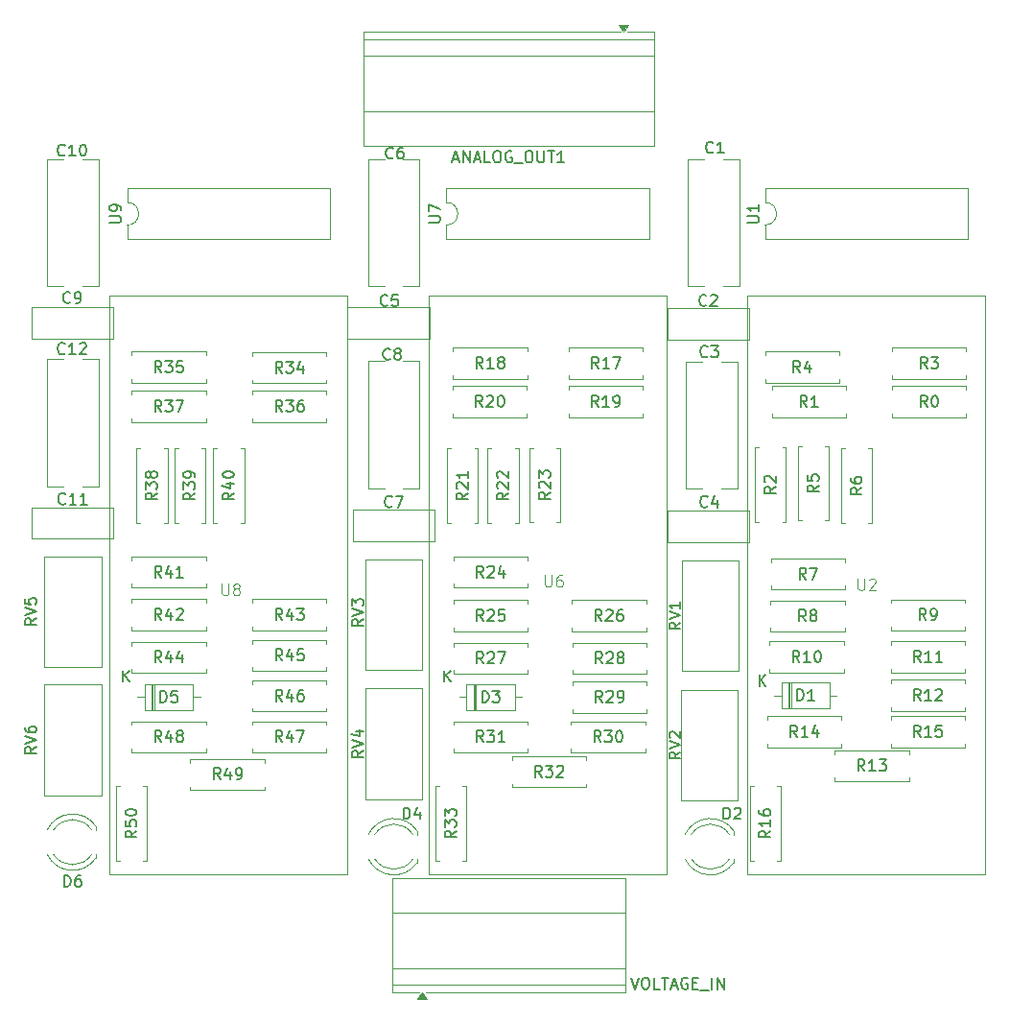
<source format=gbr>
%TF.GenerationSoftware,KiCad,Pcbnew,9.0.3*%
%TF.CreationDate,2026-01-26T07:40:47-05:00*%
%TF.ProjectId,VOLTAGE-SENSOR,564f4c54-4147-4452-9d53-454e534f522e,rev?*%
%TF.SameCoordinates,Original*%
%TF.FileFunction,Legend,Top*%
%TF.FilePolarity,Positive*%
%FSLAX46Y46*%
G04 Gerber Fmt 4.6, Leading zero omitted, Abs format (unit mm)*
G04 Created by KiCad (PCBNEW 9.0.3) date 2026-01-26 07:40:47*
%MOMM*%
%LPD*%
G01*
G04 APERTURE LIST*
%ADD10C,0.150000*%
%ADD11C,0.100000*%
%ADD12C,0.120000*%
G04 APERTURE END LIST*
D10*
X134870238Y-61489104D02*
X135346428Y-61489104D01*
X134775000Y-61774819D02*
X135108333Y-60774819D01*
X135108333Y-60774819D02*
X135441666Y-61774819D01*
X135775000Y-61774819D02*
X135775000Y-60774819D01*
X135775000Y-60774819D02*
X136346428Y-61774819D01*
X136346428Y-61774819D02*
X136346428Y-60774819D01*
X136775000Y-61489104D02*
X137251190Y-61489104D01*
X136679762Y-61774819D02*
X137013095Y-60774819D01*
X137013095Y-60774819D02*
X137346428Y-61774819D01*
X138155952Y-61774819D02*
X137679762Y-61774819D01*
X137679762Y-61774819D02*
X137679762Y-60774819D01*
X138679762Y-60774819D02*
X138870238Y-60774819D01*
X138870238Y-60774819D02*
X138965476Y-60822438D01*
X138965476Y-60822438D02*
X139060714Y-60917676D01*
X139060714Y-60917676D02*
X139108333Y-61108152D01*
X139108333Y-61108152D02*
X139108333Y-61441485D01*
X139108333Y-61441485D02*
X139060714Y-61631961D01*
X139060714Y-61631961D02*
X138965476Y-61727200D01*
X138965476Y-61727200D02*
X138870238Y-61774819D01*
X138870238Y-61774819D02*
X138679762Y-61774819D01*
X138679762Y-61774819D02*
X138584524Y-61727200D01*
X138584524Y-61727200D02*
X138489286Y-61631961D01*
X138489286Y-61631961D02*
X138441667Y-61441485D01*
X138441667Y-61441485D02*
X138441667Y-61108152D01*
X138441667Y-61108152D02*
X138489286Y-60917676D01*
X138489286Y-60917676D02*
X138584524Y-60822438D01*
X138584524Y-60822438D02*
X138679762Y-60774819D01*
X140060714Y-60822438D02*
X139965476Y-60774819D01*
X139965476Y-60774819D02*
X139822619Y-60774819D01*
X139822619Y-60774819D02*
X139679762Y-60822438D01*
X139679762Y-60822438D02*
X139584524Y-60917676D01*
X139584524Y-60917676D02*
X139536905Y-61012914D01*
X139536905Y-61012914D02*
X139489286Y-61203390D01*
X139489286Y-61203390D02*
X139489286Y-61346247D01*
X139489286Y-61346247D02*
X139536905Y-61536723D01*
X139536905Y-61536723D02*
X139584524Y-61631961D01*
X139584524Y-61631961D02*
X139679762Y-61727200D01*
X139679762Y-61727200D02*
X139822619Y-61774819D01*
X139822619Y-61774819D02*
X139917857Y-61774819D01*
X139917857Y-61774819D02*
X140060714Y-61727200D01*
X140060714Y-61727200D02*
X140108333Y-61679580D01*
X140108333Y-61679580D02*
X140108333Y-61346247D01*
X140108333Y-61346247D02*
X139917857Y-61346247D01*
X140298810Y-61870057D02*
X141060714Y-61870057D01*
X141489286Y-60774819D02*
X141679762Y-60774819D01*
X141679762Y-60774819D02*
X141775000Y-60822438D01*
X141775000Y-60822438D02*
X141870238Y-60917676D01*
X141870238Y-60917676D02*
X141917857Y-61108152D01*
X141917857Y-61108152D02*
X141917857Y-61441485D01*
X141917857Y-61441485D02*
X141870238Y-61631961D01*
X141870238Y-61631961D02*
X141775000Y-61727200D01*
X141775000Y-61727200D02*
X141679762Y-61774819D01*
X141679762Y-61774819D02*
X141489286Y-61774819D01*
X141489286Y-61774819D02*
X141394048Y-61727200D01*
X141394048Y-61727200D02*
X141298810Y-61631961D01*
X141298810Y-61631961D02*
X141251191Y-61441485D01*
X141251191Y-61441485D02*
X141251191Y-61108152D01*
X141251191Y-61108152D02*
X141298810Y-60917676D01*
X141298810Y-60917676D02*
X141394048Y-60822438D01*
X141394048Y-60822438D02*
X141489286Y-60774819D01*
X142346429Y-60774819D02*
X142346429Y-61584342D01*
X142346429Y-61584342D02*
X142394048Y-61679580D01*
X142394048Y-61679580D02*
X142441667Y-61727200D01*
X142441667Y-61727200D02*
X142536905Y-61774819D01*
X142536905Y-61774819D02*
X142727381Y-61774819D01*
X142727381Y-61774819D02*
X142822619Y-61727200D01*
X142822619Y-61727200D02*
X142870238Y-61679580D01*
X142870238Y-61679580D02*
X142917857Y-61584342D01*
X142917857Y-61584342D02*
X142917857Y-60774819D01*
X143251191Y-60774819D02*
X143822619Y-60774819D01*
X143536905Y-61774819D02*
X143536905Y-60774819D01*
X144679762Y-61774819D02*
X144108334Y-61774819D01*
X144394048Y-61774819D02*
X144394048Y-60774819D01*
X144394048Y-60774819D02*
X144298810Y-60917676D01*
X144298810Y-60917676D02*
X144203572Y-61012914D01*
X144203572Y-61012914D02*
X144108334Y-61060533D01*
X176147142Y-109254819D02*
X175813809Y-108778628D01*
X175575714Y-109254819D02*
X175575714Y-108254819D01*
X175575714Y-108254819D02*
X175956666Y-108254819D01*
X175956666Y-108254819D02*
X176051904Y-108302438D01*
X176051904Y-108302438D02*
X176099523Y-108350057D01*
X176099523Y-108350057D02*
X176147142Y-108445295D01*
X176147142Y-108445295D02*
X176147142Y-108588152D01*
X176147142Y-108588152D02*
X176099523Y-108683390D01*
X176099523Y-108683390D02*
X176051904Y-108731009D01*
X176051904Y-108731009D02*
X175956666Y-108778628D01*
X175956666Y-108778628D02*
X175575714Y-108778628D01*
X177099523Y-109254819D02*
X176528095Y-109254819D01*
X176813809Y-109254819D02*
X176813809Y-108254819D01*
X176813809Y-108254819D02*
X176718571Y-108397676D01*
X176718571Y-108397676D02*
X176623333Y-108492914D01*
X176623333Y-108492914D02*
X176528095Y-108540533D01*
X177480476Y-108350057D02*
X177528095Y-108302438D01*
X177528095Y-108302438D02*
X177623333Y-108254819D01*
X177623333Y-108254819D02*
X177861428Y-108254819D01*
X177861428Y-108254819D02*
X177956666Y-108302438D01*
X177956666Y-108302438D02*
X178004285Y-108350057D01*
X178004285Y-108350057D02*
X178051904Y-108445295D01*
X178051904Y-108445295D02*
X178051904Y-108540533D01*
X178051904Y-108540533D02*
X178004285Y-108683390D01*
X178004285Y-108683390D02*
X177432857Y-109254819D01*
X177432857Y-109254819D02*
X178051904Y-109254819D01*
X100561905Y-125664819D02*
X100561905Y-124664819D01*
X100561905Y-124664819D02*
X100800000Y-124664819D01*
X100800000Y-124664819D02*
X100942857Y-124712438D01*
X100942857Y-124712438D02*
X101038095Y-124807676D01*
X101038095Y-124807676D02*
X101085714Y-124902914D01*
X101085714Y-124902914D02*
X101133333Y-125093390D01*
X101133333Y-125093390D02*
X101133333Y-125236247D01*
X101133333Y-125236247D02*
X101085714Y-125426723D01*
X101085714Y-125426723D02*
X101038095Y-125521961D01*
X101038095Y-125521961D02*
X100942857Y-125617200D01*
X100942857Y-125617200D02*
X100800000Y-125664819D01*
X100800000Y-125664819D02*
X100561905Y-125664819D01*
X101990476Y-124664819D02*
X101800000Y-124664819D01*
X101800000Y-124664819D02*
X101704762Y-124712438D01*
X101704762Y-124712438D02*
X101657143Y-124760057D01*
X101657143Y-124760057D02*
X101561905Y-124902914D01*
X101561905Y-124902914D02*
X101514286Y-125093390D01*
X101514286Y-125093390D02*
X101514286Y-125474342D01*
X101514286Y-125474342D02*
X101561905Y-125569580D01*
X101561905Y-125569580D02*
X101609524Y-125617200D01*
X101609524Y-125617200D02*
X101704762Y-125664819D01*
X101704762Y-125664819D02*
X101895238Y-125664819D01*
X101895238Y-125664819D02*
X101990476Y-125617200D01*
X101990476Y-125617200D02*
X102038095Y-125569580D01*
X102038095Y-125569580D02*
X102085714Y-125474342D01*
X102085714Y-125474342D02*
X102085714Y-125236247D01*
X102085714Y-125236247D02*
X102038095Y-125141009D01*
X102038095Y-125141009D02*
X101990476Y-125093390D01*
X101990476Y-125093390D02*
X101895238Y-125045771D01*
X101895238Y-125045771D02*
X101704762Y-125045771D01*
X101704762Y-125045771D02*
X101609524Y-125093390D01*
X101609524Y-125093390D02*
X101561905Y-125141009D01*
X101561905Y-125141009D02*
X101514286Y-125236247D01*
X147697142Y-83354819D02*
X147363809Y-82878628D01*
X147125714Y-83354819D02*
X147125714Y-82354819D01*
X147125714Y-82354819D02*
X147506666Y-82354819D01*
X147506666Y-82354819D02*
X147601904Y-82402438D01*
X147601904Y-82402438D02*
X147649523Y-82450057D01*
X147649523Y-82450057D02*
X147697142Y-82545295D01*
X147697142Y-82545295D02*
X147697142Y-82688152D01*
X147697142Y-82688152D02*
X147649523Y-82783390D01*
X147649523Y-82783390D02*
X147601904Y-82831009D01*
X147601904Y-82831009D02*
X147506666Y-82878628D01*
X147506666Y-82878628D02*
X147125714Y-82878628D01*
X148649523Y-83354819D02*
X148078095Y-83354819D01*
X148363809Y-83354819D02*
X148363809Y-82354819D01*
X148363809Y-82354819D02*
X148268571Y-82497676D01*
X148268571Y-82497676D02*
X148173333Y-82592914D01*
X148173333Y-82592914D02*
X148078095Y-82640533D01*
X149125714Y-83354819D02*
X149316190Y-83354819D01*
X149316190Y-83354819D02*
X149411428Y-83307200D01*
X149411428Y-83307200D02*
X149459047Y-83259580D01*
X149459047Y-83259580D02*
X149554285Y-83116723D01*
X149554285Y-83116723D02*
X149601904Y-82926247D01*
X149601904Y-82926247D02*
X149601904Y-82545295D01*
X149601904Y-82545295D02*
X149554285Y-82450057D01*
X149554285Y-82450057D02*
X149506666Y-82402438D01*
X149506666Y-82402438D02*
X149411428Y-82354819D01*
X149411428Y-82354819D02*
X149220952Y-82354819D01*
X149220952Y-82354819D02*
X149125714Y-82402438D01*
X149125714Y-82402438D02*
X149078095Y-82450057D01*
X149078095Y-82450057D02*
X149030476Y-82545295D01*
X149030476Y-82545295D02*
X149030476Y-82783390D01*
X149030476Y-82783390D02*
X149078095Y-82878628D01*
X149078095Y-82878628D02*
X149125714Y-82926247D01*
X149125714Y-82926247D02*
X149220952Y-82973866D01*
X149220952Y-82973866D02*
X149411428Y-82973866D01*
X149411428Y-82973866D02*
X149506666Y-82926247D01*
X149506666Y-82926247D02*
X149554285Y-82878628D01*
X149554285Y-82878628D02*
X149601904Y-82783390D01*
X148057142Y-105979819D02*
X147723809Y-105503628D01*
X147485714Y-105979819D02*
X147485714Y-104979819D01*
X147485714Y-104979819D02*
X147866666Y-104979819D01*
X147866666Y-104979819D02*
X147961904Y-105027438D01*
X147961904Y-105027438D02*
X148009523Y-105075057D01*
X148009523Y-105075057D02*
X148057142Y-105170295D01*
X148057142Y-105170295D02*
X148057142Y-105313152D01*
X148057142Y-105313152D02*
X148009523Y-105408390D01*
X148009523Y-105408390D02*
X147961904Y-105456009D01*
X147961904Y-105456009D02*
X147866666Y-105503628D01*
X147866666Y-105503628D02*
X147485714Y-105503628D01*
X148438095Y-105075057D02*
X148485714Y-105027438D01*
X148485714Y-105027438D02*
X148580952Y-104979819D01*
X148580952Y-104979819D02*
X148819047Y-104979819D01*
X148819047Y-104979819D02*
X148914285Y-105027438D01*
X148914285Y-105027438D02*
X148961904Y-105075057D01*
X148961904Y-105075057D02*
X149009523Y-105170295D01*
X149009523Y-105170295D02*
X149009523Y-105265533D01*
X149009523Y-105265533D02*
X148961904Y-105408390D01*
X148961904Y-105408390D02*
X148390476Y-105979819D01*
X148390476Y-105979819D02*
X149009523Y-105979819D01*
X149580952Y-105408390D02*
X149485714Y-105360771D01*
X149485714Y-105360771D02*
X149438095Y-105313152D01*
X149438095Y-105313152D02*
X149390476Y-105217914D01*
X149390476Y-105217914D02*
X149390476Y-105170295D01*
X149390476Y-105170295D02*
X149438095Y-105075057D01*
X149438095Y-105075057D02*
X149485714Y-105027438D01*
X149485714Y-105027438D02*
X149580952Y-104979819D01*
X149580952Y-104979819D02*
X149771428Y-104979819D01*
X149771428Y-104979819D02*
X149866666Y-105027438D01*
X149866666Y-105027438D02*
X149914285Y-105075057D01*
X149914285Y-105075057D02*
X149961904Y-105170295D01*
X149961904Y-105170295D02*
X149961904Y-105217914D01*
X149961904Y-105217914D02*
X149914285Y-105313152D01*
X149914285Y-105313152D02*
X149866666Y-105360771D01*
X149866666Y-105360771D02*
X149771428Y-105408390D01*
X149771428Y-105408390D02*
X149580952Y-105408390D01*
X149580952Y-105408390D02*
X149485714Y-105456009D01*
X149485714Y-105456009D02*
X149438095Y-105503628D01*
X149438095Y-105503628D02*
X149390476Y-105598866D01*
X149390476Y-105598866D02*
X149390476Y-105789342D01*
X149390476Y-105789342D02*
X149438095Y-105884580D01*
X149438095Y-105884580D02*
X149485714Y-105932200D01*
X149485714Y-105932200D02*
X149580952Y-105979819D01*
X149580952Y-105979819D02*
X149771428Y-105979819D01*
X149771428Y-105979819D02*
X149866666Y-105932200D01*
X149866666Y-105932200D02*
X149914285Y-105884580D01*
X149914285Y-105884580D02*
X149961904Y-105789342D01*
X149961904Y-105789342D02*
X149961904Y-105598866D01*
X149961904Y-105598866D02*
X149914285Y-105503628D01*
X149914285Y-105503628D02*
X149866666Y-105456009D01*
X149866666Y-105456009D02*
X149771428Y-105408390D01*
X129488333Y-92109580D02*
X129440714Y-92157200D01*
X129440714Y-92157200D02*
X129297857Y-92204819D01*
X129297857Y-92204819D02*
X129202619Y-92204819D01*
X129202619Y-92204819D02*
X129059762Y-92157200D01*
X129059762Y-92157200D02*
X128964524Y-92061961D01*
X128964524Y-92061961D02*
X128916905Y-91966723D01*
X128916905Y-91966723D02*
X128869286Y-91776247D01*
X128869286Y-91776247D02*
X128869286Y-91633390D01*
X128869286Y-91633390D02*
X128916905Y-91442914D01*
X128916905Y-91442914D02*
X128964524Y-91347676D01*
X128964524Y-91347676D02*
X129059762Y-91252438D01*
X129059762Y-91252438D02*
X129202619Y-91204819D01*
X129202619Y-91204819D02*
X129297857Y-91204819D01*
X129297857Y-91204819D02*
X129440714Y-91252438D01*
X129440714Y-91252438D02*
X129488333Y-91300057D01*
X129821667Y-91204819D02*
X130488333Y-91204819D01*
X130488333Y-91204819D02*
X130059762Y-92204819D01*
D11*
X114488095Y-98957419D02*
X114488095Y-99766942D01*
X114488095Y-99766942D02*
X114535714Y-99862180D01*
X114535714Y-99862180D02*
X114583333Y-99909800D01*
X114583333Y-99909800D02*
X114678571Y-99957419D01*
X114678571Y-99957419D02*
X114869047Y-99957419D01*
X114869047Y-99957419D02*
X114964285Y-99909800D01*
X114964285Y-99909800D02*
X115011904Y-99862180D01*
X115011904Y-99862180D02*
X115059523Y-99766942D01*
X115059523Y-99766942D02*
X115059523Y-98957419D01*
X115678571Y-99385990D02*
X115583333Y-99338371D01*
X115583333Y-99338371D02*
X115535714Y-99290752D01*
X115535714Y-99290752D02*
X115488095Y-99195514D01*
X115488095Y-99195514D02*
X115488095Y-99147895D01*
X115488095Y-99147895D02*
X115535714Y-99052657D01*
X115535714Y-99052657D02*
X115583333Y-99005038D01*
X115583333Y-99005038D02*
X115678571Y-98957419D01*
X115678571Y-98957419D02*
X115869047Y-98957419D01*
X115869047Y-98957419D02*
X115964285Y-99005038D01*
X115964285Y-99005038D02*
X116011904Y-99052657D01*
X116011904Y-99052657D02*
X116059523Y-99147895D01*
X116059523Y-99147895D02*
X116059523Y-99195514D01*
X116059523Y-99195514D02*
X116011904Y-99290752D01*
X116011904Y-99290752D02*
X115964285Y-99338371D01*
X115964285Y-99338371D02*
X115869047Y-99385990D01*
X115869047Y-99385990D02*
X115678571Y-99385990D01*
X115678571Y-99385990D02*
X115583333Y-99433609D01*
X115583333Y-99433609D02*
X115535714Y-99481228D01*
X115535714Y-99481228D02*
X115488095Y-99576466D01*
X115488095Y-99576466D02*
X115488095Y-99766942D01*
X115488095Y-99766942D02*
X115535714Y-99862180D01*
X115535714Y-99862180D02*
X115583333Y-99909800D01*
X115583333Y-99909800D02*
X115678571Y-99957419D01*
X115678571Y-99957419D02*
X115869047Y-99957419D01*
X115869047Y-99957419D02*
X115964285Y-99909800D01*
X115964285Y-99909800D02*
X116011904Y-99862180D01*
X116011904Y-99862180D02*
X116059523Y-99766942D01*
X116059523Y-99766942D02*
X116059523Y-99576466D01*
X116059523Y-99576466D02*
X116011904Y-99481228D01*
X116011904Y-99481228D02*
X115964285Y-99433609D01*
X115964285Y-99433609D02*
X115869047Y-99385990D01*
D10*
X166123333Y-83354819D02*
X165790000Y-82878628D01*
X165551905Y-83354819D02*
X165551905Y-82354819D01*
X165551905Y-82354819D02*
X165932857Y-82354819D01*
X165932857Y-82354819D02*
X166028095Y-82402438D01*
X166028095Y-82402438D02*
X166075714Y-82450057D01*
X166075714Y-82450057D02*
X166123333Y-82545295D01*
X166123333Y-82545295D02*
X166123333Y-82688152D01*
X166123333Y-82688152D02*
X166075714Y-82783390D01*
X166075714Y-82783390D02*
X166028095Y-82831009D01*
X166028095Y-82831009D02*
X165932857Y-82878628D01*
X165932857Y-82878628D02*
X165551905Y-82878628D01*
X167075714Y-83354819D02*
X166504286Y-83354819D01*
X166790000Y-83354819D02*
X166790000Y-82354819D01*
X166790000Y-82354819D02*
X166694762Y-82497676D01*
X166694762Y-82497676D02*
X166599524Y-82592914D01*
X166599524Y-82592914D02*
X166504286Y-82640533D01*
D11*
X142988095Y-98207419D02*
X142988095Y-99016942D01*
X142988095Y-99016942D02*
X143035714Y-99112180D01*
X143035714Y-99112180D02*
X143083333Y-99159800D01*
X143083333Y-99159800D02*
X143178571Y-99207419D01*
X143178571Y-99207419D02*
X143369047Y-99207419D01*
X143369047Y-99207419D02*
X143464285Y-99159800D01*
X143464285Y-99159800D02*
X143511904Y-99112180D01*
X143511904Y-99112180D02*
X143559523Y-99016942D01*
X143559523Y-99016942D02*
X143559523Y-98207419D01*
X144464285Y-98207419D02*
X144273809Y-98207419D01*
X144273809Y-98207419D02*
X144178571Y-98255038D01*
X144178571Y-98255038D02*
X144130952Y-98302657D01*
X144130952Y-98302657D02*
X144035714Y-98445514D01*
X144035714Y-98445514D02*
X143988095Y-98635990D01*
X143988095Y-98635990D02*
X143988095Y-99016942D01*
X143988095Y-99016942D02*
X144035714Y-99112180D01*
X144035714Y-99112180D02*
X144083333Y-99159800D01*
X144083333Y-99159800D02*
X144178571Y-99207419D01*
X144178571Y-99207419D02*
X144369047Y-99207419D01*
X144369047Y-99207419D02*
X144464285Y-99159800D01*
X144464285Y-99159800D02*
X144511904Y-99112180D01*
X144511904Y-99112180D02*
X144559523Y-99016942D01*
X144559523Y-99016942D02*
X144559523Y-98778847D01*
X144559523Y-98778847D02*
X144511904Y-98683609D01*
X144511904Y-98683609D02*
X144464285Y-98635990D01*
X144464285Y-98635990D02*
X144369047Y-98588371D01*
X144369047Y-98588371D02*
X144178571Y-98588371D01*
X144178571Y-98588371D02*
X144083333Y-98635990D01*
X144083333Y-98635990D02*
X144035714Y-98683609D01*
X144035714Y-98683609D02*
X143988095Y-98778847D01*
D10*
X129333333Y-79109580D02*
X129285714Y-79157200D01*
X129285714Y-79157200D02*
X129142857Y-79204819D01*
X129142857Y-79204819D02*
X129047619Y-79204819D01*
X129047619Y-79204819D02*
X128904762Y-79157200D01*
X128904762Y-79157200D02*
X128809524Y-79061961D01*
X128809524Y-79061961D02*
X128761905Y-78966723D01*
X128761905Y-78966723D02*
X128714286Y-78776247D01*
X128714286Y-78776247D02*
X128714286Y-78633390D01*
X128714286Y-78633390D02*
X128761905Y-78442914D01*
X128761905Y-78442914D02*
X128809524Y-78347676D01*
X128809524Y-78347676D02*
X128904762Y-78252438D01*
X128904762Y-78252438D02*
X129047619Y-78204819D01*
X129047619Y-78204819D02*
X129142857Y-78204819D01*
X129142857Y-78204819D02*
X129285714Y-78252438D01*
X129285714Y-78252438D02*
X129333333Y-78300057D01*
X129904762Y-78633390D02*
X129809524Y-78585771D01*
X129809524Y-78585771D02*
X129761905Y-78538152D01*
X129761905Y-78538152D02*
X129714286Y-78442914D01*
X129714286Y-78442914D02*
X129714286Y-78395295D01*
X129714286Y-78395295D02*
X129761905Y-78300057D01*
X129761905Y-78300057D02*
X129809524Y-78252438D01*
X129809524Y-78252438D02*
X129904762Y-78204819D01*
X129904762Y-78204819D02*
X130095238Y-78204819D01*
X130095238Y-78204819D02*
X130190476Y-78252438D01*
X130190476Y-78252438D02*
X130238095Y-78300057D01*
X130238095Y-78300057D02*
X130285714Y-78395295D01*
X130285714Y-78395295D02*
X130285714Y-78442914D01*
X130285714Y-78442914D02*
X130238095Y-78538152D01*
X130238095Y-78538152D02*
X130190476Y-78585771D01*
X130190476Y-78585771D02*
X130095238Y-78633390D01*
X130095238Y-78633390D02*
X129904762Y-78633390D01*
X129904762Y-78633390D02*
X129809524Y-78681009D01*
X129809524Y-78681009D02*
X129761905Y-78728628D01*
X129761905Y-78728628D02*
X129714286Y-78823866D01*
X129714286Y-78823866D02*
X129714286Y-79014342D01*
X129714286Y-79014342D02*
X129761905Y-79109580D01*
X129761905Y-79109580D02*
X129809524Y-79157200D01*
X129809524Y-79157200D02*
X129904762Y-79204819D01*
X129904762Y-79204819D02*
X130095238Y-79204819D01*
X130095238Y-79204819D02*
X130190476Y-79157200D01*
X130190476Y-79157200D02*
X130238095Y-79109580D01*
X130238095Y-79109580D02*
X130285714Y-79014342D01*
X130285714Y-79014342D02*
X130285714Y-78823866D01*
X130285714Y-78823866D02*
X130238095Y-78728628D01*
X130238095Y-78728628D02*
X130190476Y-78681009D01*
X130190476Y-78681009D02*
X130095238Y-78633390D01*
X137482142Y-83354819D02*
X137148809Y-82878628D01*
X136910714Y-83354819D02*
X136910714Y-82354819D01*
X136910714Y-82354819D02*
X137291666Y-82354819D01*
X137291666Y-82354819D02*
X137386904Y-82402438D01*
X137386904Y-82402438D02*
X137434523Y-82450057D01*
X137434523Y-82450057D02*
X137482142Y-82545295D01*
X137482142Y-82545295D02*
X137482142Y-82688152D01*
X137482142Y-82688152D02*
X137434523Y-82783390D01*
X137434523Y-82783390D02*
X137386904Y-82831009D01*
X137386904Y-82831009D02*
X137291666Y-82878628D01*
X137291666Y-82878628D02*
X136910714Y-82878628D01*
X137863095Y-82450057D02*
X137910714Y-82402438D01*
X137910714Y-82402438D02*
X138005952Y-82354819D01*
X138005952Y-82354819D02*
X138244047Y-82354819D01*
X138244047Y-82354819D02*
X138339285Y-82402438D01*
X138339285Y-82402438D02*
X138386904Y-82450057D01*
X138386904Y-82450057D02*
X138434523Y-82545295D01*
X138434523Y-82545295D02*
X138434523Y-82640533D01*
X138434523Y-82640533D02*
X138386904Y-82783390D01*
X138386904Y-82783390D02*
X137815476Y-83354819D01*
X137815476Y-83354819D02*
X138434523Y-83354819D01*
X139053571Y-82354819D02*
X139148809Y-82354819D01*
X139148809Y-82354819D02*
X139244047Y-82402438D01*
X139244047Y-82402438D02*
X139291666Y-82450057D01*
X139291666Y-82450057D02*
X139339285Y-82545295D01*
X139339285Y-82545295D02*
X139386904Y-82735771D01*
X139386904Y-82735771D02*
X139386904Y-82973866D01*
X139386904Y-82973866D02*
X139339285Y-83164342D01*
X139339285Y-83164342D02*
X139291666Y-83259580D01*
X139291666Y-83259580D02*
X139244047Y-83307200D01*
X139244047Y-83307200D02*
X139148809Y-83354819D01*
X139148809Y-83354819D02*
X139053571Y-83354819D01*
X139053571Y-83354819D02*
X138958333Y-83307200D01*
X138958333Y-83307200D02*
X138910714Y-83259580D01*
X138910714Y-83259580D02*
X138863095Y-83164342D01*
X138863095Y-83164342D02*
X138815476Y-82973866D01*
X138815476Y-82973866D02*
X138815476Y-82735771D01*
X138815476Y-82735771D02*
X138863095Y-82545295D01*
X138863095Y-82545295D02*
X138910714Y-82450057D01*
X138910714Y-82450057D02*
X138958333Y-82402438D01*
X138958333Y-82402438D02*
X139053571Y-82354819D01*
X165251905Y-109254819D02*
X165251905Y-108254819D01*
X165251905Y-108254819D02*
X165490000Y-108254819D01*
X165490000Y-108254819D02*
X165632857Y-108302438D01*
X165632857Y-108302438D02*
X165728095Y-108397676D01*
X165728095Y-108397676D02*
X165775714Y-108492914D01*
X165775714Y-108492914D02*
X165823333Y-108683390D01*
X165823333Y-108683390D02*
X165823333Y-108826247D01*
X165823333Y-108826247D02*
X165775714Y-109016723D01*
X165775714Y-109016723D02*
X165728095Y-109111961D01*
X165728095Y-109111961D02*
X165632857Y-109207200D01*
X165632857Y-109207200D02*
X165490000Y-109254819D01*
X165490000Y-109254819D02*
X165251905Y-109254819D01*
X166775714Y-109254819D02*
X166204286Y-109254819D01*
X166490000Y-109254819D02*
X166490000Y-108254819D01*
X166490000Y-108254819D02*
X166394762Y-108397676D01*
X166394762Y-108397676D02*
X166299524Y-108492914D01*
X166299524Y-108492914D02*
X166204286Y-108540533D01*
X161918095Y-107954819D02*
X161918095Y-106954819D01*
X162489523Y-107954819D02*
X162060952Y-107383390D01*
X162489523Y-106954819D02*
X161918095Y-107526247D01*
X160884819Y-67071904D02*
X161694342Y-67071904D01*
X161694342Y-67071904D02*
X161789580Y-67024285D01*
X161789580Y-67024285D02*
X161837200Y-66976666D01*
X161837200Y-66976666D02*
X161884819Y-66881428D01*
X161884819Y-66881428D02*
X161884819Y-66690952D01*
X161884819Y-66690952D02*
X161837200Y-66595714D01*
X161837200Y-66595714D02*
X161789580Y-66548095D01*
X161789580Y-66548095D02*
X161694342Y-66500476D01*
X161694342Y-66500476D02*
X160884819Y-66500476D01*
X161884819Y-65500476D02*
X161884819Y-66071904D01*
X161884819Y-65786190D02*
X160884819Y-65786190D01*
X160884819Y-65786190D02*
X161027676Y-65881428D01*
X161027676Y-65881428D02*
X161122914Y-65976666D01*
X161122914Y-65976666D02*
X161170533Y-66071904D01*
X143454819Y-90867857D02*
X142978628Y-91201190D01*
X143454819Y-91439285D02*
X142454819Y-91439285D01*
X142454819Y-91439285D02*
X142454819Y-91058333D01*
X142454819Y-91058333D02*
X142502438Y-90963095D01*
X142502438Y-90963095D02*
X142550057Y-90915476D01*
X142550057Y-90915476D02*
X142645295Y-90867857D01*
X142645295Y-90867857D02*
X142788152Y-90867857D01*
X142788152Y-90867857D02*
X142883390Y-90915476D01*
X142883390Y-90915476D02*
X142931009Y-90963095D01*
X142931009Y-90963095D02*
X142978628Y-91058333D01*
X142978628Y-91058333D02*
X142978628Y-91439285D01*
X142550057Y-90486904D02*
X142502438Y-90439285D01*
X142502438Y-90439285D02*
X142454819Y-90344047D01*
X142454819Y-90344047D02*
X142454819Y-90105952D01*
X142454819Y-90105952D02*
X142502438Y-90010714D01*
X142502438Y-90010714D02*
X142550057Y-89963095D01*
X142550057Y-89963095D02*
X142645295Y-89915476D01*
X142645295Y-89915476D02*
X142740533Y-89915476D01*
X142740533Y-89915476D02*
X142883390Y-89963095D01*
X142883390Y-89963095D02*
X143454819Y-90534523D01*
X143454819Y-90534523D02*
X143454819Y-89915476D01*
X142454819Y-89582142D02*
X142454819Y-88963095D01*
X142454819Y-88963095D02*
X142835771Y-89296428D01*
X142835771Y-89296428D02*
X142835771Y-89153571D01*
X142835771Y-89153571D02*
X142883390Y-89058333D01*
X142883390Y-89058333D02*
X142931009Y-89010714D01*
X142931009Y-89010714D02*
X143026247Y-88963095D01*
X143026247Y-88963095D02*
X143264342Y-88963095D01*
X143264342Y-88963095D02*
X143359580Y-89010714D01*
X143359580Y-89010714D02*
X143407200Y-89058333D01*
X143407200Y-89058333D02*
X143454819Y-89153571D01*
X143454819Y-89153571D02*
X143454819Y-89439285D01*
X143454819Y-89439285D02*
X143407200Y-89534523D01*
X143407200Y-89534523D02*
X143359580Y-89582142D01*
X137557142Y-112904819D02*
X137223809Y-112428628D01*
X136985714Y-112904819D02*
X136985714Y-111904819D01*
X136985714Y-111904819D02*
X137366666Y-111904819D01*
X137366666Y-111904819D02*
X137461904Y-111952438D01*
X137461904Y-111952438D02*
X137509523Y-112000057D01*
X137509523Y-112000057D02*
X137557142Y-112095295D01*
X137557142Y-112095295D02*
X137557142Y-112238152D01*
X137557142Y-112238152D02*
X137509523Y-112333390D01*
X137509523Y-112333390D02*
X137461904Y-112381009D01*
X137461904Y-112381009D02*
X137366666Y-112428628D01*
X137366666Y-112428628D02*
X136985714Y-112428628D01*
X137890476Y-111904819D02*
X138509523Y-111904819D01*
X138509523Y-111904819D02*
X138176190Y-112285771D01*
X138176190Y-112285771D02*
X138319047Y-112285771D01*
X138319047Y-112285771D02*
X138414285Y-112333390D01*
X138414285Y-112333390D02*
X138461904Y-112381009D01*
X138461904Y-112381009D02*
X138509523Y-112476247D01*
X138509523Y-112476247D02*
X138509523Y-112714342D01*
X138509523Y-112714342D02*
X138461904Y-112809580D01*
X138461904Y-112809580D02*
X138414285Y-112857200D01*
X138414285Y-112857200D02*
X138319047Y-112904819D01*
X138319047Y-112904819D02*
X138033333Y-112904819D01*
X138033333Y-112904819D02*
X137938095Y-112857200D01*
X137938095Y-112857200D02*
X137890476Y-112809580D01*
X139461904Y-112904819D02*
X138890476Y-112904819D01*
X139176190Y-112904819D02*
X139176190Y-111904819D01*
X139176190Y-111904819D02*
X139080952Y-112047676D01*
X139080952Y-112047676D02*
X138985714Y-112142914D01*
X138985714Y-112142914D02*
X138890476Y-112190533D01*
X104584819Y-67071904D02*
X105394342Y-67071904D01*
X105394342Y-67071904D02*
X105489580Y-67024285D01*
X105489580Y-67024285D02*
X105537200Y-66976666D01*
X105537200Y-66976666D02*
X105584819Y-66881428D01*
X105584819Y-66881428D02*
X105584819Y-66690952D01*
X105584819Y-66690952D02*
X105537200Y-66595714D01*
X105537200Y-66595714D02*
X105489580Y-66548095D01*
X105489580Y-66548095D02*
X105394342Y-66500476D01*
X105394342Y-66500476D02*
X104584819Y-66500476D01*
X105584819Y-65976666D02*
X105584819Y-65786190D01*
X105584819Y-65786190D02*
X105537200Y-65690952D01*
X105537200Y-65690952D02*
X105489580Y-65643333D01*
X105489580Y-65643333D02*
X105346723Y-65548095D01*
X105346723Y-65548095D02*
X105156247Y-65500476D01*
X105156247Y-65500476D02*
X104775295Y-65500476D01*
X104775295Y-65500476D02*
X104680057Y-65548095D01*
X104680057Y-65548095D02*
X104632438Y-65595714D01*
X104632438Y-65595714D02*
X104584819Y-65690952D01*
X104584819Y-65690952D02*
X104584819Y-65881428D01*
X104584819Y-65881428D02*
X104632438Y-65976666D01*
X104632438Y-65976666D02*
X104680057Y-66024285D01*
X104680057Y-66024285D02*
X104775295Y-66071904D01*
X104775295Y-66071904D02*
X105013390Y-66071904D01*
X105013390Y-66071904D02*
X105108628Y-66024285D01*
X105108628Y-66024285D02*
X105156247Y-65976666D01*
X105156247Y-65976666D02*
X105203866Y-65881428D01*
X105203866Y-65881428D02*
X105203866Y-65690952D01*
X105203866Y-65690952D02*
X105156247Y-65595714D01*
X105156247Y-65595714D02*
X105108628Y-65548095D01*
X105108628Y-65548095D02*
X105013390Y-65500476D01*
X137557142Y-102231486D02*
X137223809Y-101755295D01*
X136985714Y-102231486D02*
X136985714Y-101231486D01*
X136985714Y-101231486D02*
X137366666Y-101231486D01*
X137366666Y-101231486D02*
X137461904Y-101279105D01*
X137461904Y-101279105D02*
X137509523Y-101326724D01*
X137509523Y-101326724D02*
X137557142Y-101421962D01*
X137557142Y-101421962D02*
X137557142Y-101564819D01*
X137557142Y-101564819D02*
X137509523Y-101660057D01*
X137509523Y-101660057D02*
X137461904Y-101707676D01*
X137461904Y-101707676D02*
X137366666Y-101755295D01*
X137366666Y-101755295D02*
X136985714Y-101755295D01*
X137938095Y-101326724D02*
X137985714Y-101279105D01*
X137985714Y-101279105D02*
X138080952Y-101231486D01*
X138080952Y-101231486D02*
X138319047Y-101231486D01*
X138319047Y-101231486D02*
X138414285Y-101279105D01*
X138414285Y-101279105D02*
X138461904Y-101326724D01*
X138461904Y-101326724D02*
X138509523Y-101421962D01*
X138509523Y-101421962D02*
X138509523Y-101517200D01*
X138509523Y-101517200D02*
X138461904Y-101660057D01*
X138461904Y-101660057D02*
X137890476Y-102231486D01*
X137890476Y-102231486D02*
X138509523Y-102231486D01*
X139414285Y-101231486D02*
X138938095Y-101231486D01*
X138938095Y-101231486D02*
X138890476Y-101707676D01*
X138890476Y-101707676D02*
X138938095Y-101660057D01*
X138938095Y-101660057D02*
X139033333Y-101612438D01*
X139033333Y-101612438D02*
X139271428Y-101612438D01*
X139271428Y-101612438D02*
X139366666Y-101660057D01*
X139366666Y-101660057D02*
X139414285Y-101707676D01*
X139414285Y-101707676D02*
X139461904Y-101802914D01*
X139461904Y-101802914D02*
X139461904Y-102041009D01*
X139461904Y-102041009D02*
X139414285Y-102136247D01*
X139414285Y-102136247D02*
X139366666Y-102183867D01*
X139366666Y-102183867D02*
X139271428Y-102231486D01*
X139271428Y-102231486D02*
X139033333Y-102231486D01*
X139033333Y-102231486D02*
X138938095Y-102183867D01*
X138938095Y-102183867D02*
X138890476Y-102136247D01*
X167154819Y-90266666D02*
X166678628Y-90599999D01*
X167154819Y-90838094D02*
X166154819Y-90838094D01*
X166154819Y-90838094D02*
X166154819Y-90457142D01*
X166154819Y-90457142D02*
X166202438Y-90361904D01*
X166202438Y-90361904D02*
X166250057Y-90314285D01*
X166250057Y-90314285D02*
X166345295Y-90266666D01*
X166345295Y-90266666D02*
X166488152Y-90266666D01*
X166488152Y-90266666D02*
X166583390Y-90314285D01*
X166583390Y-90314285D02*
X166631009Y-90361904D01*
X166631009Y-90361904D02*
X166678628Y-90457142D01*
X166678628Y-90457142D02*
X166678628Y-90838094D01*
X166154819Y-89361904D02*
X166154819Y-89838094D01*
X166154819Y-89838094D02*
X166631009Y-89885713D01*
X166631009Y-89885713D02*
X166583390Y-89838094D01*
X166583390Y-89838094D02*
X166535771Y-89742856D01*
X166535771Y-89742856D02*
X166535771Y-89504761D01*
X166535771Y-89504761D02*
X166583390Y-89409523D01*
X166583390Y-89409523D02*
X166631009Y-89361904D01*
X166631009Y-89361904D02*
X166726247Y-89314285D01*
X166726247Y-89314285D02*
X166964342Y-89314285D01*
X166964342Y-89314285D02*
X167059580Y-89361904D01*
X167059580Y-89361904D02*
X167107200Y-89409523D01*
X167107200Y-89409523D02*
X167154819Y-89504761D01*
X167154819Y-89504761D02*
X167154819Y-89742856D01*
X167154819Y-89742856D02*
X167107200Y-89838094D01*
X167107200Y-89838094D02*
X167059580Y-89885713D01*
X154954819Y-102371905D02*
X154478628Y-102705238D01*
X154954819Y-102943333D02*
X153954819Y-102943333D01*
X153954819Y-102943333D02*
X153954819Y-102562381D01*
X153954819Y-102562381D02*
X154002438Y-102467143D01*
X154002438Y-102467143D02*
X154050057Y-102419524D01*
X154050057Y-102419524D02*
X154145295Y-102371905D01*
X154145295Y-102371905D02*
X154288152Y-102371905D01*
X154288152Y-102371905D02*
X154383390Y-102419524D01*
X154383390Y-102419524D02*
X154431009Y-102467143D01*
X154431009Y-102467143D02*
X154478628Y-102562381D01*
X154478628Y-102562381D02*
X154478628Y-102943333D01*
X153954819Y-102086190D02*
X154954819Y-101752857D01*
X154954819Y-101752857D02*
X153954819Y-101419524D01*
X154954819Y-100562381D02*
X154954819Y-101133809D01*
X154954819Y-100848095D02*
X153954819Y-100848095D01*
X153954819Y-100848095D02*
X154097676Y-100943333D01*
X154097676Y-100943333D02*
X154192914Y-101038571D01*
X154192914Y-101038571D02*
X154240533Y-101133809D01*
X154954819Y-113788571D02*
X154478628Y-114121904D01*
X154954819Y-114359999D02*
X153954819Y-114359999D01*
X153954819Y-114359999D02*
X153954819Y-113979047D01*
X153954819Y-113979047D02*
X154002438Y-113883809D01*
X154002438Y-113883809D02*
X154050057Y-113836190D01*
X154050057Y-113836190D02*
X154145295Y-113788571D01*
X154145295Y-113788571D02*
X154288152Y-113788571D01*
X154288152Y-113788571D02*
X154383390Y-113836190D01*
X154383390Y-113836190D02*
X154431009Y-113883809D01*
X154431009Y-113883809D02*
X154478628Y-113979047D01*
X154478628Y-113979047D02*
X154478628Y-114359999D01*
X153954819Y-113502856D02*
X154954819Y-113169523D01*
X154954819Y-113169523D02*
X153954819Y-112836190D01*
X154050057Y-112550475D02*
X154002438Y-112502856D01*
X154002438Y-112502856D02*
X153954819Y-112407618D01*
X153954819Y-112407618D02*
X153954819Y-112169523D01*
X153954819Y-112169523D02*
X154002438Y-112074285D01*
X154002438Y-112074285D02*
X154050057Y-112026666D01*
X154050057Y-112026666D02*
X154145295Y-111979047D01*
X154145295Y-111979047D02*
X154240533Y-111979047D01*
X154240533Y-111979047D02*
X154383390Y-112026666D01*
X154383390Y-112026666D02*
X154954819Y-112598094D01*
X154954819Y-112598094D02*
X154954819Y-111979047D01*
X130511905Y-119704819D02*
X130511905Y-118704819D01*
X130511905Y-118704819D02*
X130750000Y-118704819D01*
X130750000Y-118704819D02*
X130892857Y-118752438D01*
X130892857Y-118752438D02*
X130988095Y-118847676D01*
X130988095Y-118847676D02*
X131035714Y-118942914D01*
X131035714Y-118942914D02*
X131083333Y-119133390D01*
X131083333Y-119133390D02*
X131083333Y-119276247D01*
X131083333Y-119276247D02*
X131035714Y-119466723D01*
X131035714Y-119466723D02*
X130988095Y-119561961D01*
X130988095Y-119561961D02*
X130892857Y-119657200D01*
X130892857Y-119657200D02*
X130750000Y-119704819D01*
X130750000Y-119704819D02*
X130511905Y-119704819D01*
X131940476Y-119038152D02*
X131940476Y-119704819D01*
X131702381Y-118657200D02*
X131464286Y-119371485D01*
X131464286Y-119371485D02*
X132083333Y-119371485D01*
X165257142Y-112454819D02*
X164923809Y-111978628D01*
X164685714Y-112454819D02*
X164685714Y-111454819D01*
X164685714Y-111454819D02*
X165066666Y-111454819D01*
X165066666Y-111454819D02*
X165161904Y-111502438D01*
X165161904Y-111502438D02*
X165209523Y-111550057D01*
X165209523Y-111550057D02*
X165257142Y-111645295D01*
X165257142Y-111645295D02*
X165257142Y-111788152D01*
X165257142Y-111788152D02*
X165209523Y-111883390D01*
X165209523Y-111883390D02*
X165161904Y-111931009D01*
X165161904Y-111931009D02*
X165066666Y-111978628D01*
X165066666Y-111978628D02*
X164685714Y-111978628D01*
X166209523Y-112454819D02*
X165638095Y-112454819D01*
X165923809Y-112454819D02*
X165923809Y-111454819D01*
X165923809Y-111454819D02*
X165828571Y-111597676D01*
X165828571Y-111597676D02*
X165733333Y-111692914D01*
X165733333Y-111692914D02*
X165638095Y-111740533D01*
X167066666Y-111788152D02*
X167066666Y-112454819D01*
X166828571Y-111407200D02*
X166590476Y-112121485D01*
X166590476Y-112121485D02*
X167209523Y-112121485D01*
X137557142Y-98379819D02*
X137223809Y-97903628D01*
X136985714Y-98379819D02*
X136985714Y-97379819D01*
X136985714Y-97379819D02*
X137366666Y-97379819D01*
X137366666Y-97379819D02*
X137461904Y-97427438D01*
X137461904Y-97427438D02*
X137509523Y-97475057D01*
X137509523Y-97475057D02*
X137557142Y-97570295D01*
X137557142Y-97570295D02*
X137557142Y-97713152D01*
X137557142Y-97713152D02*
X137509523Y-97808390D01*
X137509523Y-97808390D02*
X137461904Y-97856009D01*
X137461904Y-97856009D02*
X137366666Y-97903628D01*
X137366666Y-97903628D02*
X136985714Y-97903628D01*
X137938095Y-97475057D02*
X137985714Y-97427438D01*
X137985714Y-97427438D02*
X138080952Y-97379819D01*
X138080952Y-97379819D02*
X138319047Y-97379819D01*
X138319047Y-97379819D02*
X138414285Y-97427438D01*
X138414285Y-97427438D02*
X138461904Y-97475057D01*
X138461904Y-97475057D02*
X138509523Y-97570295D01*
X138509523Y-97570295D02*
X138509523Y-97665533D01*
X138509523Y-97665533D02*
X138461904Y-97808390D01*
X138461904Y-97808390D02*
X137890476Y-98379819D01*
X137890476Y-98379819D02*
X138509523Y-98379819D01*
X139366666Y-97713152D02*
X139366666Y-98379819D01*
X139128571Y-97332200D02*
X138890476Y-98046485D01*
X138890476Y-98046485D02*
X139509523Y-98046485D01*
X100657142Y-91859580D02*
X100609523Y-91907200D01*
X100609523Y-91907200D02*
X100466666Y-91954819D01*
X100466666Y-91954819D02*
X100371428Y-91954819D01*
X100371428Y-91954819D02*
X100228571Y-91907200D01*
X100228571Y-91907200D02*
X100133333Y-91811961D01*
X100133333Y-91811961D02*
X100085714Y-91716723D01*
X100085714Y-91716723D02*
X100038095Y-91526247D01*
X100038095Y-91526247D02*
X100038095Y-91383390D01*
X100038095Y-91383390D02*
X100085714Y-91192914D01*
X100085714Y-91192914D02*
X100133333Y-91097676D01*
X100133333Y-91097676D02*
X100228571Y-91002438D01*
X100228571Y-91002438D02*
X100371428Y-90954819D01*
X100371428Y-90954819D02*
X100466666Y-90954819D01*
X100466666Y-90954819D02*
X100609523Y-91002438D01*
X100609523Y-91002438D02*
X100657142Y-91050057D01*
X101609523Y-91954819D02*
X101038095Y-91954819D01*
X101323809Y-91954819D02*
X101323809Y-90954819D01*
X101323809Y-90954819D02*
X101228571Y-91097676D01*
X101228571Y-91097676D02*
X101133333Y-91192914D01*
X101133333Y-91192914D02*
X101038095Y-91240533D01*
X102561904Y-91954819D02*
X101990476Y-91954819D01*
X102276190Y-91954819D02*
X102276190Y-90954819D01*
X102276190Y-90954819D02*
X102180952Y-91097676D01*
X102180952Y-91097676D02*
X102085714Y-91192914D01*
X102085714Y-91192914D02*
X101990476Y-91240533D01*
X109147142Y-83754819D02*
X108813809Y-83278628D01*
X108575714Y-83754819D02*
X108575714Y-82754819D01*
X108575714Y-82754819D02*
X108956666Y-82754819D01*
X108956666Y-82754819D02*
X109051904Y-82802438D01*
X109051904Y-82802438D02*
X109099523Y-82850057D01*
X109099523Y-82850057D02*
X109147142Y-82945295D01*
X109147142Y-82945295D02*
X109147142Y-83088152D01*
X109147142Y-83088152D02*
X109099523Y-83183390D01*
X109099523Y-83183390D02*
X109051904Y-83231009D01*
X109051904Y-83231009D02*
X108956666Y-83278628D01*
X108956666Y-83278628D02*
X108575714Y-83278628D01*
X109480476Y-82754819D02*
X110099523Y-82754819D01*
X110099523Y-82754819D02*
X109766190Y-83135771D01*
X109766190Y-83135771D02*
X109909047Y-83135771D01*
X109909047Y-83135771D02*
X110004285Y-83183390D01*
X110004285Y-83183390D02*
X110051904Y-83231009D01*
X110051904Y-83231009D02*
X110099523Y-83326247D01*
X110099523Y-83326247D02*
X110099523Y-83564342D01*
X110099523Y-83564342D02*
X110051904Y-83659580D01*
X110051904Y-83659580D02*
X110004285Y-83707200D01*
X110004285Y-83707200D02*
X109909047Y-83754819D01*
X109909047Y-83754819D02*
X109623333Y-83754819D01*
X109623333Y-83754819D02*
X109528095Y-83707200D01*
X109528095Y-83707200D02*
X109480476Y-83659580D01*
X110432857Y-82754819D02*
X111099523Y-82754819D01*
X111099523Y-82754819D02*
X110670952Y-83754819D01*
X100607142Y-61109580D02*
X100559523Y-61157200D01*
X100559523Y-61157200D02*
X100416666Y-61204819D01*
X100416666Y-61204819D02*
X100321428Y-61204819D01*
X100321428Y-61204819D02*
X100178571Y-61157200D01*
X100178571Y-61157200D02*
X100083333Y-61061961D01*
X100083333Y-61061961D02*
X100035714Y-60966723D01*
X100035714Y-60966723D02*
X99988095Y-60776247D01*
X99988095Y-60776247D02*
X99988095Y-60633390D01*
X99988095Y-60633390D02*
X100035714Y-60442914D01*
X100035714Y-60442914D02*
X100083333Y-60347676D01*
X100083333Y-60347676D02*
X100178571Y-60252438D01*
X100178571Y-60252438D02*
X100321428Y-60204819D01*
X100321428Y-60204819D02*
X100416666Y-60204819D01*
X100416666Y-60204819D02*
X100559523Y-60252438D01*
X100559523Y-60252438D02*
X100607142Y-60300057D01*
X101559523Y-61204819D02*
X100988095Y-61204819D01*
X101273809Y-61204819D02*
X101273809Y-60204819D01*
X101273809Y-60204819D02*
X101178571Y-60347676D01*
X101178571Y-60347676D02*
X101083333Y-60442914D01*
X101083333Y-60442914D02*
X100988095Y-60490533D01*
X102178571Y-60204819D02*
X102273809Y-60204819D01*
X102273809Y-60204819D02*
X102369047Y-60252438D01*
X102369047Y-60252438D02*
X102416666Y-60300057D01*
X102416666Y-60300057D02*
X102464285Y-60395295D01*
X102464285Y-60395295D02*
X102511904Y-60585771D01*
X102511904Y-60585771D02*
X102511904Y-60823866D01*
X102511904Y-60823866D02*
X102464285Y-61014342D01*
X102464285Y-61014342D02*
X102416666Y-61109580D01*
X102416666Y-61109580D02*
X102369047Y-61157200D01*
X102369047Y-61157200D02*
X102273809Y-61204819D01*
X102273809Y-61204819D02*
X102178571Y-61204819D01*
X102178571Y-61204819D02*
X102083333Y-61157200D01*
X102083333Y-61157200D02*
X102035714Y-61109580D01*
X102035714Y-61109580D02*
X101988095Y-61014342D01*
X101988095Y-61014342D02*
X101940476Y-60823866D01*
X101940476Y-60823866D02*
X101940476Y-60585771D01*
X101940476Y-60585771D02*
X101988095Y-60395295D01*
X101988095Y-60395295D02*
X102035714Y-60300057D01*
X102035714Y-60300057D02*
X102083333Y-60252438D01*
X102083333Y-60252438D02*
X102178571Y-60204819D01*
X106954819Y-120742857D02*
X106478628Y-121076190D01*
X106954819Y-121314285D02*
X105954819Y-121314285D01*
X105954819Y-121314285D02*
X105954819Y-120933333D01*
X105954819Y-120933333D02*
X106002438Y-120838095D01*
X106002438Y-120838095D02*
X106050057Y-120790476D01*
X106050057Y-120790476D02*
X106145295Y-120742857D01*
X106145295Y-120742857D02*
X106288152Y-120742857D01*
X106288152Y-120742857D02*
X106383390Y-120790476D01*
X106383390Y-120790476D02*
X106431009Y-120838095D01*
X106431009Y-120838095D02*
X106478628Y-120933333D01*
X106478628Y-120933333D02*
X106478628Y-121314285D01*
X105954819Y-119838095D02*
X105954819Y-120314285D01*
X105954819Y-120314285D02*
X106431009Y-120361904D01*
X106431009Y-120361904D02*
X106383390Y-120314285D01*
X106383390Y-120314285D02*
X106335771Y-120219047D01*
X106335771Y-120219047D02*
X106335771Y-119980952D01*
X106335771Y-119980952D02*
X106383390Y-119885714D01*
X106383390Y-119885714D02*
X106431009Y-119838095D01*
X106431009Y-119838095D02*
X106526247Y-119790476D01*
X106526247Y-119790476D02*
X106764342Y-119790476D01*
X106764342Y-119790476D02*
X106859580Y-119838095D01*
X106859580Y-119838095D02*
X106907200Y-119885714D01*
X106907200Y-119885714D02*
X106954819Y-119980952D01*
X106954819Y-119980952D02*
X106954819Y-120219047D01*
X106954819Y-120219047D02*
X106907200Y-120314285D01*
X106907200Y-120314285D02*
X106859580Y-120361904D01*
X105954819Y-119171428D02*
X105954819Y-119076190D01*
X105954819Y-119076190D02*
X106002438Y-118980952D01*
X106002438Y-118980952D02*
X106050057Y-118933333D01*
X106050057Y-118933333D02*
X106145295Y-118885714D01*
X106145295Y-118885714D02*
X106335771Y-118838095D01*
X106335771Y-118838095D02*
X106573866Y-118838095D01*
X106573866Y-118838095D02*
X106764342Y-118885714D01*
X106764342Y-118885714D02*
X106859580Y-118933333D01*
X106859580Y-118933333D02*
X106907200Y-118980952D01*
X106907200Y-118980952D02*
X106954819Y-119076190D01*
X106954819Y-119076190D02*
X106954819Y-119171428D01*
X106954819Y-119171428D02*
X106907200Y-119266666D01*
X106907200Y-119266666D02*
X106859580Y-119314285D01*
X106859580Y-119314285D02*
X106764342Y-119361904D01*
X106764342Y-119361904D02*
X106573866Y-119409523D01*
X106573866Y-119409523D02*
X106335771Y-119409523D01*
X106335771Y-119409523D02*
X106145295Y-119361904D01*
X106145295Y-119361904D02*
X106050057Y-119314285D01*
X106050057Y-119314285D02*
X106002438Y-119266666D01*
X106002438Y-119266666D02*
X105954819Y-119171428D01*
X170954819Y-90466666D02*
X170478628Y-90799999D01*
X170954819Y-91038094D02*
X169954819Y-91038094D01*
X169954819Y-91038094D02*
X169954819Y-90657142D01*
X169954819Y-90657142D02*
X170002438Y-90561904D01*
X170002438Y-90561904D02*
X170050057Y-90514285D01*
X170050057Y-90514285D02*
X170145295Y-90466666D01*
X170145295Y-90466666D02*
X170288152Y-90466666D01*
X170288152Y-90466666D02*
X170383390Y-90514285D01*
X170383390Y-90514285D02*
X170431009Y-90561904D01*
X170431009Y-90561904D02*
X170478628Y-90657142D01*
X170478628Y-90657142D02*
X170478628Y-91038094D01*
X169954819Y-89609523D02*
X169954819Y-89799999D01*
X169954819Y-89799999D02*
X170002438Y-89895237D01*
X170002438Y-89895237D02*
X170050057Y-89942856D01*
X170050057Y-89942856D02*
X170192914Y-90038094D01*
X170192914Y-90038094D02*
X170383390Y-90085713D01*
X170383390Y-90085713D02*
X170764342Y-90085713D01*
X170764342Y-90085713D02*
X170859580Y-90038094D01*
X170859580Y-90038094D02*
X170907200Y-89990475D01*
X170907200Y-89990475D02*
X170954819Y-89895237D01*
X170954819Y-89895237D02*
X170954819Y-89704761D01*
X170954819Y-89704761D02*
X170907200Y-89609523D01*
X170907200Y-89609523D02*
X170859580Y-89561904D01*
X170859580Y-89561904D02*
X170764342Y-89514285D01*
X170764342Y-89514285D02*
X170526247Y-89514285D01*
X170526247Y-89514285D02*
X170431009Y-89561904D01*
X170431009Y-89561904D02*
X170383390Y-89609523D01*
X170383390Y-89609523D02*
X170335771Y-89704761D01*
X170335771Y-89704761D02*
X170335771Y-89895237D01*
X170335771Y-89895237D02*
X170383390Y-89990475D01*
X170383390Y-89990475D02*
X170431009Y-90038094D01*
X170431009Y-90038094D02*
X170526247Y-90085713D01*
X112104819Y-90942857D02*
X111628628Y-91276190D01*
X112104819Y-91514285D02*
X111104819Y-91514285D01*
X111104819Y-91514285D02*
X111104819Y-91133333D01*
X111104819Y-91133333D02*
X111152438Y-91038095D01*
X111152438Y-91038095D02*
X111200057Y-90990476D01*
X111200057Y-90990476D02*
X111295295Y-90942857D01*
X111295295Y-90942857D02*
X111438152Y-90942857D01*
X111438152Y-90942857D02*
X111533390Y-90990476D01*
X111533390Y-90990476D02*
X111581009Y-91038095D01*
X111581009Y-91038095D02*
X111628628Y-91133333D01*
X111628628Y-91133333D02*
X111628628Y-91514285D01*
X111104819Y-90609523D02*
X111104819Y-89990476D01*
X111104819Y-89990476D02*
X111485771Y-90323809D01*
X111485771Y-90323809D02*
X111485771Y-90180952D01*
X111485771Y-90180952D02*
X111533390Y-90085714D01*
X111533390Y-90085714D02*
X111581009Y-90038095D01*
X111581009Y-90038095D02*
X111676247Y-89990476D01*
X111676247Y-89990476D02*
X111914342Y-89990476D01*
X111914342Y-89990476D02*
X112009580Y-90038095D01*
X112009580Y-90038095D02*
X112057200Y-90085714D01*
X112057200Y-90085714D02*
X112104819Y-90180952D01*
X112104819Y-90180952D02*
X112104819Y-90466666D01*
X112104819Y-90466666D02*
X112057200Y-90561904D01*
X112057200Y-90561904D02*
X112009580Y-90609523D01*
X112104819Y-89514285D02*
X112104819Y-89323809D01*
X112104819Y-89323809D02*
X112057200Y-89228571D01*
X112057200Y-89228571D02*
X112009580Y-89180952D01*
X112009580Y-89180952D02*
X111866723Y-89085714D01*
X111866723Y-89085714D02*
X111676247Y-89038095D01*
X111676247Y-89038095D02*
X111295295Y-89038095D01*
X111295295Y-89038095D02*
X111200057Y-89085714D01*
X111200057Y-89085714D02*
X111152438Y-89133333D01*
X111152438Y-89133333D02*
X111104819Y-89228571D01*
X111104819Y-89228571D02*
X111104819Y-89419047D01*
X111104819Y-89419047D02*
X111152438Y-89514285D01*
X111152438Y-89514285D02*
X111200057Y-89561904D01*
X111200057Y-89561904D02*
X111295295Y-89609523D01*
X111295295Y-89609523D02*
X111533390Y-89609523D01*
X111533390Y-89609523D02*
X111628628Y-89561904D01*
X111628628Y-89561904D02*
X111676247Y-89514285D01*
X111676247Y-89514285D02*
X111723866Y-89419047D01*
X111723866Y-89419047D02*
X111723866Y-89228571D01*
X111723866Y-89228571D02*
X111676247Y-89133333D01*
X111676247Y-89133333D02*
X111628628Y-89085714D01*
X111628628Y-89085714D02*
X111533390Y-89038095D01*
X98089819Y-102005238D02*
X97613628Y-102338571D01*
X98089819Y-102576666D02*
X97089819Y-102576666D01*
X97089819Y-102576666D02*
X97089819Y-102195714D01*
X97089819Y-102195714D02*
X97137438Y-102100476D01*
X97137438Y-102100476D02*
X97185057Y-102052857D01*
X97185057Y-102052857D02*
X97280295Y-102005238D01*
X97280295Y-102005238D02*
X97423152Y-102005238D01*
X97423152Y-102005238D02*
X97518390Y-102052857D01*
X97518390Y-102052857D02*
X97566009Y-102100476D01*
X97566009Y-102100476D02*
X97613628Y-102195714D01*
X97613628Y-102195714D02*
X97613628Y-102576666D01*
X97089819Y-101719523D02*
X98089819Y-101386190D01*
X98089819Y-101386190D02*
X97089819Y-101052857D01*
X97089819Y-100243333D02*
X97089819Y-100719523D01*
X97089819Y-100719523D02*
X97566009Y-100767142D01*
X97566009Y-100767142D02*
X97518390Y-100719523D01*
X97518390Y-100719523D02*
X97470771Y-100624285D01*
X97470771Y-100624285D02*
X97470771Y-100386190D01*
X97470771Y-100386190D02*
X97518390Y-100290952D01*
X97518390Y-100290952D02*
X97566009Y-100243333D01*
X97566009Y-100243333D02*
X97661247Y-100195714D01*
X97661247Y-100195714D02*
X97899342Y-100195714D01*
X97899342Y-100195714D02*
X97994580Y-100243333D01*
X97994580Y-100243333D02*
X98042200Y-100290952D01*
X98042200Y-100290952D02*
X98089819Y-100386190D01*
X98089819Y-100386190D02*
X98089819Y-100624285D01*
X98089819Y-100624285D02*
X98042200Y-100719523D01*
X98042200Y-100719523D02*
X97994580Y-100767142D01*
X137507142Y-79954819D02*
X137173809Y-79478628D01*
X136935714Y-79954819D02*
X136935714Y-78954819D01*
X136935714Y-78954819D02*
X137316666Y-78954819D01*
X137316666Y-78954819D02*
X137411904Y-79002438D01*
X137411904Y-79002438D02*
X137459523Y-79050057D01*
X137459523Y-79050057D02*
X137507142Y-79145295D01*
X137507142Y-79145295D02*
X137507142Y-79288152D01*
X137507142Y-79288152D02*
X137459523Y-79383390D01*
X137459523Y-79383390D02*
X137411904Y-79431009D01*
X137411904Y-79431009D02*
X137316666Y-79478628D01*
X137316666Y-79478628D02*
X136935714Y-79478628D01*
X138459523Y-79954819D02*
X137888095Y-79954819D01*
X138173809Y-79954819D02*
X138173809Y-78954819D01*
X138173809Y-78954819D02*
X138078571Y-79097676D01*
X138078571Y-79097676D02*
X137983333Y-79192914D01*
X137983333Y-79192914D02*
X137888095Y-79240533D01*
X139030952Y-79383390D02*
X138935714Y-79335771D01*
X138935714Y-79335771D02*
X138888095Y-79288152D01*
X138888095Y-79288152D02*
X138840476Y-79192914D01*
X138840476Y-79192914D02*
X138840476Y-79145295D01*
X138840476Y-79145295D02*
X138888095Y-79050057D01*
X138888095Y-79050057D02*
X138935714Y-79002438D01*
X138935714Y-79002438D02*
X139030952Y-78954819D01*
X139030952Y-78954819D02*
X139221428Y-78954819D01*
X139221428Y-78954819D02*
X139316666Y-79002438D01*
X139316666Y-79002438D02*
X139364285Y-79050057D01*
X139364285Y-79050057D02*
X139411904Y-79145295D01*
X139411904Y-79145295D02*
X139411904Y-79192914D01*
X139411904Y-79192914D02*
X139364285Y-79288152D01*
X139364285Y-79288152D02*
X139316666Y-79335771D01*
X139316666Y-79335771D02*
X139221428Y-79383390D01*
X139221428Y-79383390D02*
X139030952Y-79383390D01*
X139030952Y-79383390D02*
X138935714Y-79431009D01*
X138935714Y-79431009D02*
X138888095Y-79478628D01*
X138888095Y-79478628D02*
X138840476Y-79573866D01*
X138840476Y-79573866D02*
X138840476Y-79764342D01*
X138840476Y-79764342D02*
X138888095Y-79859580D01*
X138888095Y-79859580D02*
X138935714Y-79907200D01*
X138935714Y-79907200D02*
X139030952Y-79954819D01*
X139030952Y-79954819D02*
X139221428Y-79954819D01*
X139221428Y-79954819D02*
X139316666Y-79907200D01*
X139316666Y-79907200D02*
X139364285Y-79859580D01*
X139364285Y-79859580D02*
X139411904Y-79764342D01*
X139411904Y-79764342D02*
X139411904Y-79573866D01*
X139411904Y-79573866D02*
X139364285Y-79478628D01*
X139364285Y-79478628D02*
X139316666Y-79431009D01*
X139316666Y-79431009D02*
X139221428Y-79383390D01*
X176633333Y-102154819D02*
X176300000Y-101678628D01*
X176061905Y-102154819D02*
X176061905Y-101154819D01*
X176061905Y-101154819D02*
X176442857Y-101154819D01*
X176442857Y-101154819D02*
X176538095Y-101202438D01*
X176538095Y-101202438D02*
X176585714Y-101250057D01*
X176585714Y-101250057D02*
X176633333Y-101345295D01*
X176633333Y-101345295D02*
X176633333Y-101488152D01*
X176633333Y-101488152D02*
X176585714Y-101583390D01*
X176585714Y-101583390D02*
X176538095Y-101631009D01*
X176538095Y-101631009D02*
X176442857Y-101678628D01*
X176442857Y-101678628D02*
X176061905Y-101678628D01*
X177109524Y-102154819D02*
X177300000Y-102154819D01*
X177300000Y-102154819D02*
X177395238Y-102107200D01*
X177395238Y-102107200D02*
X177442857Y-102059580D01*
X177442857Y-102059580D02*
X177538095Y-101916723D01*
X177538095Y-101916723D02*
X177585714Y-101726247D01*
X177585714Y-101726247D02*
X177585714Y-101345295D01*
X177585714Y-101345295D02*
X177538095Y-101250057D01*
X177538095Y-101250057D02*
X177490476Y-101202438D01*
X177490476Y-101202438D02*
X177395238Y-101154819D01*
X177395238Y-101154819D02*
X177204762Y-101154819D01*
X177204762Y-101154819D02*
X177109524Y-101202438D01*
X177109524Y-101202438D02*
X177061905Y-101250057D01*
X177061905Y-101250057D02*
X177014286Y-101345295D01*
X177014286Y-101345295D02*
X177014286Y-101583390D01*
X177014286Y-101583390D02*
X177061905Y-101678628D01*
X177061905Y-101678628D02*
X177109524Y-101726247D01*
X177109524Y-101726247D02*
X177204762Y-101773866D01*
X177204762Y-101773866D02*
X177395238Y-101773866D01*
X177395238Y-101773866D02*
X177490476Y-101726247D01*
X177490476Y-101726247D02*
X177538095Y-101678628D01*
X177538095Y-101678628D02*
X177585714Y-101583390D01*
X165457142Y-105854819D02*
X165123809Y-105378628D01*
X164885714Y-105854819D02*
X164885714Y-104854819D01*
X164885714Y-104854819D02*
X165266666Y-104854819D01*
X165266666Y-104854819D02*
X165361904Y-104902438D01*
X165361904Y-104902438D02*
X165409523Y-104950057D01*
X165409523Y-104950057D02*
X165457142Y-105045295D01*
X165457142Y-105045295D02*
X165457142Y-105188152D01*
X165457142Y-105188152D02*
X165409523Y-105283390D01*
X165409523Y-105283390D02*
X165361904Y-105331009D01*
X165361904Y-105331009D02*
X165266666Y-105378628D01*
X165266666Y-105378628D02*
X164885714Y-105378628D01*
X166409523Y-105854819D02*
X165838095Y-105854819D01*
X166123809Y-105854819D02*
X166123809Y-104854819D01*
X166123809Y-104854819D02*
X166028571Y-104997676D01*
X166028571Y-104997676D02*
X165933333Y-105092914D01*
X165933333Y-105092914D02*
X165838095Y-105140533D01*
X167028571Y-104854819D02*
X167123809Y-104854819D01*
X167123809Y-104854819D02*
X167219047Y-104902438D01*
X167219047Y-104902438D02*
X167266666Y-104950057D01*
X167266666Y-104950057D02*
X167314285Y-105045295D01*
X167314285Y-105045295D02*
X167361904Y-105235771D01*
X167361904Y-105235771D02*
X167361904Y-105473866D01*
X167361904Y-105473866D02*
X167314285Y-105664342D01*
X167314285Y-105664342D02*
X167266666Y-105759580D01*
X167266666Y-105759580D02*
X167219047Y-105807200D01*
X167219047Y-105807200D02*
X167123809Y-105854819D01*
X167123809Y-105854819D02*
X167028571Y-105854819D01*
X167028571Y-105854819D02*
X166933333Y-105807200D01*
X166933333Y-105807200D02*
X166885714Y-105759580D01*
X166885714Y-105759580D02*
X166838095Y-105664342D01*
X166838095Y-105664342D02*
X166790476Y-105473866D01*
X166790476Y-105473866D02*
X166790476Y-105235771D01*
X166790476Y-105235771D02*
X166838095Y-105045295D01*
X166838095Y-105045295D02*
X166885714Y-104950057D01*
X166885714Y-104950057D02*
X166933333Y-104902438D01*
X166933333Y-104902438D02*
X167028571Y-104854819D01*
X101083333Y-74109580D02*
X101035714Y-74157200D01*
X101035714Y-74157200D02*
X100892857Y-74204819D01*
X100892857Y-74204819D02*
X100797619Y-74204819D01*
X100797619Y-74204819D02*
X100654762Y-74157200D01*
X100654762Y-74157200D02*
X100559524Y-74061961D01*
X100559524Y-74061961D02*
X100511905Y-73966723D01*
X100511905Y-73966723D02*
X100464286Y-73776247D01*
X100464286Y-73776247D02*
X100464286Y-73633390D01*
X100464286Y-73633390D02*
X100511905Y-73442914D01*
X100511905Y-73442914D02*
X100559524Y-73347676D01*
X100559524Y-73347676D02*
X100654762Y-73252438D01*
X100654762Y-73252438D02*
X100797619Y-73204819D01*
X100797619Y-73204819D02*
X100892857Y-73204819D01*
X100892857Y-73204819D02*
X101035714Y-73252438D01*
X101035714Y-73252438D02*
X101083333Y-73300057D01*
X101559524Y-74204819D02*
X101750000Y-74204819D01*
X101750000Y-74204819D02*
X101845238Y-74157200D01*
X101845238Y-74157200D02*
X101892857Y-74109580D01*
X101892857Y-74109580D02*
X101988095Y-73966723D01*
X101988095Y-73966723D02*
X102035714Y-73776247D01*
X102035714Y-73776247D02*
X102035714Y-73395295D01*
X102035714Y-73395295D02*
X101988095Y-73300057D01*
X101988095Y-73300057D02*
X101940476Y-73252438D01*
X101940476Y-73252438D02*
X101845238Y-73204819D01*
X101845238Y-73204819D02*
X101654762Y-73204819D01*
X101654762Y-73204819D02*
X101559524Y-73252438D01*
X101559524Y-73252438D02*
X101511905Y-73300057D01*
X101511905Y-73300057D02*
X101464286Y-73395295D01*
X101464286Y-73395295D02*
X101464286Y-73633390D01*
X101464286Y-73633390D02*
X101511905Y-73728628D01*
X101511905Y-73728628D02*
X101559524Y-73776247D01*
X101559524Y-73776247D02*
X101654762Y-73823866D01*
X101654762Y-73823866D02*
X101845238Y-73823866D01*
X101845238Y-73823866D02*
X101940476Y-73776247D01*
X101940476Y-73776247D02*
X101988095Y-73728628D01*
X101988095Y-73728628D02*
X102035714Y-73633390D01*
X162904819Y-120742857D02*
X162428628Y-121076190D01*
X162904819Y-121314285D02*
X161904819Y-121314285D01*
X161904819Y-121314285D02*
X161904819Y-120933333D01*
X161904819Y-120933333D02*
X161952438Y-120838095D01*
X161952438Y-120838095D02*
X162000057Y-120790476D01*
X162000057Y-120790476D02*
X162095295Y-120742857D01*
X162095295Y-120742857D02*
X162238152Y-120742857D01*
X162238152Y-120742857D02*
X162333390Y-120790476D01*
X162333390Y-120790476D02*
X162381009Y-120838095D01*
X162381009Y-120838095D02*
X162428628Y-120933333D01*
X162428628Y-120933333D02*
X162428628Y-121314285D01*
X162904819Y-119790476D02*
X162904819Y-120361904D01*
X162904819Y-120076190D02*
X161904819Y-120076190D01*
X161904819Y-120076190D02*
X162047676Y-120171428D01*
X162047676Y-120171428D02*
X162142914Y-120266666D01*
X162142914Y-120266666D02*
X162190533Y-120361904D01*
X161904819Y-118933333D02*
X161904819Y-119123809D01*
X161904819Y-119123809D02*
X161952438Y-119219047D01*
X161952438Y-119219047D02*
X162000057Y-119266666D01*
X162000057Y-119266666D02*
X162142914Y-119361904D01*
X162142914Y-119361904D02*
X162333390Y-119409523D01*
X162333390Y-119409523D02*
X162714342Y-119409523D01*
X162714342Y-119409523D02*
X162809580Y-119361904D01*
X162809580Y-119361904D02*
X162857200Y-119314285D01*
X162857200Y-119314285D02*
X162904819Y-119219047D01*
X162904819Y-119219047D02*
X162904819Y-119028571D01*
X162904819Y-119028571D02*
X162857200Y-118933333D01*
X162857200Y-118933333D02*
X162809580Y-118885714D01*
X162809580Y-118885714D02*
X162714342Y-118838095D01*
X162714342Y-118838095D02*
X162476247Y-118838095D01*
X162476247Y-118838095D02*
X162381009Y-118885714D01*
X162381009Y-118885714D02*
X162333390Y-118933333D01*
X162333390Y-118933333D02*
X162285771Y-119028571D01*
X162285771Y-119028571D02*
X162285771Y-119219047D01*
X162285771Y-119219047D02*
X162333390Y-119314285D01*
X162333390Y-119314285D02*
X162381009Y-119361904D01*
X162381009Y-119361904D02*
X162476247Y-119409523D01*
X108754819Y-90942857D02*
X108278628Y-91276190D01*
X108754819Y-91514285D02*
X107754819Y-91514285D01*
X107754819Y-91514285D02*
X107754819Y-91133333D01*
X107754819Y-91133333D02*
X107802438Y-91038095D01*
X107802438Y-91038095D02*
X107850057Y-90990476D01*
X107850057Y-90990476D02*
X107945295Y-90942857D01*
X107945295Y-90942857D02*
X108088152Y-90942857D01*
X108088152Y-90942857D02*
X108183390Y-90990476D01*
X108183390Y-90990476D02*
X108231009Y-91038095D01*
X108231009Y-91038095D02*
X108278628Y-91133333D01*
X108278628Y-91133333D02*
X108278628Y-91514285D01*
X107754819Y-90609523D02*
X107754819Y-89990476D01*
X107754819Y-89990476D02*
X108135771Y-90323809D01*
X108135771Y-90323809D02*
X108135771Y-90180952D01*
X108135771Y-90180952D02*
X108183390Y-90085714D01*
X108183390Y-90085714D02*
X108231009Y-90038095D01*
X108231009Y-90038095D02*
X108326247Y-89990476D01*
X108326247Y-89990476D02*
X108564342Y-89990476D01*
X108564342Y-89990476D02*
X108659580Y-90038095D01*
X108659580Y-90038095D02*
X108707200Y-90085714D01*
X108707200Y-90085714D02*
X108754819Y-90180952D01*
X108754819Y-90180952D02*
X108754819Y-90466666D01*
X108754819Y-90466666D02*
X108707200Y-90561904D01*
X108707200Y-90561904D02*
X108659580Y-90609523D01*
X108183390Y-89419047D02*
X108135771Y-89514285D01*
X108135771Y-89514285D02*
X108088152Y-89561904D01*
X108088152Y-89561904D02*
X107992914Y-89609523D01*
X107992914Y-89609523D02*
X107945295Y-89609523D01*
X107945295Y-89609523D02*
X107850057Y-89561904D01*
X107850057Y-89561904D02*
X107802438Y-89514285D01*
X107802438Y-89514285D02*
X107754819Y-89419047D01*
X107754819Y-89419047D02*
X107754819Y-89228571D01*
X107754819Y-89228571D02*
X107802438Y-89133333D01*
X107802438Y-89133333D02*
X107850057Y-89085714D01*
X107850057Y-89085714D02*
X107945295Y-89038095D01*
X107945295Y-89038095D02*
X107992914Y-89038095D01*
X107992914Y-89038095D02*
X108088152Y-89085714D01*
X108088152Y-89085714D02*
X108135771Y-89133333D01*
X108135771Y-89133333D02*
X108183390Y-89228571D01*
X108183390Y-89228571D02*
X108183390Y-89419047D01*
X108183390Y-89419047D02*
X108231009Y-89514285D01*
X108231009Y-89514285D02*
X108278628Y-89561904D01*
X108278628Y-89561904D02*
X108373866Y-89609523D01*
X108373866Y-89609523D02*
X108564342Y-89609523D01*
X108564342Y-89609523D02*
X108659580Y-89561904D01*
X108659580Y-89561904D02*
X108707200Y-89514285D01*
X108707200Y-89514285D02*
X108754819Y-89419047D01*
X108754819Y-89419047D02*
X108754819Y-89228571D01*
X108754819Y-89228571D02*
X108707200Y-89133333D01*
X108707200Y-89133333D02*
X108659580Y-89085714D01*
X108659580Y-89085714D02*
X108564342Y-89038095D01*
X108564342Y-89038095D02*
X108373866Y-89038095D01*
X108373866Y-89038095D02*
X108278628Y-89085714D01*
X108278628Y-89085714D02*
X108231009Y-89133333D01*
X108231009Y-89133333D02*
X108183390Y-89228571D01*
X176733333Y-79954819D02*
X176400000Y-79478628D01*
X176161905Y-79954819D02*
X176161905Y-78954819D01*
X176161905Y-78954819D02*
X176542857Y-78954819D01*
X176542857Y-78954819D02*
X176638095Y-79002438D01*
X176638095Y-79002438D02*
X176685714Y-79050057D01*
X176685714Y-79050057D02*
X176733333Y-79145295D01*
X176733333Y-79145295D02*
X176733333Y-79288152D01*
X176733333Y-79288152D02*
X176685714Y-79383390D01*
X176685714Y-79383390D02*
X176638095Y-79431009D01*
X176638095Y-79431009D02*
X176542857Y-79478628D01*
X176542857Y-79478628D02*
X176161905Y-79478628D01*
X177066667Y-78954819D02*
X177685714Y-78954819D01*
X177685714Y-78954819D02*
X177352381Y-79335771D01*
X177352381Y-79335771D02*
X177495238Y-79335771D01*
X177495238Y-79335771D02*
X177590476Y-79383390D01*
X177590476Y-79383390D02*
X177638095Y-79431009D01*
X177638095Y-79431009D02*
X177685714Y-79526247D01*
X177685714Y-79526247D02*
X177685714Y-79764342D01*
X177685714Y-79764342D02*
X177638095Y-79859580D01*
X177638095Y-79859580D02*
X177590476Y-79907200D01*
X177590476Y-79907200D02*
X177495238Y-79954819D01*
X177495238Y-79954819D02*
X177209524Y-79954819D01*
X177209524Y-79954819D02*
X177114286Y-79907200D01*
X177114286Y-79907200D02*
X177066667Y-79859580D01*
X115534819Y-90942857D02*
X115058628Y-91276190D01*
X115534819Y-91514285D02*
X114534819Y-91514285D01*
X114534819Y-91514285D02*
X114534819Y-91133333D01*
X114534819Y-91133333D02*
X114582438Y-91038095D01*
X114582438Y-91038095D02*
X114630057Y-90990476D01*
X114630057Y-90990476D02*
X114725295Y-90942857D01*
X114725295Y-90942857D02*
X114868152Y-90942857D01*
X114868152Y-90942857D02*
X114963390Y-90990476D01*
X114963390Y-90990476D02*
X115011009Y-91038095D01*
X115011009Y-91038095D02*
X115058628Y-91133333D01*
X115058628Y-91133333D02*
X115058628Y-91514285D01*
X114868152Y-90085714D02*
X115534819Y-90085714D01*
X114487200Y-90323809D02*
X115201485Y-90561904D01*
X115201485Y-90561904D02*
X115201485Y-89942857D01*
X114534819Y-89371428D02*
X114534819Y-89276190D01*
X114534819Y-89276190D02*
X114582438Y-89180952D01*
X114582438Y-89180952D02*
X114630057Y-89133333D01*
X114630057Y-89133333D02*
X114725295Y-89085714D01*
X114725295Y-89085714D02*
X114915771Y-89038095D01*
X114915771Y-89038095D02*
X115153866Y-89038095D01*
X115153866Y-89038095D02*
X115344342Y-89085714D01*
X115344342Y-89085714D02*
X115439580Y-89133333D01*
X115439580Y-89133333D02*
X115487200Y-89180952D01*
X115487200Y-89180952D02*
X115534819Y-89276190D01*
X115534819Y-89276190D02*
X115534819Y-89371428D01*
X115534819Y-89371428D02*
X115487200Y-89466666D01*
X115487200Y-89466666D02*
X115439580Y-89514285D01*
X115439580Y-89514285D02*
X115344342Y-89561904D01*
X115344342Y-89561904D02*
X115153866Y-89609523D01*
X115153866Y-89609523D02*
X114915771Y-89609523D01*
X114915771Y-89609523D02*
X114725295Y-89561904D01*
X114725295Y-89561904D02*
X114630057Y-89514285D01*
X114630057Y-89514285D02*
X114582438Y-89466666D01*
X114582438Y-89466666D02*
X114534819Y-89371428D01*
X109051905Y-109398569D02*
X109051905Y-108398569D01*
X109051905Y-108398569D02*
X109290000Y-108398569D01*
X109290000Y-108398569D02*
X109432857Y-108446188D01*
X109432857Y-108446188D02*
X109528095Y-108541426D01*
X109528095Y-108541426D02*
X109575714Y-108636664D01*
X109575714Y-108636664D02*
X109623333Y-108827140D01*
X109623333Y-108827140D02*
X109623333Y-108969997D01*
X109623333Y-108969997D02*
X109575714Y-109160473D01*
X109575714Y-109160473D02*
X109528095Y-109255711D01*
X109528095Y-109255711D02*
X109432857Y-109350950D01*
X109432857Y-109350950D02*
X109290000Y-109398569D01*
X109290000Y-109398569D02*
X109051905Y-109398569D01*
X110528095Y-108398569D02*
X110051905Y-108398569D01*
X110051905Y-108398569D02*
X110004286Y-108874759D01*
X110004286Y-108874759D02*
X110051905Y-108827140D01*
X110051905Y-108827140D02*
X110147143Y-108779521D01*
X110147143Y-108779521D02*
X110385238Y-108779521D01*
X110385238Y-108779521D02*
X110480476Y-108827140D01*
X110480476Y-108827140D02*
X110528095Y-108874759D01*
X110528095Y-108874759D02*
X110575714Y-108969997D01*
X110575714Y-108969997D02*
X110575714Y-109208092D01*
X110575714Y-109208092D02*
X110528095Y-109303330D01*
X110528095Y-109303330D02*
X110480476Y-109350950D01*
X110480476Y-109350950D02*
X110385238Y-109398569D01*
X110385238Y-109398569D02*
X110147143Y-109398569D01*
X110147143Y-109398569D02*
X110051905Y-109350950D01*
X110051905Y-109350950D02*
X110004286Y-109303330D01*
X105718095Y-107598569D02*
X105718095Y-106598569D01*
X106289523Y-107598569D02*
X105860952Y-107027140D01*
X106289523Y-106598569D02*
X105718095Y-107169997D01*
X114357142Y-116204819D02*
X114023809Y-115728628D01*
X113785714Y-116204819D02*
X113785714Y-115204819D01*
X113785714Y-115204819D02*
X114166666Y-115204819D01*
X114166666Y-115204819D02*
X114261904Y-115252438D01*
X114261904Y-115252438D02*
X114309523Y-115300057D01*
X114309523Y-115300057D02*
X114357142Y-115395295D01*
X114357142Y-115395295D02*
X114357142Y-115538152D01*
X114357142Y-115538152D02*
X114309523Y-115633390D01*
X114309523Y-115633390D02*
X114261904Y-115681009D01*
X114261904Y-115681009D02*
X114166666Y-115728628D01*
X114166666Y-115728628D02*
X113785714Y-115728628D01*
X115214285Y-115538152D02*
X115214285Y-116204819D01*
X114976190Y-115157200D02*
X114738095Y-115871485D01*
X114738095Y-115871485D02*
X115357142Y-115871485D01*
X115785714Y-116204819D02*
X115976190Y-116204819D01*
X115976190Y-116204819D02*
X116071428Y-116157200D01*
X116071428Y-116157200D02*
X116119047Y-116109580D01*
X116119047Y-116109580D02*
X116214285Y-115966723D01*
X116214285Y-115966723D02*
X116261904Y-115776247D01*
X116261904Y-115776247D02*
X116261904Y-115395295D01*
X116261904Y-115395295D02*
X116214285Y-115300057D01*
X116214285Y-115300057D02*
X116166666Y-115252438D01*
X116166666Y-115252438D02*
X116071428Y-115204819D01*
X116071428Y-115204819D02*
X115880952Y-115204819D01*
X115880952Y-115204819D02*
X115785714Y-115252438D01*
X115785714Y-115252438D02*
X115738095Y-115300057D01*
X115738095Y-115300057D02*
X115690476Y-115395295D01*
X115690476Y-115395295D02*
X115690476Y-115633390D01*
X115690476Y-115633390D02*
X115738095Y-115728628D01*
X115738095Y-115728628D02*
X115785714Y-115776247D01*
X115785714Y-115776247D02*
X115880952Y-115823866D01*
X115880952Y-115823866D02*
X116071428Y-115823866D01*
X116071428Y-115823866D02*
X116166666Y-115776247D01*
X116166666Y-115776247D02*
X116214285Y-115728628D01*
X116214285Y-115728628D02*
X116261904Y-115633390D01*
X165523333Y-80304819D02*
X165190000Y-79828628D01*
X164951905Y-80304819D02*
X164951905Y-79304819D01*
X164951905Y-79304819D02*
X165332857Y-79304819D01*
X165332857Y-79304819D02*
X165428095Y-79352438D01*
X165428095Y-79352438D02*
X165475714Y-79400057D01*
X165475714Y-79400057D02*
X165523333Y-79495295D01*
X165523333Y-79495295D02*
X165523333Y-79638152D01*
X165523333Y-79638152D02*
X165475714Y-79733390D01*
X165475714Y-79733390D02*
X165428095Y-79781009D01*
X165428095Y-79781009D02*
X165332857Y-79828628D01*
X165332857Y-79828628D02*
X164951905Y-79828628D01*
X166380476Y-79638152D02*
X166380476Y-80304819D01*
X166142381Y-79257200D02*
X165904286Y-79971485D01*
X165904286Y-79971485D02*
X166523333Y-79971485D01*
X132754819Y-67071904D02*
X133564342Y-67071904D01*
X133564342Y-67071904D02*
X133659580Y-67024285D01*
X133659580Y-67024285D02*
X133707200Y-66976666D01*
X133707200Y-66976666D02*
X133754819Y-66881428D01*
X133754819Y-66881428D02*
X133754819Y-66690952D01*
X133754819Y-66690952D02*
X133707200Y-66595714D01*
X133707200Y-66595714D02*
X133659580Y-66548095D01*
X133659580Y-66548095D02*
X133564342Y-66500476D01*
X133564342Y-66500476D02*
X132754819Y-66500476D01*
X132754819Y-66119523D02*
X132754819Y-65452857D01*
X132754819Y-65452857D02*
X133754819Y-65881428D01*
X150583333Y-133704819D02*
X150916666Y-134704819D01*
X150916666Y-134704819D02*
X151249999Y-133704819D01*
X151773809Y-133704819D02*
X151964285Y-133704819D01*
X151964285Y-133704819D02*
X152059523Y-133752438D01*
X152059523Y-133752438D02*
X152154761Y-133847676D01*
X152154761Y-133847676D02*
X152202380Y-134038152D01*
X152202380Y-134038152D02*
X152202380Y-134371485D01*
X152202380Y-134371485D02*
X152154761Y-134561961D01*
X152154761Y-134561961D02*
X152059523Y-134657200D01*
X152059523Y-134657200D02*
X151964285Y-134704819D01*
X151964285Y-134704819D02*
X151773809Y-134704819D01*
X151773809Y-134704819D02*
X151678571Y-134657200D01*
X151678571Y-134657200D02*
X151583333Y-134561961D01*
X151583333Y-134561961D02*
X151535714Y-134371485D01*
X151535714Y-134371485D02*
X151535714Y-134038152D01*
X151535714Y-134038152D02*
X151583333Y-133847676D01*
X151583333Y-133847676D02*
X151678571Y-133752438D01*
X151678571Y-133752438D02*
X151773809Y-133704819D01*
X153107142Y-134704819D02*
X152630952Y-134704819D01*
X152630952Y-134704819D02*
X152630952Y-133704819D01*
X153297619Y-133704819D02*
X153869047Y-133704819D01*
X153583333Y-134704819D02*
X153583333Y-133704819D01*
X154154762Y-134419104D02*
X154630952Y-134419104D01*
X154059524Y-134704819D02*
X154392857Y-133704819D01*
X154392857Y-133704819D02*
X154726190Y-134704819D01*
X155583333Y-133752438D02*
X155488095Y-133704819D01*
X155488095Y-133704819D02*
X155345238Y-133704819D01*
X155345238Y-133704819D02*
X155202381Y-133752438D01*
X155202381Y-133752438D02*
X155107143Y-133847676D01*
X155107143Y-133847676D02*
X155059524Y-133942914D01*
X155059524Y-133942914D02*
X155011905Y-134133390D01*
X155011905Y-134133390D02*
X155011905Y-134276247D01*
X155011905Y-134276247D02*
X155059524Y-134466723D01*
X155059524Y-134466723D02*
X155107143Y-134561961D01*
X155107143Y-134561961D02*
X155202381Y-134657200D01*
X155202381Y-134657200D02*
X155345238Y-134704819D01*
X155345238Y-134704819D02*
X155440476Y-134704819D01*
X155440476Y-134704819D02*
X155583333Y-134657200D01*
X155583333Y-134657200D02*
X155630952Y-134609580D01*
X155630952Y-134609580D02*
X155630952Y-134276247D01*
X155630952Y-134276247D02*
X155440476Y-134276247D01*
X156059524Y-134181009D02*
X156392857Y-134181009D01*
X156535714Y-134704819D02*
X156059524Y-134704819D01*
X156059524Y-134704819D02*
X156059524Y-133704819D01*
X156059524Y-133704819D02*
X156535714Y-133704819D01*
X156726191Y-134800057D02*
X157488095Y-134800057D01*
X157726191Y-134704819D02*
X157726191Y-133704819D01*
X158202381Y-134704819D02*
X158202381Y-133704819D01*
X158202381Y-133704819D02*
X158773809Y-134704819D01*
X158773809Y-134704819D02*
X158773809Y-133704819D01*
X126954819Y-102095238D02*
X126478628Y-102428571D01*
X126954819Y-102666666D02*
X125954819Y-102666666D01*
X125954819Y-102666666D02*
X125954819Y-102285714D01*
X125954819Y-102285714D02*
X126002438Y-102190476D01*
X126002438Y-102190476D02*
X126050057Y-102142857D01*
X126050057Y-102142857D02*
X126145295Y-102095238D01*
X126145295Y-102095238D02*
X126288152Y-102095238D01*
X126288152Y-102095238D02*
X126383390Y-102142857D01*
X126383390Y-102142857D02*
X126431009Y-102190476D01*
X126431009Y-102190476D02*
X126478628Y-102285714D01*
X126478628Y-102285714D02*
X126478628Y-102666666D01*
X125954819Y-101809523D02*
X126954819Y-101476190D01*
X126954819Y-101476190D02*
X125954819Y-101142857D01*
X125954819Y-100904761D02*
X125954819Y-100285714D01*
X125954819Y-100285714D02*
X126335771Y-100619047D01*
X126335771Y-100619047D02*
X126335771Y-100476190D01*
X126335771Y-100476190D02*
X126383390Y-100380952D01*
X126383390Y-100380952D02*
X126431009Y-100333333D01*
X126431009Y-100333333D02*
X126526247Y-100285714D01*
X126526247Y-100285714D02*
X126764342Y-100285714D01*
X126764342Y-100285714D02*
X126859580Y-100333333D01*
X126859580Y-100333333D02*
X126907200Y-100380952D01*
X126907200Y-100380952D02*
X126954819Y-100476190D01*
X126954819Y-100476190D02*
X126954819Y-100761904D01*
X126954819Y-100761904D02*
X126907200Y-100857142D01*
X126907200Y-100857142D02*
X126859580Y-100904761D01*
X119807142Y-102136069D02*
X119473809Y-101659878D01*
X119235714Y-102136069D02*
X119235714Y-101136069D01*
X119235714Y-101136069D02*
X119616666Y-101136069D01*
X119616666Y-101136069D02*
X119711904Y-101183688D01*
X119711904Y-101183688D02*
X119759523Y-101231307D01*
X119759523Y-101231307D02*
X119807142Y-101326545D01*
X119807142Y-101326545D02*
X119807142Y-101469402D01*
X119807142Y-101469402D02*
X119759523Y-101564640D01*
X119759523Y-101564640D02*
X119711904Y-101612259D01*
X119711904Y-101612259D02*
X119616666Y-101659878D01*
X119616666Y-101659878D02*
X119235714Y-101659878D01*
X120664285Y-101469402D02*
X120664285Y-102136069D01*
X120426190Y-101088450D02*
X120188095Y-101802735D01*
X120188095Y-101802735D02*
X120807142Y-101802735D01*
X121092857Y-101136069D02*
X121711904Y-101136069D01*
X121711904Y-101136069D02*
X121378571Y-101517021D01*
X121378571Y-101517021D02*
X121521428Y-101517021D01*
X121521428Y-101517021D02*
X121616666Y-101564640D01*
X121616666Y-101564640D02*
X121664285Y-101612259D01*
X121664285Y-101612259D02*
X121711904Y-101707497D01*
X121711904Y-101707497D02*
X121711904Y-101945592D01*
X121711904Y-101945592D02*
X121664285Y-102040830D01*
X121664285Y-102040830D02*
X121616666Y-102088450D01*
X121616666Y-102088450D02*
X121521428Y-102136069D01*
X121521428Y-102136069D02*
X121235714Y-102136069D01*
X121235714Y-102136069D02*
X121140476Y-102088450D01*
X121140476Y-102088450D02*
X121092857Y-102040830D01*
X157833333Y-60859580D02*
X157785714Y-60907200D01*
X157785714Y-60907200D02*
X157642857Y-60954819D01*
X157642857Y-60954819D02*
X157547619Y-60954819D01*
X157547619Y-60954819D02*
X157404762Y-60907200D01*
X157404762Y-60907200D02*
X157309524Y-60811961D01*
X157309524Y-60811961D02*
X157261905Y-60716723D01*
X157261905Y-60716723D02*
X157214286Y-60526247D01*
X157214286Y-60526247D02*
X157214286Y-60383390D01*
X157214286Y-60383390D02*
X157261905Y-60192914D01*
X157261905Y-60192914D02*
X157309524Y-60097676D01*
X157309524Y-60097676D02*
X157404762Y-60002438D01*
X157404762Y-60002438D02*
X157547619Y-59954819D01*
X157547619Y-59954819D02*
X157642857Y-59954819D01*
X157642857Y-59954819D02*
X157785714Y-60002438D01*
X157785714Y-60002438D02*
X157833333Y-60050057D01*
X158785714Y-60954819D02*
X158214286Y-60954819D01*
X158500000Y-60954819D02*
X158500000Y-59954819D01*
X158500000Y-59954819D02*
X158404762Y-60097676D01*
X158404762Y-60097676D02*
X158309524Y-60192914D01*
X158309524Y-60192914D02*
X158214286Y-60240533D01*
X157333333Y-78859580D02*
X157285714Y-78907200D01*
X157285714Y-78907200D02*
X157142857Y-78954819D01*
X157142857Y-78954819D02*
X157047619Y-78954819D01*
X157047619Y-78954819D02*
X156904762Y-78907200D01*
X156904762Y-78907200D02*
X156809524Y-78811961D01*
X156809524Y-78811961D02*
X156761905Y-78716723D01*
X156761905Y-78716723D02*
X156714286Y-78526247D01*
X156714286Y-78526247D02*
X156714286Y-78383390D01*
X156714286Y-78383390D02*
X156761905Y-78192914D01*
X156761905Y-78192914D02*
X156809524Y-78097676D01*
X156809524Y-78097676D02*
X156904762Y-78002438D01*
X156904762Y-78002438D02*
X157047619Y-77954819D01*
X157047619Y-77954819D02*
X157142857Y-77954819D01*
X157142857Y-77954819D02*
X157285714Y-78002438D01*
X157285714Y-78002438D02*
X157333333Y-78050057D01*
X157666667Y-77954819D02*
X158285714Y-77954819D01*
X158285714Y-77954819D02*
X157952381Y-78335771D01*
X157952381Y-78335771D02*
X158095238Y-78335771D01*
X158095238Y-78335771D02*
X158190476Y-78383390D01*
X158190476Y-78383390D02*
X158238095Y-78431009D01*
X158238095Y-78431009D02*
X158285714Y-78526247D01*
X158285714Y-78526247D02*
X158285714Y-78764342D01*
X158285714Y-78764342D02*
X158238095Y-78859580D01*
X158238095Y-78859580D02*
X158190476Y-78907200D01*
X158190476Y-78907200D02*
X158095238Y-78954819D01*
X158095238Y-78954819D02*
X157809524Y-78954819D01*
X157809524Y-78954819D02*
X157714286Y-78907200D01*
X157714286Y-78907200D02*
X157666667Y-78859580D01*
X98089819Y-113330238D02*
X97613628Y-113663571D01*
X98089819Y-113901666D02*
X97089819Y-113901666D01*
X97089819Y-113901666D02*
X97089819Y-113520714D01*
X97089819Y-113520714D02*
X97137438Y-113425476D01*
X97137438Y-113425476D02*
X97185057Y-113377857D01*
X97185057Y-113377857D02*
X97280295Y-113330238D01*
X97280295Y-113330238D02*
X97423152Y-113330238D01*
X97423152Y-113330238D02*
X97518390Y-113377857D01*
X97518390Y-113377857D02*
X97566009Y-113425476D01*
X97566009Y-113425476D02*
X97613628Y-113520714D01*
X97613628Y-113520714D02*
X97613628Y-113901666D01*
X97089819Y-113044523D02*
X98089819Y-112711190D01*
X98089819Y-112711190D02*
X97089819Y-112377857D01*
X97089819Y-111615952D02*
X97089819Y-111806428D01*
X97089819Y-111806428D02*
X97137438Y-111901666D01*
X97137438Y-111901666D02*
X97185057Y-111949285D01*
X97185057Y-111949285D02*
X97327914Y-112044523D01*
X97327914Y-112044523D02*
X97518390Y-112092142D01*
X97518390Y-112092142D02*
X97899342Y-112092142D01*
X97899342Y-112092142D02*
X97994580Y-112044523D01*
X97994580Y-112044523D02*
X98042200Y-111996904D01*
X98042200Y-111996904D02*
X98089819Y-111901666D01*
X98089819Y-111901666D02*
X98089819Y-111711190D01*
X98089819Y-111711190D02*
X98042200Y-111615952D01*
X98042200Y-111615952D02*
X97994580Y-111568333D01*
X97994580Y-111568333D02*
X97899342Y-111520714D01*
X97899342Y-111520714D02*
X97661247Y-111520714D01*
X97661247Y-111520714D02*
X97566009Y-111568333D01*
X97566009Y-111568333D02*
X97518390Y-111615952D01*
X97518390Y-111615952D02*
X97470771Y-111711190D01*
X97470771Y-111711190D02*
X97470771Y-111901666D01*
X97470771Y-111901666D02*
X97518390Y-111996904D01*
X97518390Y-111996904D02*
X97566009Y-112044523D01*
X97566009Y-112044523D02*
X97661247Y-112092142D01*
X137557142Y-105979819D02*
X137223809Y-105503628D01*
X136985714Y-105979819D02*
X136985714Y-104979819D01*
X136985714Y-104979819D02*
X137366666Y-104979819D01*
X137366666Y-104979819D02*
X137461904Y-105027438D01*
X137461904Y-105027438D02*
X137509523Y-105075057D01*
X137509523Y-105075057D02*
X137557142Y-105170295D01*
X137557142Y-105170295D02*
X137557142Y-105313152D01*
X137557142Y-105313152D02*
X137509523Y-105408390D01*
X137509523Y-105408390D02*
X137461904Y-105456009D01*
X137461904Y-105456009D02*
X137366666Y-105503628D01*
X137366666Y-105503628D02*
X136985714Y-105503628D01*
X137938095Y-105075057D02*
X137985714Y-105027438D01*
X137985714Y-105027438D02*
X138080952Y-104979819D01*
X138080952Y-104979819D02*
X138319047Y-104979819D01*
X138319047Y-104979819D02*
X138414285Y-105027438D01*
X138414285Y-105027438D02*
X138461904Y-105075057D01*
X138461904Y-105075057D02*
X138509523Y-105170295D01*
X138509523Y-105170295D02*
X138509523Y-105265533D01*
X138509523Y-105265533D02*
X138461904Y-105408390D01*
X138461904Y-105408390D02*
X137890476Y-105979819D01*
X137890476Y-105979819D02*
X138509523Y-105979819D01*
X138842857Y-104979819D02*
X139509523Y-104979819D01*
X139509523Y-104979819D02*
X139080952Y-105979819D01*
X158761905Y-119704819D02*
X158761905Y-118704819D01*
X158761905Y-118704819D02*
X159000000Y-118704819D01*
X159000000Y-118704819D02*
X159142857Y-118752438D01*
X159142857Y-118752438D02*
X159238095Y-118847676D01*
X159238095Y-118847676D02*
X159285714Y-118942914D01*
X159285714Y-118942914D02*
X159333333Y-119133390D01*
X159333333Y-119133390D02*
X159333333Y-119276247D01*
X159333333Y-119276247D02*
X159285714Y-119466723D01*
X159285714Y-119466723D02*
X159238095Y-119561961D01*
X159238095Y-119561961D02*
X159142857Y-119657200D01*
X159142857Y-119657200D02*
X159000000Y-119704819D01*
X159000000Y-119704819D02*
X158761905Y-119704819D01*
X159714286Y-118800057D02*
X159761905Y-118752438D01*
X159761905Y-118752438D02*
X159857143Y-118704819D01*
X159857143Y-118704819D02*
X160095238Y-118704819D01*
X160095238Y-118704819D02*
X160190476Y-118752438D01*
X160190476Y-118752438D02*
X160238095Y-118800057D01*
X160238095Y-118800057D02*
X160285714Y-118895295D01*
X160285714Y-118895295D02*
X160285714Y-118990533D01*
X160285714Y-118990533D02*
X160238095Y-119133390D01*
X160238095Y-119133390D02*
X159666667Y-119704819D01*
X159666667Y-119704819D02*
X160285714Y-119704819D01*
X129583333Y-61359580D02*
X129535714Y-61407200D01*
X129535714Y-61407200D02*
X129392857Y-61454819D01*
X129392857Y-61454819D02*
X129297619Y-61454819D01*
X129297619Y-61454819D02*
X129154762Y-61407200D01*
X129154762Y-61407200D02*
X129059524Y-61311961D01*
X129059524Y-61311961D02*
X129011905Y-61216723D01*
X129011905Y-61216723D02*
X128964286Y-61026247D01*
X128964286Y-61026247D02*
X128964286Y-60883390D01*
X128964286Y-60883390D02*
X129011905Y-60692914D01*
X129011905Y-60692914D02*
X129059524Y-60597676D01*
X129059524Y-60597676D02*
X129154762Y-60502438D01*
X129154762Y-60502438D02*
X129297619Y-60454819D01*
X129297619Y-60454819D02*
X129392857Y-60454819D01*
X129392857Y-60454819D02*
X129535714Y-60502438D01*
X129535714Y-60502438D02*
X129583333Y-60550057D01*
X130440476Y-60454819D02*
X130250000Y-60454819D01*
X130250000Y-60454819D02*
X130154762Y-60502438D01*
X130154762Y-60502438D02*
X130107143Y-60550057D01*
X130107143Y-60550057D02*
X130011905Y-60692914D01*
X130011905Y-60692914D02*
X129964286Y-60883390D01*
X129964286Y-60883390D02*
X129964286Y-61264342D01*
X129964286Y-61264342D02*
X130011905Y-61359580D01*
X130011905Y-61359580D02*
X130059524Y-61407200D01*
X130059524Y-61407200D02*
X130154762Y-61454819D01*
X130154762Y-61454819D02*
X130345238Y-61454819D01*
X130345238Y-61454819D02*
X130440476Y-61407200D01*
X130440476Y-61407200D02*
X130488095Y-61359580D01*
X130488095Y-61359580D02*
X130535714Y-61264342D01*
X130535714Y-61264342D02*
X130535714Y-61026247D01*
X130535714Y-61026247D02*
X130488095Y-60931009D01*
X130488095Y-60931009D02*
X130440476Y-60883390D01*
X130440476Y-60883390D02*
X130345238Y-60835771D01*
X130345238Y-60835771D02*
X130154762Y-60835771D01*
X130154762Y-60835771D02*
X130059524Y-60883390D01*
X130059524Y-60883390D02*
X130011905Y-60931009D01*
X130011905Y-60931009D02*
X129964286Y-61026247D01*
X163354819Y-90376666D02*
X162878628Y-90709999D01*
X163354819Y-90948094D02*
X162354819Y-90948094D01*
X162354819Y-90948094D02*
X162354819Y-90567142D01*
X162354819Y-90567142D02*
X162402438Y-90471904D01*
X162402438Y-90471904D02*
X162450057Y-90424285D01*
X162450057Y-90424285D02*
X162545295Y-90376666D01*
X162545295Y-90376666D02*
X162688152Y-90376666D01*
X162688152Y-90376666D02*
X162783390Y-90424285D01*
X162783390Y-90424285D02*
X162831009Y-90471904D01*
X162831009Y-90471904D02*
X162878628Y-90567142D01*
X162878628Y-90567142D02*
X162878628Y-90948094D01*
X162450057Y-89995713D02*
X162402438Y-89948094D01*
X162402438Y-89948094D02*
X162354819Y-89852856D01*
X162354819Y-89852856D02*
X162354819Y-89614761D01*
X162354819Y-89614761D02*
X162402438Y-89519523D01*
X162402438Y-89519523D02*
X162450057Y-89471904D01*
X162450057Y-89471904D02*
X162545295Y-89424285D01*
X162545295Y-89424285D02*
X162640533Y-89424285D01*
X162640533Y-89424285D02*
X162783390Y-89471904D01*
X162783390Y-89471904D02*
X163354819Y-90043332D01*
X163354819Y-90043332D02*
X163354819Y-89424285D01*
X109147142Y-105892319D02*
X108813809Y-105416128D01*
X108575714Y-105892319D02*
X108575714Y-104892319D01*
X108575714Y-104892319D02*
X108956666Y-104892319D01*
X108956666Y-104892319D02*
X109051904Y-104939938D01*
X109051904Y-104939938D02*
X109099523Y-104987557D01*
X109099523Y-104987557D02*
X109147142Y-105082795D01*
X109147142Y-105082795D02*
X109147142Y-105225652D01*
X109147142Y-105225652D02*
X109099523Y-105320890D01*
X109099523Y-105320890D02*
X109051904Y-105368509D01*
X109051904Y-105368509D02*
X108956666Y-105416128D01*
X108956666Y-105416128D02*
X108575714Y-105416128D01*
X110004285Y-105225652D02*
X110004285Y-105892319D01*
X109766190Y-104844700D02*
X109528095Y-105558985D01*
X109528095Y-105558985D02*
X110147142Y-105558985D01*
X110956666Y-105225652D02*
X110956666Y-105892319D01*
X110718571Y-104844700D02*
X110480476Y-105558985D01*
X110480476Y-105558985D02*
X111099523Y-105558985D01*
X129083333Y-74359580D02*
X129035714Y-74407200D01*
X129035714Y-74407200D02*
X128892857Y-74454819D01*
X128892857Y-74454819D02*
X128797619Y-74454819D01*
X128797619Y-74454819D02*
X128654762Y-74407200D01*
X128654762Y-74407200D02*
X128559524Y-74311961D01*
X128559524Y-74311961D02*
X128511905Y-74216723D01*
X128511905Y-74216723D02*
X128464286Y-74026247D01*
X128464286Y-74026247D02*
X128464286Y-73883390D01*
X128464286Y-73883390D02*
X128511905Y-73692914D01*
X128511905Y-73692914D02*
X128559524Y-73597676D01*
X128559524Y-73597676D02*
X128654762Y-73502438D01*
X128654762Y-73502438D02*
X128797619Y-73454819D01*
X128797619Y-73454819D02*
X128892857Y-73454819D01*
X128892857Y-73454819D02*
X129035714Y-73502438D01*
X129035714Y-73502438D02*
X129083333Y-73550057D01*
X129988095Y-73454819D02*
X129511905Y-73454819D01*
X129511905Y-73454819D02*
X129464286Y-73931009D01*
X129464286Y-73931009D02*
X129511905Y-73883390D01*
X129511905Y-73883390D02*
X129607143Y-73835771D01*
X129607143Y-73835771D02*
X129845238Y-73835771D01*
X129845238Y-73835771D02*
X129940476Y-73883390D01*
X129940476Y-73883390D02*
X129988095Y-73931009D01*
X129988095Y-73931009D02*
X130035714Y-74026247D01*
X130035714Y-74026247D02*
X130035714Y-74264342D01*
X130035714Y-74264342D02*
X129988095Y-74359580D01*
X129988095Y-74359580D02*
X129940476Y-74407200D01*
X129940476Y-74407200D02*
X129845238Y-74454819D01*
X129845238Y-74454819D02*
X129607143Y-74454819D01*
X129607143Y-74454819D02*
X129511905Y-74407200D01*
X129511905Y-74407200D02*
X129464286Y-74359580D01*
X147932142Y-112904819D02*
X147598809Y-112428628D01*
X147360714Y-112904819D02*
X147360714Y-111904819D01*
X147360714Y-111904819D02*
X147741666Y-111904819D01*
X147741666Y-111904819D02*
X147836904Y-111952438D01*
X147836904Y-111952438D02*
X147884523Y-112000057D01*
X147884523Y-112000057D02*
X147932142Y-112095295D01*
X147932142Y-112095295D02*
X147932142Y-112238152D01*
X147932142Y-112238152D02*
X147884523Y-112333390D01*
X147884523Y-112333390D02*
X147836904Y-112381009D01*
X147836904Y-112381009D02*
X147741666Y-112428628D01*
X147741666Y-112428628D02*
X147360714Y-112428628D01*
X148265476Y-111904819D02*
X148884523Y-111904819D01*
X148884523Y-111904819D02*
X148551190Y-112285771D01*
X148551190Y-112285771D02*
X148694047Y-112285771D01*
X148694047Y-112285771D02*
X148789285Y-112333390D01*
X148789285Y-112333390D02*
X148836904Y-112381009D01*
X148836904Y-112381009D02*
X148884523Y-112476247D01*
X148884523Y-112476247D02*
X148884523Y-112714342D01*
X148884523Y-112714342D02*
X148836904Y-112809580D01*
X148836904Y-112809580D02*
X148789285Y-112857200D01*
X148789285Y-112857200D02*
X148694047Y-112904819D01*
X148694047Y-112904819D02*
X148408333Y-112904819D01*
X148408333Y-112904819D02*
X148313095Y-112857200D01*
X148313095Y-112857200D02*
X148265476Y-112809580D01*
X149503571Y-111904819D02*
X149598809Y-111904819D01*
X149598809Y-111904819D02*
X149694047Y-111952438D01*
X149694047Y-111952438D02*
X149741666Y-112000057D01*
X149741666Y-112000057D02*
X149789285Y-112095295D01*
X149789285Y-112095295D02*
X149836904Y-112285771D01*
X149836904Y-112285771D02*
X149836904Y-112523866D01*
X149836904Y-112523866D02*
X149789285Y-112714342D01*
X149789285Y-112714342D02*
X149741666Y-112809580D01*
X149741666Y-112809580D02*
X149694047Y-112857200D01*
X149694047Y-112857200D02*
X149598809Y-112904819D01*
X149598809Y-112904819D02*
X149503571Y-112904819D01*
X149503571Y-112904819D02*
X149408333Y-112857200D01*
X149408333Y-112857200D02*
X149360714Y-112809580D01*
X149360714Y-112809580D02*
X149313095Y-112714342D01*
X149313095Y-112714342D02*
X149265476Y-112523866D01*
X149265476Y-112523866D02*
X149265476Y-112285771D01*
X149265476Y-112285771D02*
X149313095Y-112095295D01*
X149313095Y-112095295D02*
X149360714Y-112000057D01*
X149360714Y-112000057D02*
X149408333Y-111952438D01*
X149408333Y-111952438D02*
X149503571Y-111904819D01*
X176157142Y-105854819D02*
X175823809Y-105378628D01*
X175585714Y-105854819D02*
X175585714Y-104854819D01*
X175585714Y-104854819D02*
X175966666Y-104854819D01*
X175966666Y-104854819D02*
X176061904Y-104902438D01*
X176061904Y-104902438D02*
X176109523Y-104950057D01*
X176109523Y-104950057D02*
X176157142Y-105045295D01*
X176157142Y-105045295D02*
X176157142Y-105188152D01*
X176157142Y-105188152D02*
X176109523Y-105283390D01*
X176109523Y-105283390D02*
X176061904Y-105331009D01*
X176061904Y-105331009D02*
X175966666Y-105378628D01*
X175966666Y-105378628D02*
X175585714Y-105378628D01*
X177109523Y-105854819D02*
X176538095Y-105854819D01*
X176823809Y-105854819D02*
X176823809Y-104854819D01*
X176823809Y-104854819D02*
X176728571Y-104997676D01*
X176728571Y-104997676D02*
X176633333Y-105092914D01*
X176633333Y-105092914D02*
X176538095Y-105140533D01*
X178061904Y-105854819D02*
X177490476Y-105854819D01*
X177776190Y-105854819D02*
X177776190Y-104854819D01*
X177776190Y-104854819D02*
X177680952Y-104997676D01*
X177680952Y-104997676D02*
X177585714Y-105092914D01*
X177585714Y-105092914D02*
X177490476Y-105140533D01*
X119807142Y-105725652D02*
X119473809Y-105249461D01*
X119235714Y-105725652D02*
X119235714Y-104725652D01*
X119235714Y-104725652D02*
X119616666Y-104725652D01*
X119616666Y-104725652D02*
X119711904Y-104773271D01*
X119711904Y-104773271D02*
X119759523Y-104820890D01*
X119759523Y-104820890D02*
X119807142Y-104916128D01*
X119807142Y-104916128D02*
X119807142Y-105058985D01*
X119807142Y-105058985D02*
X119759523Y-105154223D01*
X119759523Y-105154223D02*
X119711904Y-105201842D01*
X119711904Y-105201842D02*
X119616666Y-105249461D01*
X119616666Y-105249461D02*
X119235714Y-105249461D01*
X120664285Y-105058985D02*
X120664285Y-105725652D01*
X120426190Y-104678033D02*
X120188095Y-105392318D01*
X120188095Y-105392318D02*
X120807142Y-105392318D01*
X121664285Y-104725652D02*
X121188095Y-104725652D01*
X121188095Y-104725652D02*
X121140476Y-105201842D01*
X121140476Y-105201842D02*
X121188095Y-105154223D01*
X121188095Y-105154223D02*
X121283333Y-105106604D01*
X121283333Y-105106604D02*
X121521428Y-105106604D01*
X121521428Y-105106604D02*
X121616666Y-105154223D01*
X121616666Y-105154223D02*
X121664285Y-105201842D01*
X121664285Y-105201842D02*
X121711904Y-105297080D01*
X121711904Y-105297080D02*
X121711904Y-105535175D01*
X121711904Y-105535175D02*
X121664285Y-105630413D01*
X121664285Y-105630413D02*
X121616666Y-105678033D01*
X121616666Y-105678033D02*
X121521428Y-105725652D01*
X121521428Y-105725652D02*
X121283333Y-105725652D01*
X121283333Y-105725652D02*
X121188095Y-105678033D01*
X121188095Y-105678033D02*
X121140476Y-105630413D01*
X100607142Y-78609580D02*
X100559523Y-78657200D01*
X100559523Y-78657200D02*
X100416666Y-78704819D01*
X100416666Y-78704819D02*
X100321428Y-78704819D01*
X100321428Y-78704819D02*
X100178571Y-78657200D01*
X100178571Y-78657200D02*
X100083333Y-78561961D01*
X100083333Y-78561961D02*
X100035714Y-78466723D01*
X100035714Y-78466723D02*
X99988095Y-78276247D01*
X99988095Y-78276247D02*
X99988095Y-78133390D01*
X99988095Y-78133390D02*
X100035714Y-77942914D01*
X100035714Y-77942914D02*
X100083333Y-77847676D01*
X100083333Y-77847676D02*
X100178571Y-77752438D01*
X100178571Y-77752438D02*
X100321428Y-77704819D01*
X100321428Y-77704819D02*
X100416666Y-77704819D01*
X100416666Y-77704819D02*
X100559523Y-77752438D01*
X100559523Y-77752438D02*
X100607142Y-77800057D01*
X101559523Y-78704819D02*
X100988095Y-78704819D01*
X101273809Y-78704819D02*
X101273809Y-77704819D01*
X101273809Y-77704819D02*
X101178571Y-77847676D01*
X101178571Y-77847676D02*
X101083333Y-77942914D01*
X101083333Y-77942914D02*
X100988095Y-77990533D01*
X101940476Y-77800057D02*
X101988095Y-77752438D01*
X101988095Y-77752438D02*
X102083333Y-77704819D01*
X102083333Y-77704819D02*
X102321428Y-77704819D01*
X102321428Y-77704819D02*
X102416666Y-77752438D01*
X102416666Y-77752438D02*
X102464285Y-77800057D01*
X102464285Y-77800057D02*
X102511904Y-77895295D01*
X102511904Y-77895295D02*
X102511904Y-77990533D01*
X102511904Y-77990533D02*
X102464285Y-78133390D01*
X102464285Y-78133390D02*
X101892857Y-78704819D01*
X101892857Y-78704819D02*
X102511904Y-78704819D01*
X126954819Y-113663571D02*
X126478628Y-113996904D01*
X126954819Y-114234999D02*
X125954819Y-114234999D01*
X125954819Y-114234999D02*
X125954819Y-113854047D01*
X125954819Y-113854047D02*
X126002438Y-113758809D01*
X126002438Y-113758809D02*
X126050057Y-113711190D01*
X126050057Y-113711190D02*
X126145295Y-113663571D01*
X126145295Y-113663571D02*
X126288152Y-113663571D01*
X126288152Y-113663571D02*
X126383390Y-113711190D01*
X126383390Y-113711190D02*
X126431009Y-113758809D01*
X126431009Y-113758809D02*
X126478628Y-113854047D01*
X126478628Y-113854047D02*
X126478628Y-114234999D01*
X125954819Y-113377856D02*
X126954819Y-113044523D01*
X126954819Y-113044523D02*
X125954819Y-112711190D01*
X126288152Y-111949285D02*
X126954819Y-111949285D01*
X125907200Y-112187380D02*
X126621485Y-112425475D01*
X126621485Y-112425475D02*
X126621485Y-111806428D01*
X119807142Y-109315236D02*
X119473809Y-108839045D01*
X119235714Y-109315236D02*
X119235714Y-108315236D01*
X119235714Y-108315236D02*
X119616666Y-108315236D01*
X119616666Y-108315236D02*
X119711904Y-108362855D01*
X119711904Y-108362855D02*
X119759523Y-108410474D01*
X119759523Y-108410474D02*
X119807142Y-108505712D01*
X119807142Y-108505712D02*
X119807142Y-108648569D01*
X119807142Y-108648569D02*
X119759523Y-108743807D01*
X119759523Y-108743807D02*
X119711904Y-108791426D01*
X119711904Y-108791426D02*
X119616666Y-108839045D01*
X119616666Y-108839045D02*
X119235714Y-108839045D01*
X120664285Y-108648569D02*
X120664285Y-109315236D01*
X120426190Y-108267617D02*
X120188095Y-108981902D01*
X120188095Y-108981902D02*
X120807142Y-108981902D01*
X121616666Y-108315236D02*
X121426190Y-108315236D01*
X121426190Y-108315236D02*
X121330952Y-108362855D01*
X121330952Y-108362855D02*
X121283333Y-108410474D01*
X121283333Y-108410474D02*
X121188095Y-108553331D01*
X121188095Y-108553331D02*
X121140476Y-108743807D01*
X121140476Y-108743807D02*
X121140476Y-109124759D01*
X121140476Y-109124759D02*
X121188095Y-109219997D01*
X121188095Y-109219997D02*
X121235714Y-109267617D01*
X121235714Y-109267617D02*
X121330952Y-109315236D01*
X121330952Y-109315236D02*
X121521428Y-109315236D01*
X121521428Y-109315236D02*
X121616666Y-109267617D01*
X121616666Y-109267617D02*
X121664285Y-109219997D01*
X121664285Y-109219997D02*
X121711904Y-109124759D01*
X121711904Y-109124759D02*
X121711904Y-108886664D01*
X121711904Y-108886664D02*
X121664285Y-108791426D01*
X121664285Y-108791426D02*
X121616666Y-108743807D01*
X121616666Y-108743807D02*
X121521428Y-108696188D01*
X121521428Y-108696188D02*
X121330952Y-108696188D01*
X121330952Y-108696188D02*
X121235714Y-108743807D01*
X121235714Y-108743807D02*
X121188095Y-108791426D01*
X121188095Y-108791426D02*
X121140476Y-108886664D01*
X171207142Y-115454819D02*
X170873809Y-114978628D01*
X170635714Y-115454819D02*
X170635714Y-114454819D01*
X170635714Y-114454819D02*
X171016666Y-114454819D01*
X171016666Y-114454819D02*
X171111904Y-114502438D01*
X171111904Y-114502438D02*
X171159523Y-114550057D01*
X171159523Y-114550057D02*
X171207142Y-114645295D01*
X171207142Y-114645295D02*
X171207142Y-114788152D01*
X171207142Y-114788152D02*
X171159523Y-114883390D01*
X171159523Y-114883390D02*
X171111904Y-114931009D01*
X171111904Y-114931009D02*
X171016666Y-114978628D01*
X171016666Y-114978628D02*
X170635714Y-114978628D01*
X172159523Y-115454819D02*
X171588095Y-115454819D01*
X171873809Y-115454819D02*
X171873809Y-114454819D01*
X171873809Y-114454819D02*
X171778571Y-114597676D01*
X171778571Y-114597676D02*
X171683333Y-114692914D01*
X171683333Y-114692914D02*
X171588095Y-114740533D01*
X172492857Y-114454819D02*
X173111904Y-114454819D01*
X173111904Y-114454819D02*
X172778571Y-114835771D01*
X172778571Y-114835771D02*
X172921428Y-114835771D01*
X172921428Y-114835771D02*
X173016666Y-114883390D01*
X173016666Y-114883390D02*
X173064285Y-114931009D01*
X173064285Y-114931009D02*
X173111904Y-115026247D01*
X173111904Y-115026247D02*
X173111904Y-115264342D01*
X173111904Y-115264342D02*
X173064285Y-115359580D01*
X173064285Y-115359580D02*
X173016666Y-115407200D01*
X173016666Y-115407200D02*
X172921428Y-115454819D01*
X172921428Y-115454819D02*
X172635714Y-115454819D01*
X172635714Y-115454819D02*
X172540476Y-115407200D01*
X172540476Y-115407200D02*
X172492857Y-115359580D01*
X147732142Y-79954819D02*
X147398809Y-79478628D01*
X147160714Y-79954819D02*
X147160714Y-78954819D01*
X147160714Y-78954819D02*
X147541666Y-78954819D01*
X147541666Y-78954819D02*
X147636904Y-79002438D01*
X147636904Y-79002438D02*
X147684523Y-79050057D01*
X147684523Y-79050057D02*
X147732142Y-79145295D01*
X147732142Y-79145295D02*
X147732142Y-79288152D01*
X147732142Y-79288152D02*
X147684523Y-79383390D01*
X147684523Y-79383390D02*
X147636904Y-79431009D01*
X147636904Y-79431009D02*
X147541666Y-79478628D01*
X147541666Y-79478628D02*
X147160714Y-79478628D01*
X148684523Y-79954819D02*
X148113095Y-79954819D01*
X148398809Y-79954819D02*
X148398809Y-78954819D01*
X148398809Y-78954819D02*
X148303571Y-79097676D01*
X148303571Y-79097676D02*
X148208333Y-79192914D01*
X148208333Y-79192914D02*
X148113095Y-79240533D01*
X149017857Y-78954819D02*
X149684523Y-78954819D01*
X149684523Y-78954819D02*
X149255952Y-79954819D01*
X176733333Y-83354819D02*
X176400000Y-82878628D01*
X176161905Y-83354819D02*
X176161905Y-82354819D01*
X176161905Y-82354819D02*
X176542857Y-82354819D01*
X176542857Y-82354819D02*
X176638095Y-82402438D01*
X176638095Y-82402438D02*
X176685714Y-82450057D01*
X176685714Y-82450057D02*
X176733333Y-82545295D01*
X176733333Y-82545295D02*
X176733333Y-82688152D01*
X176733333Y-82688152D02*
X176685714Y-82783390D01*
X176685714Y-82783390D02*
X176638095Y-82831009D01*
X176638095Y-82831009D02*
X176542857Y-82878628D01*
X176542857Y-82878628D02*
X176161905Y-82878628D01*
X177352381Y-82354819D02*
X177447619Y-82354819D01*
X177447619Y-82354819D02*
X177542857Y-82402438D01*
X177542857Y-82402438D02*
X177590476Y-82450057D01*
X177590476Y-82450057D02*
X177638095Y-82545295D01*
X177638095Y-82545295D02*
X177685714Y-82735771D01*
X177685714Y-82735771D02*
X177685714Y-82973866D01*
X177685714Y-82973866D02*
X177638095Y-83164342D01*
X177638095Y-83164342D02*
X177590476Y-83259580D01*
X177590476Y-83259580D02*
X177542857Y-83307200D01*
X177542857Y-83307200D02*
X177447619Y-83354819D01*
X177447619Y-83354819D02*
X177352381Y-83354819D01*
X177352381Y-83354819D02*
X177257143Y-83307200D01*
X177257143Y-83307200D02*
X177209524Y-83259580D01*
X177209524Y-83259580D02*
X177161905Y-83164342D01*
X177161905Y-83164342D02*
X177114286Y-82973866D01*
X177114286Y-82973866D02*
X177114286Y-82735771D01*
X177114286Y-82735771D02*
X177161905Y-82545295D01*
X177161905Y-82545295D02*
X177209524Y-82450057D01*
X177209524Y-82450057D02*
X177257143Y-82402438D01*
X177257143Y-82402438D02*
X177352381Y-82354819D01*
X109147142Y-112904819D02*
X108813809Y-112428628D01*
X108575714Y-112904819D02*
X108575714Y-111904819D01*
X108575714Y-111904819D02*
X108956666Y-111904819D01*
X108956666Y-111904819D02*
X109051904Y-111952438D01*
X109051904Y-111952438D02*
X109099523Y-112000057D01*
X109099523Y-112000057D02*
X109147142Y-112095295D01*
X109147142Y-112095295D02*
X109147142Y-112238152D01*
X109147142Y-112238152D02*
X109099523Y-112333390D01*
X109099523Y-112333390D02*
X109051904Y-112381009D01*
X109051904Y-112381009D02*
X108956666Y-112428628D01*
X108956666Y-112428628D02*
X108575714Y-112428628D01*
X110004285Y-112238152D02*
X110004285Y-112904819D01*
X109766190Y-111857200D02*
X109528095Y-112571485D01*
X109528095Y-112571485D02*
X110147142Y-112571485D01*
X110670952Y-112333390D02*
X110575714Y-112285771D01*
X110575714Y-112285771D02*
X110528095Y-112238152D01*
X110528095Y-112238152D02*
X110480476Y-112142914D01*
X110480476Y-112142914D02*
X110480476Y-112095295D01*
X110480476Y-112095295D02*
X110528095Y-112000057D01*
X110528095Y-112000057D02*
X110575714Y-111952438D01*
X110575714Y-111952438D02*
X110670952Y-111904819D01*
X110670952Y-111904819D02*
X110861428Y-111904819D01*
X110861428Y-111904819D02*
X110956666Y-111952438D01*
X110956666Y-111952438D02*
X111004285Y-112000057D01*
X111004285Y-112000057D02*
X111051904Y-112095295D01*
X111051904Y-112095295D02*
X111051904Y-112142914D01*
X111051904Y-112142914D02*
X111004285Y-112238152D01*
X111004285Y-112238152D02*
X110956666Y-112285771D01*
X110956666Y-112285771D02*
X110861428Y-112333390D01*
X110861428Y-112333390D02*
X110670952Y-112333390D01*
X110670952Y-112333390D02*
X110575714Y-112381009D01*
X110575714Y-112381009D02*
X110528095Y-112428628D01*
X110528095Y-112428628D02*
X110480476Y-112523866D01*
X110480476Y-112523866D02*
X110480476Y-112714342D01*
X110480476Y-112714342D02*
X110528095Y-112809580D01*
X110528095Y-112809580D02*
X110575714Y-112857200D01*
X110575714Y-112857200D02*
X110670952Y-112904819D01*
X110670952Y-112904819D02*
X110861428Y-112904819D01*
X110861428Y-112904819D02*
X110956666Y-112857200D01*
X110956666Y-112857200D02*
X111004285Y-112809580D01*
X111004285Y-112809580D02*
X111051904Y-112714342D01*
X111051904Y-112714342D02*
X111051904Y-112523866D01*
X111051904Y-112523866D02*
X111004285Y-112428628D01*
X111004285Y-112428628D02*
X110956666Y-112381009D01*
X110956666Y-112381009D02*
X110861428Y-112333390D01*
X119807142Y-80354819D02*
X119473809Y-79878628D01*
X119235714Y-80354819D02*
X119235714Y-79354819D01*
X119235714Y-79354819D02*
X119616666Y-79354819D01*
X119616666Y-79354819D02*
X119711904Y-79402438D01*
X119711904Y-79402438D02*
X119759523Y-79450057D01*
X119759523Y-79450057D02*
X119807142Y-79545295D01*
X119807142Y-79545295D02*
X119807142Y-79688152D01*
X119807142Y-79688152D02*
X119759523Y-79783390D01*
X119759523Y-79783390D02*
X119711904Y-79831009D01*
X119711904Y-79831009D02*
X119616666Y-79878628D01*
X119616666Y-79878628D02*
X119235714Y-79878628D01*
X120140476Y-79354819D02*
X120759523Y-79354819D01*
X120759523Y-79354819D02*
X120426190Y-79735771D01*
X120426190Y-79735771D02*
X120569047Y-79735771D01*
X120569047Y-79735771D02*
X120664285Y-79783390D01*
X120664285Y-79783390D02*
X120711904Y-79831009D01*
X120711904Y-79831009D02*
X120759523Y-79926247D01*
X120759523Y-79926247D02*
X120759523Y-80164342D01*
X120759523Y-80164342D02*
X120711904Y-80259580D01*
X120711904Y-80259580D02*
X120664285Y-80307200D01*
X120664285Y-80307200D02*
X120569047Y-80354819D01*
X120569047Y-80354819D02*
X120283333Y-80354819D01*
X120283333Y-80354819D02*
X120188095Y-80307200D01*
X120188095Y-80307200D02*
X120140476Y-80259580D01*
X121616666Y-79688152D02*
X121616666Y-80354819D01*
X121378571Y-79307200D02*
X121140476Y-80021485D01*
X121140476Y-80021485D02*
X121759523Y-80021485D01*
X137461905Y-109404819D02*
X137461905Y-108404819D01*
X137461905Y-108404819D02*
X137700000Y-108404819D01*
X137700000Y-108404819D02*
X137842857Y-108452438D01*
X137842857Y-108452438D02*
X137938095Y-108547676D01*
X137938095Y-108547676D02*
X137985714Y-108642914D01*
X137985714Y-108642914D02*
X138033333Y-108833390D01*
X138033333Y-108833390D02*
X138033333Y-108976247D01*
X138033333Y-108976247D02*
X137985714Y-109166723D01*
X137985714Y-109166723D02*
X137938095Y-109261961D01*
X137938095Y-109261961D02*
X137842857Y-109357200D01*
X137842857Y-109357200D02*
X137700000Y-109404819D01*
X137700000Y-109404819D02*
X137461905Y-109404819D01*
X138366667Y-108404819D02*
X138985714Y-108404819D01*
X138985714Y-108404819D02*
X138652381Y-108785771D01*
X138652381Y-108785771D02*
X138795238Y-108785771D01*
X138795238Y-108785771D02*
X138890476Y-108833390D01*
X138890476Y-108833390D02*
X138938095Y-108881009D01*
X138938095Y-108881009D02*
X138985714Y-108976247D01*
X138985714Y-108976247D02*
X138985714Y-109214342D01*
X138985714Y-109214342D02*
X138938095Y-109309580D01*
X138938095Y-109309580D02*
X138890476Y-109357200D01*
X138890476Y-109357200D02*
X138795238Y-109404819D01*
X138795238Y-109404819D02*
X138509524Y-109404819D01*
X138509524Y-109404819D02*
X138414286Y-109357200D01*
X138414286Y-109357200D02*
X138366667Y-109309580D01*
X134128095Y-107604819D02*
X134128095Y-106604819D01*
X134699523Y-107604819D02*
X134270952Y-107033390D01*
X134699523Y-106604819D02*
X134128095Y-107176247D01*
X135154819Y-120742857D02*
X134678628Y-121076190D01*
X135154819Y-121314285D02*
X134154819Y-121314285D01*
X134154819Y-121314285D02*
X134154819Y-120933333D01*
X134154819Y-120933333D02*
X134202438Y-120838095D01*
X134202438Y-120838095D02*
X134250057Y-120790476D01*
X134250057Y-120790476D02*
X134345295Y-120742857D01*
X134345295Y-120742857D02*
X134488152Y-120742857D01*
X134488152Y-120742857D02*
X134583390Y-120790476D01*
X134583390Y-120790476D02*
X134631009Y-120838095D01*
X134631009Y-120838095D02*
X134678628Y-120933333D01*
X134678628Y-120933333D02*
X134678628Y-121314285D01*
X134154819Y-120409523D02*
X134154819Y-119790476D01*
X134154819Y-119790476D02*
X134535771Y-120123809D01*
X134535771Y-120123809D02*
X134535771Y-119980952D01*
X134535771Y-119980952D02*
X134583390Y-119885714D01*
X134583390Y-119885714D02*
X134631009Y-119838095D01*
X134631009Y-119838095D02*
X134726247Y-119790476D01*
X134726247Y-119790476D02*
X134964342Y-119790476D01*
X134964342Y-119790476D02*
X135059580Y-119838095D01*
X135059580Y-119838095D02*
X135107200Y-119885714D01*
X135107200Y-119885714D02*
X135154819Y-119980952D01*
X135154819Y-119980952D02*
X135154819Y-120266666D01*
X135154819Y-120266666D02*
X135107200Y-120361904D01*
X135107200Y-120361904D02*
X135059580Y-120409523D01*
X134154819Y-119457142D02*
X134154819Y-118838095D01*
X134154819Y-118838095D02*
X134535771Y-119171428D01*
X134535771Y-119171428D02*
X134535771Y-119028571D01*
X134535771Y-119028571D02*
X134583390Y-118933333D01*
X134583390Y-118933333D02*
X134631009Y-118885714D01*
X134631009Y-118885714D02*
X134726247Y-118838095D01*
X134726247Y-118838095D02*
X134964342Y-118838095D01*
X134964342Y-118838095D02*
X135059580Y-118885714D01*
X135059580Y-118885714D02*
X135107200Y-118933333D01*
X135107200Y-118933333D02*
X135154819Y-119028571D01*
X135154819Y-119028571D02*
X135154819Y-119314285D01*
X135154819Y-119314285D02*
X135107200Y-119409523D01*
X135107200Y-119409523D02*
X135059580Y-119457142D01*
X157333333Y-92109580D02*
X157285714Y-92157200D01*
X157285714Y-92157200D02*
X157142857Y-92204819D01*
X157142857Y-92204819D02*
X157047619Y-92204819D01*
X157047619Y-92204819D02*
X156904762Y-92157200D01*
X156904762Y-92157200D02*
X156809524Y-92061961D01*
X156809524Y-92061961D02*
X156761905Y-91966723D01*
X156761905Y-91966723D02*
X156714286Y-91776247D01*
X156714286Y-91776247D02*
X156714286Y-91633390D01*
X156714286Y-91633390D02*
X156761905Y-91442914D01*
X156761905Y-91442914D02*
X156809524Y-91347676D01*
X156809524Y-91347676D02*
X156904762Y-91252438D01*
X156904762Y-91252438D02*
X157047619Y-91204819D01*
X157047619Y-91204819D02*
X157142857Y-91204819D01*
X157142857Y-91204819D02*
X157285714Y-91252438D01*
X157285714Y-91252438D02*
X157333333Y-91300057D01*
X158190476Y-91538152D02*
X158190476Y-92204819D01*
X157952381Y-91157200D02*
X157714286Y-91871485D01*
X157714286Y-91871485D02*
X158333333Y-91871485D01*
X119807142Y-83754819D02*
X119473809Y-83278628D01*
X119235714Y-83754819D02*
X119235714Y-82754819D01*
X119235714Y-82754819D02*
X119616666Y-82754819D01*
X119616666Y-82754819D02*
X119711904Y-82802438D01*
X119711904Y-82802438D02*
X119759523Y-82850057D01*
X119759523Y-82850057D02*
X119807142Y-82945295D01*
X119807142Y-82945295D02*
X119807142Y-83088152D01*
X119807142Y-83088152D02*
X119759523Y-83183390D01*
X119759523Y-83183390D02*
X119711904Y-83231009D01*
X119711904Y-83231009D02*
X119616666Y-83278628D01*
X119616666Y-83278628D02*
X119235714Y-83278628D01*
X120140476Y-82754819D02*
X120759523Y-82754819D01*
X120759523Y-82754819D02*
X120426190Y-83135771D01*
X120426190Y-83135771D02*
X120569047Y-83135771D01*
X120569047Y-83135771D02*
X120664285Y-83183390D01*
X120664285Y-83183390D02*
X120711904Y-83231009D01*
X120711904Y-83231009D02*
X120759523Y-83326247D01*
X120759523Y-83326247D02*
X120759523Y-83564342D01*
X120759523Y-83564342D02*
X120711904Y-83659580D01*
X120711904Y-83659580D02*
X120664285Y-83707200D01*
X120664285Y-83707200D02*
X120569047Y-83754819D01*
X120569047Y-83754819D02*
X120283333Y-83754819D01*
X120283333Y-83754819D02*
X120188095Y-83707200D01*
X120188095Y-83707200D02*
X120140476Y-83659580D01*
X121616666Y-82754819D02*
X121426190Y-82754819D01*
X121426190Y-82754819D02*
X121330952Y-82802438D01*
X121330952Y-82802438D02*
X121283333Y-82850057D01*
X121283333Y-82850057D02*
X121188095Y-82992914D01*
X121188095Y-82992914D02*
X121140476Y-83183390D01*
X121140476Y-83183390D02*
X121140476Y-83564342D01*
X121140476Y-83564342D02*
X121188095Y-83659580D01*
X121188095Y-83659580D02*
X121235714Y-83707200D01*
X121235714Y-83707200D02*
X121330952Y-83754819D01*
X121330952Y-83754819D02*
X121521428Y-83754819D01*
X121521428Y-83754819D02*
X121616666Y-83707200D01*
X121616666Y-83707200D02*
X121664285Y-83659580D01*
X121664285Y-83659580D02*
X121711904Y-83564342D01*
X121711904Y-83564342D02*
X121711904Y-83326247D01*
X121711904Y-83326247D02*
X121664285Y-83231009D01*
X121664285Y-83231009D02*
X121616666Y-83183390D01*
X121616666Y-83183390D02*
X121521428Y-83135771D01*
X121521428Y-83135771D02*
X121330952Y-83135771D01*
X121330952Y-83135771D02*
X121235714Y-83183390D01*
X121235714Y-83183390D02*
X121188095Y-83231009D01*
X121188095Y-83231009D02*
X121140476Y-83326247D01*
X166023333Y-102254819D02*
X165690000Y-101778628D01*
X165451905Y-102254819D02*
X165451905Y-101254819D01*
X165451905Y-101254819D02*
X165832857Y-101254819D01*
X165832857Y-101254819D02*
X165928095Y-101302438D01*
X165928095Y-101302438D02*
X165975714Y-101350057D01*
X165975714Y-101350057D02*
X166023333Y-101445295D01*
X166023333Y-101445295D02*
X166023333Y-101588152D01*
X166023333Y-101588152D02*
X165975714Y-101683390D01*
X165975714Y-101683390D02*
X165928095Y-101731009D01*
X165928095Y-101731009D02*
X165832857Y-101778628D01*
X165832857Y-101778628D02*
X165451905Y-101778628D01*
X166594762Y-101683390D02*
X166499524Y-101635771D01*
X166499524Y-101635771D02*
X166451905Y-101588152D01*
X166451905Y-101588152D02*
X166404286Y-101492914D01*
X166404286Y-101492914D02*
X166404286Y-101445295D01*
X166404286Y-101445295D02*
X166451905Y-101350057D01*
X166451905Y-101350057D02*
X166499524Y-101302438D01*
X166499524Y-101302438D02*
X166594762Y-101254819D01*
X166594762Y-101254819D02*
X166785238Y-101254819D01*
X166785238Y-101254819D02*
X166880476Y-101302438D01*
X166880476Y-101302438D02*
X166928095Y-101350057D01*
X166928095Y-101350057D02*
X166975714Y-101445295D01*
X166975714Y-101445295D02*
X166975714Y-101492914D01*
X166975714Y-101492914D02*
X166928095Y-101588152D01*
X166928095Y-101588152D02*
X166880476Y-101635771D01*
X166880476Y-101635771D02*
X166785238Y-101683390D01*
X166785238Y-101683390D02*
X166594762Y-101683390D01*
X166594762Y-101683390D02*
X166499524Y-101731009D01*
X166499524Y-101731009D02*
X166451905Y-101778628D01*
X166451905Y-101778628D02*
X166404286Y-101873866D01*
X166404286Y-101873866D02*
X166404286Y-102064342D01*
X166404286Y-102064342D02*
X166451905Y-102159580D01*
X166451905Y-102159580D02*
X166499524Y-102207200D01*
X166499524Y-102207200D02*
X166594762Y-102254819D01*
X166594762Y-102254819D02*
X166785238Y-102254819D01*
X166785238Y-102254819D02*
X166880476Y-102207200D01*
X166880476Y-102207200D02*
X166928095Y-102159580D01*
X166928095Y-102159580D02*
X166975714Y-102064342D01*
X166975714Y-102064342D02*
X166975714Y-101873866D01*
X166975714Y-101873866D02*
X166928095Y-101778628D01*
X166928095Y-101778628D02*
X166880476Y-101731009D01*
X166880476Y-101731009D02*
X166785238Y-101683390D01*
X109147142Y-80304819D02*
X108813809Y-79828628D01*
X108575714Y-80304819D02*
X108575714Y-79304819D01*
X108575714Y-79304819D02*
X108956666Y-79304819D01*
X108956666Y-79304819D02*
X109051904Y-79352438D01*
X109051904Y-79352438D02*
X109099523Y-79400057D01*
X109099523Y-79400057D02*
X109147142Y-79495295D01*
X109147142Y-79495295D02*
X109147142Y-79638152D01*
X109147142Y-79638152D02*
X109099523Y-79733390D01*
X109099523Y-79733390D02*
X109051904Y-79781009D01*
X109051904Y-79781009D02*
X108956666Y-79828628D01*
X108956666Y-79828628D02*
X108575714Y-79828628D01*
X109480476Y-79304819D02*
X110099523Y-79304819D01*
X110099523Y-79304819D02*
X109766190Y-79685771D01*
X109766190Y-79685771D02*
X109909047Y-79685771D01*
X109909047Y-79685771D02*
X110004285Y-79733390D01*
X110004285Y-79733390D02*
X110051904Y-79781009D01*
X110051904Y-79781009D02*
X110099523Y-79876247D01*
X110099523Y-79876247D02*
X110099523Y-80114342D01*
X110099523Y-80114342D02*
X110051904Y-80209580D01*
X110051904Y-80209580D02*
X110004285Y-80257200D01*
X110004285Y-80257200D02*
X109909047Y-80304819D01*
X109909047Y-80304819D02*
X109623333Y-80304819D01*
X109623333Y-80304819D02*
X109528095Y-80257200D01*
X109528095Y-80257200D02*
X109480476Y-80209580D01*
X111004285Y-79304819D02*
X110528095Y-79304819D01*
X110528095Y-79304819D02*
X110480476Y-79781009D01*
X110480476Y-79781009D02*
X110528095Y-79733390D01*
X110528095Y-79733390D02*
X110623333Y-79685771D01*
X110623333Y-79685771D02*
X110861428Y-79685771D01*
X110861428Y-79685771D02*
X110956666Y-79733390D01*
X110956666Y-79733390D02*
X111004285Y-79781009D01*
X111004285Y-79781009D02*
X111051904Y-79876247D01*
X111051904Y-79876247D02*
X111051904Y-80114342D01*
X111051904Y-80114342D02*
X111004285Y-80209580D01*
X111004285Y-80209580D02*
X110956666Y-80257200D01*
X110956666Y-80257200D02*
X110861428Y-80304819D01*
X110861428Y-80304819D02*
X110623333Y-80304819D01*
X110623333Y-80304819D02*
X110528095Y-80257200D01*
X110528095Y-80257200D02*
X110480476Y-80209580D01*
X176147142Y-112454819D02*
X175813809Y-111978628D01*
X175575714Y-112454819D02*
X175575714Y-111454819D01*
X175575714Y-111454819D02*
X175956666Y-111454819D01*
X175956666Y-111454819D02*
X176051904Y-111502438D01*
X176051904Y-111502438D02*
X176099523Y-111550057D01*
X176099523Y-111550057D02*
X176147142Y-111645295D01*
X176147142Y-111645295D02*
X176147142Y-111788152D01*
X176147142Y-111788152D02*
X176099523Y-111883390D01*
X176099523Y-111883390D02*
X176051904Y-111931009D01*
X176051904Y-111931009D02*
X175956666Y-111978628D01*
X175956666Y-111978628D02*
X175575714Y-111978628D01*
X177099523Y-112454819D02*
X176528095Y-112454819D01*
X176813809Y-112454819D02*
X176813809Y-111454819D01*
X176813809Y-111454819D02*
X176718571Y-111597676D01*
X176718571Y-111597676D02*
X176623333Y-111692914D01*
X176623333Y-111692914D02*
X176528095Y-111740533D01*
X178004285Y-111454819D02*
X177528095Y-111454819D01*
X177528095Y-111454819D02*
X177480476Y-111931009D01*
X177480476Y-111931009D02*
X177528095Y-111883390D01*
X177528095Y-111883390D02*
X177623333Y-111835771D01*
X177623333Y-111835771D02*
X177861428Y-111835771D01*
X177861428Y-111835771D02*
X177956666Y-111883390D01*
X177956666Y-111883390D02*
X178004285Y-111931009D01*
X178004285Y-111931009D02*
X178051904Y-112026247D01*
X178051904Y-112026247D02*
X178051904Y-112264342D01*
X178051904Y-112264342D02*
X178004285Y-112359580D01*
X178004285Y-112359580D02*
X177956666Y-112407200D01*
X177956666Y-112407200D02*
X177861428Y-112454819D01*
X177861428Y-112454819D02*
X177623333Y-112454819D01*
X177623333Y-112454819D02*
X177528095Y-112407200D01*
X177528095Y-112407200D02*
X177480476Y-112359580D01*
X157233333Y-74359580D02*
X157185714Y-74407200D01*
X157185714Y-74407200D02*
X157042857Y-74454819D01*
X157042857Y-74454819D02*
X156947619Y-74454819D01*
X156947619Y-74454819D02*
X156804762Y-74407200D01*
X156804762Y-74407200D02*
X156709524Y-74311961D01*
X156709524Y-74311961D02*
X156661905Y-74216723D01*
X156661905Y-74216723D02*
X156614286Y-74026247D01*
X156614286Y-74026247D02*
X156614286Y-73883390D01*
X156614286Y-73883390D02*
X156661905Y-73692914D01*
X156661905Y-73692914D02*
X156709524Y-73597676D01*
X156709524Y-73597676D02*
X156804762Y-73502438D01*
X156804762Y-73502438D02*
X156947619Y-73454819D01*
X156947619Y-73454819D02*
X157042857Y-73454819D01*
X157042857Y-73454819D02*
X157185714Y-73502438D01*
X157185714Y-73502438D02*
X157233333Y-73550057D01*
X157614286Y-73550057D02*
X157661905Y-73502438D01*
X157661905Y-73502438D02*
X157757143Y-73454819D01*
X157757143Y-73454819D02*
X157995238Y-73454819D01*
X157995238Y-73454819D02*
X158090476Y-73502438D01*
X158090476Y-73502438D02*
X158138095Y-73550057D01*
X158138095Y-73550057D02*
X158185714Y-73645295D01*
X158185714Y-73645295D02*
X158185714Y-73740533D01*
X158185714Y-73740533D02*
X158138095Y-73883390D01*
X158138095Y-73883390D02*
X157566667Y-74454819D01*
X157566667Y-74454819D02*
X158185714Y-74454819D01*
X119807142Y-112904819D02*
X119473809Y-112428628D01*
X119235714Y-112904819D02*
X119235714Y-111904819D01*
X119235714Y-111904819D02*
X119616666Y-111904819D01*
X119616666Y-111904819D02*
X119711904Y-111952438D01*
X119711904Y-111952438D02*
X119759523Y-112000057D01*
X119759523Y-112000057D02*
X119807142Y-112095295D01*
X119807142Y-112095295D02*
X119807142Y-112238152D01*
X119807142Y-112238152D02*
X119759523Y-112333390D01*
X119759523Y-112333390D02*
X119711904Y-112381009D01*
X119711904Y-112381009D02*
X119616666Y-112428628D01*
X119616666Y-112428628D02*
X119235714Y-112428628D01*
X120664285Y-112238152D02*
X120664285Y-112904819D01*
X120426190Y-111857200D02*
X120188095Y-112571485D01*
X120188095Y-112571485D02*
X120807142Y-112571485D01*
X121092857Y-111904819D02*
X121759523Y-111904819D01*
X121759523Y-111904819D02*
X121330952Y-112904819D01*
X139754819Y-90942857D02*
X139278628Y-91276190D01*
X139754819Y-91514285D02*
X138754819Y-91514285D01*
X138754819Y-91514285D02*
X138754819Y-91133333D01*
X138754819Y-91133333D02*
X138802438Y-91038095D01*
X138802438Y-91038095D02*
X138850057Y-90990476D01*
X138850057Y-90990476D02*
X138945295Y-90942857D01*
X138945295Y-90942857D02*
X139088152Y-90942857D01*
X139088152Y-90942857D02*
X139183390Y-90990476D01*
X139183390Y-90990476D02*
X139231009Y-91038095D01*
X139231009Y-91038095D02*
X139278628Y-91133333D01*
X139278628Y-91133333D02*
X139278628Y-91514285D01*
X138850057Y-90561904D02*
X138802438Y-90514285D01*
X138802438Y-90514285D02*
X138754819Y-90419047D01*
X138754819Y-90419047D02*
X138754819Y-90180952D01*
X138754819Y-90180952D02*
X138802438Y-90085714D01*
X138802438Y-90085714D02*
X138850057Y-90038095D01*
X138850057Y-90038095D02*
X138945295Y-89990476D01*
X138945295Y-89990476D02*
X139040533Y-89990476D01*
X139040533Y-89990476D02*
X139183390Y-90038095D01*
X139183390Y-90038095D02*
X139754819Y-90609523D01*
X139754819Y-90609523D02*
X139754819Y-89990476D01*
X138850057Y-89609523D02*
X138802438Y-89561904D01*
X138802438Y-89561904D02*
X138754819Y-89466666D01*
X138754819Y-89466666D02*
X138754819Y-89228571D01*
X138754819Y-89228571D02*
X138802438Y-89133333D01*
X138802438Y-89133333D02*
X138850057Y-89085714D01*
X138850057Y-89085714D02*
X138945295Y-89038095D01*
X138945295Y-89038095D02*
X139040533Y-89038095D01*
X139040533Y-89038095D02*
X139183390Y-89085714D01*
X139183390Y-89085714D02*
X139754819Y-89657142D01*
X139754819Y-89657142D02*
X139754819Y-89038095D01*
X136179819Y-90942857D02*
X135703628Y-91276190D01*
X136179819Y-91514285D02*
X135179819Y-91514285D01*
X135179819Y-91514285D02*
X135179819Y-91133333D01*
X135179819Y-91133333D02*
X135227438Y-91038095D01*
X135227438Y-91038095D02*
X135275057Y-90990476D01*
X135275057Y-90990476D02*
X135370295Y-90942857D01*
X135370295Y-90942857D02*
X135513152Y-90942857D01*
X135513152Y-90942857D02*
X135608390Y-90990476D01*
X135608390Y-90990476D02*
X135656009Y-91038095D01*
X135656009Y-91038095D02*
X135703628Y-91133333D01*
X135703628Y-91133333D02*
X135703628Y-91514285D01*
X135275057Y-90561904D02*
X135227438Y-90514285D01*
X135227438Y-90514285D02*
X135179819Y-90419047D01*
X135179819Y-90419047D02*
X135179819Y-90180952D01*
X135179819Y-90180952D02*
X135227438Y-90085714D01*
X135227438Y-90085714D02*
X135275057Y-90038095D01*
X135275057Y-90038095D02*
X135370295Y-89990476D01*
X135370295Y-89990476D02*
X135465533Y-89990476D01*
X135465533Y-89990476D02*
X135608390Y-90038095D01*
X135608390Y-90038095D02*
X136179819Y-90609523D01*
X136179819Y-90609523D02*
X136179819Y-89990476D01*
X136179819Y-89038095D02*
X136179819Y-89609523D01*
X136179819Y-89323809D02*
X135179819Y-89323809D01*
X135179819Y-89323809D02*
X135322676Y-89419047D01*
X135322676Y-89419047D02*
X135417914Y-89514285D01*
X135417914Y-89514285D02*
X135465533Y-89609523D01*
D11*
X170618095Y-98507419D02*
X170618095Y-99316942D01*
X170618095Y-99316942D02*
X170665714Y-99412180D01*
X170665714Y-99412180D02*
X170713333Y-99459800D01*
X170713333Y-99459800D02*
X170808571Y-99507419D01*
X170808571Y-99507419D02*
X170999047Y-99507419D01*
X170999047Y-99507419D02*
X171094285Y-99459800D01*
X171094285Y-99459800D02*
X171141904Y-99412180D01*
X171141904Y-99412180D02*
X171189523Y-99316942D01*
X171189523Y-99316942D02*
X171189523Y-98507419D01*
X171618095Y-98602657D02*
X171665714Y-98555038D01*
X171665714Y-98555038D02*
X171760952Y-98507419D01*
X171760952Y-98507419D02*
X171999047Y-98507419D01*
X171999047Y-98507419D02*
X172094285Y-98555038D01*
X172094285Y-98555038D02*
X172141904Y-98602657D01*
X172141904Y-98602657D02*
X172189523Y-98697895D01*
X172189523Y-98697895D02*
X172189523Y-98793133D01*
X172189523Y-98793133D02*
X172141904Y-98935990D01*
X172141904Y-98935990D02*
X171570476Y-99507419D01*
X171570476Y-99507419D02*
X172189523Y-99507419D01*
D10*
X109147142Y-102136069D02*
X108813809Y-101659878D01*
X108575714Y-102136069D02*
X108575714Y-101136069D01*
X108575714Y-101136069D02*
X108956666Y-101136069D01*
X108956666Y-101136069D02*
X109051904Y-101183688D01*
X109051904Y-101183688D02*
X109099523Y-101231307D01*
X109099523Y-101231307D02*
X109147142Y-101326545D01*
X109147142Y-101326545D02*
X109147142Y-101469402D01*
X109147142Y-101469402D02*
X109099523Y-101564640D01*
X109099523Y-101564640D02*
X109051904Y-101612259D01*
X109051904Y-101612259D02*
X108956666Y-101659878D01*
X108956666Y-101659878D02*
X108575714Y-101659878D01*
X110004285Y-101469402D02*
X110004285Y-102136069D01*
X109766190Y-101088450D02*
X109528095Y-101802735D01*
X109528095Y-101802735D02*
X110147142Y-101802735D01*
X110480476Y-101231307D02*
X110528095Y-101183688D01*
X110528095Y-101183688D02*
X110623333Y-101136069D01*
X110623333Y-101136069D02*
X110861428Y-101136069D01*
X110861428Y-101136069D02*
X110956666Y-101183688D01*
X110956666Y-101183688D02*
X111004285Y-101231307D01*
X111004285Y-101231307D02*
X111051904Y-101326545D01*
X111051904Y-101326545D02*
X111051904Y-101421783D01*
X111051904Y-101421783D02*
X111004285Y-101564640D01*
X111004285Y-101564640D02*
X110432857Y-102136069D01*
X110432857Y-102136069D02*
X111051904Y-102136069D01*
X166033333Y-98554819D02*
X165700000Y-98078628D01*
X165461905Y-98554819D02*
X165461905Y-97554819D01*
X165461905Y-97554819D02*
X165842857Y-97554819D01*
X165842857Y-97554819D02*
X165938095Y-97602438D01*
X165938095Y-97602438D02*
X165985714Y-97650057D01*
X165985714Y-97650057D02*
X166033333Y-97745295D01*
X166033333Y-97745295D02*
X166033333Y-97888152D01*
X166033333Y-97888152D02*
X165985714Y-97983390D01*
X165985714Y-97983390D02*
X165938095Y-98031009D01*
X165938095Y-98031009D02*
X165842857Y-98078628D01*
X165842857Y-98078628D02*
X165461905Y-98078628D01*
X166366667Y-97554819D02*
X167033333Y-97554819D01*
X167033333Y-97554819D02*
X166604762Y-98554819D01*
X148057142Y-109404819D02*
X147723809Y-108928628D01*
X147485714Y-109404819D02*
X147485714Y-108404819D01*
X147485714Y-108404819D02*
X147866666Y-108404819D01*
X147866666Y-108404819D02*
X147961904Y-108452438D01*
X147961904Y-108452438D02*
X148009523Y-108500057D01*
X148009523Y-108500057D02*
X148057142Y-108595295D01*
X148057142Y-108595295D02*
X148057142Y-108738152D01*
X148057142Y-108738152D02*
X148009523Y-108833390D01*
X148009523Y-108833390D02*
X147961904Y-108881009D01*
X147961904Y-108881009D02*
X147866666Y-108928628D01*
X147866666Y-108928628D02*
X147485714Y-108928628D01*
X148438095Y-108500057D02*
X148485714Y-108452438D01*
X148485714Y-108452438D02*
X148580952Y-108404819D01*
X148580952Y-108404819D02*
X148819047Y-108404819D01*
X148819047Y-108404819D02*
X148914285Y-108452438D01*
X148914285Y-108452438D02*
X148961904Y-108500057D01*
X148961904Y-108500057D02*
X149009523Y-108595295D01*
X149009523Y-108595295D02*
X149009523Y-108690533D01*
X149009523Y-108690533D02*
X148961904Y-108833390D01*
X148961904Y-108833390D02*
X148390476Y-109404819D01*
X148390476Y-109404819D02*
X149009523Y-109404819D01*
X149485714Y-109404819D02*
X149676190Y-109404819D01*
X149676190Y-109404819D02*
X149771428Y-109357200D01*
X149771428Y-109357200D02*
X149819047Y-109309580D01*
X149819047Y-109309580D02*
X149914285Y-109166723D01*
X149914285Y-109166723D02*
X149961904Y-108976247D01*
X149961904Y-108976247D02*
X149961904Y-108595295D01*
X149961904Y-108595295D02*
X149914285Y-108500057D01*
X149914285Y-108500057D02*
X149866666Y-108452438D01*
X149866666Y-108452438D02*
X149771428Y-108404819D01*
X149771428Y-108404819D02*
X149580952Y-108404819D01*
X149580952Y-108404819D02*
X149485714Y-108452438D01*
X149485714Y-108452438D02*
X149438095Y-108500057D01*
X149438095Y-108500057D02*
X149390476Y-108595295D01*
X149390476Y-108595295D02*
X149390476Y-108833390D01*
X149390476Y-108833390D02*
X149438095Y-108928628D01*
X149438095Y-108928628D02*
X149485714Y-108976247D01*
X149485714Y-108976247D02*
X149580952Y-109023866D01*
X149580952Y-109023866D02*
X149771428Y-109023866D01*
X149771428Y-109023866D02*
X149866666Y-108976247D01*
X149866666Y-108976247D02*
X149914285Y-108928628D01*
X149914285Y-108928628D02*
X149961904Y-108833390D01*
X148007142Y-102231486D02*
X147673809Y-101755295D01*
X147435714Y-102231486D02*
X147435714Y-101231486D01*
X147435714Y-101231486D02*
X147816666Y-101231486D01*
X147816666Y-101231486D02*
X147911904Y-101279105D01*
X147911904Y-101279105D02*
X147959523Y-101326724D01*
X147959523Y-101326724D02*
X148007142Y-101421962D01*
X148007142Y-101421962D02*
X148007142Y-101564819D01*
X148007142Y-101564819D02*
X147959523Y-101660057D01*
X147959523Y-101660057D02*
X147911904Y-101707676D01*
X147911904Y-101707676D02*
X147816666Y-101755295D01*
X147816666Y-101755295D02*
X147435714Y-101755295D01*
X148388095Y-101326724D02*
X148435714Y-101279105D01*
X148435714Y-101279105D02*
X148530952Y-101231486D01*
X148530952Y-101231486D02*
X148769047Y-101231486D01*
X148769047Y-101231486D02*
X148864285Y-101279105D01*
X148864285Y-101279105D02*
X148911904Y-101326724D01*
X148911904Y-101326724D02*
X148959523Y-101421962D01*
X148959523Y-101421962D02*
X148959523Y-101517200D01*
X148959523Y-101517200D02*
X148911904Y-101660057D01*
X148911904Y-101660057D02*
X148340476Y-102231486D01*
X148340476Y-102231486D02*
X148959523Y-102231486D01*
X149816666Y-101231486D02*
X149626190Y-101231486D01*
X149626190Y-101231486D02*
X149530952Y-101279105D01*
X149530952Y-101279105D02*
X149483333Y-101326724D01*
X149483333Y-101326724D02*
X149388095Y-101469581D01*
X149388095Y-101469581D02*
X149340476Y-101660057D01*
X149340476Y-101660057D02*
X149340476Y-102041009D01*
X149340476Y-102041009D02*
X149388095Y-102136247D01*
X149388095Y-102136247D02*
X149435714Y-102183867D01*
X149435714Y-102183867D02*
X149530952Y-102231486D01*
X149530952Y-102231486D02*
X149721428Y-102231486D01*
X149721428Y-102231486D02*
X149816666Y-102183867D01*
X149816666Y-102183867D02*
X149864285Y-102136247D01*
X149864285Y-102136247D02*
X149911904Y-102041009D01*
X149911904Y-102041009D02*
X149911904Y-101802914D01*
X149911904Y-101802914D02*
X149864285Y-101707676D01*
X149864285Y-101707676D02*
X149816666Y-101660057D01*
X149816666Y-101660057D02*
X149721428Y-101612438D01*
X149721428Y-101612438D02*
X149530952Y-101612438D01*
X149530952Y-101612438D02*
X149435714Y-101660057D01*
X149435714Y-101660057D02*
X149388095Y-101707676D01*
X149388095Y-101707676D02*
X149340476Y-101802914D01*
X109147142Y-98379819D02*
X108813809Y-97903628D01*
X108575714Y-98379819D02*
X108575714Y-97379819D01*
X108575714Y-97379819D02*
X108956666Y-97379819D01*
X108956666Y-97379819D02*
X109051904Y-97427438D01*
X109051904Y-97427438D02*
X109099523Y-97475057D01*
X109099523Y-97475057D02*
X109147142Y-97570295D01*
X109147142Y-97570295D02*
X109147142Y-97713152D01*
X109147142Y-97713152D02*
X109099523Y-97808390D01*
X109099523Y-97808390D02*
X109051904Y-97856009D01*
X109051904Y-97856009D02*
X108956666Y-97903628D01*
X108956666Y-97903628D02*
X108575714Y-97903628D01*
X110004285Y-97713152D02*
X110004285Y-98379819D01*
X109766190Y-97332200D02*
X109528095Y-98046485D01*
X109528095Y-98046485D02*
X110147142Y-98046485D01*
X111051904Y-98379819D02*
X110480476Y-98379819D01*
X110766190Y-98379819D02*
X110766190Y-97379819D01*
X110766190Y-97379819D02*
X110670952Y-97522676D01*
X110670952Y-97522676D02*
X110575714Y-97617914D01*
X110575714Y-97617914D02*
X110480476Y-97665533D01*
X142707142Y-116004819D02*
X142373809Y-115528628D01*
X142135714Y-116004819D02*
X142135714Y-115004819D01*
X142135714Y-115004819D02*
X142516666Y-115004819D01*
X142516666Y-115004819D02*
X142611904Y-115052438D01*
X142611904Y-115052438D02*
X142659523Y-115100057D01*
X142659523Y-115100057D02*
X142707142Y-115195295D01*
X142707142Y-115195295D02*
X142707142Y-115338152D01*
X142707142Y-115338152D02*
X142659523Y-115433390D01*
X142659523Y-115433390D02*
X142611904Y-115481009D01*
X142611904Y-115481009D02*
X142516666Y-115528628D01*
X142516666Y-115528628D02*
X142135714Y-115528628D01*
X143040476Y-115004819D02*
X143659523Y-115004819D01*
X143659523Y-115004819D02*
X143326190Y-115385771D01*
X143326190Y-115385771D02*
X143469047Y-115385771D01*
X143469047Y-115385771D02*
X143564285Y-115433390D01*
X143564285Y-115433390D02*
X143611904Y-115481009D01*
X143611904Y-115481009D02*
X143659523Y-115576247D01*
X143659523Y-115576247D02*
X143659523Y-115814342D01*
X143659523Y-115814342D02*
X143611904Y-115909580D01*
X143611904Y-115909580D02*
X143564285Y-115957200D01*
X143564285Y-115957200D02*
X143469047Y-116004819D01*
X143469047Y-116004819D02*
X143183333Y-116004819D01*
X143183333Y-116004819D02*
X143088095Y-115957200D01*
X143088095Y-115957200D02*
X143040476Y-115909580D01*
X144040476Y-115100057D02*
X144088095Y-115052438D01*
X144088095Y-115052438D02*
X144183333Y-115004819D01*
X144183333Y-115004819D02*
X144421428Y-115004819D01*
X144421428Y-115004819D02*
X144516666Y-115052438D01*
X144516666Y-115052438D02*
X144564285Y-115100057D01*
X144564285Y-115100057D02*
X144611904Y-115195295D01*
X144611904Y-115195295D02*
X144611904Y-115290533D01*
X144611904Y-115290533D02*
X144564285Y-115433390D01*
X144564285Y-115433390D02*
X143992857Y-116004819D01*
X143992857Y-116004819D02*
X144611904Y-116004819D01*
D12*
%TO.C,ANALOG_OUT1*%
X126955000Y-50280000D02*
X149635000Y-50280000D01*
X126955000Y-60320000D02*
X126955000Y-50280000D01*
X150235000Y-50280000D02*
X152595000Y-50280000D01*
X152595000Y-50280000D02*
X152595000Y-60320000D01*
X152595000Y-50900000D02*
X126955000Y-50900000D01*
X152595000Y-52400000D02*
X126955000Y-52400000D01*
X152595000Y-57300000D02*
X126955000Y-57300000D01*
X152595000Y-60320000D02*
X126955000Y-60320000D01*
X149935000Y-50280000D02*
X149495000Y-49670000D01*
X150375000Y-49670000D01*
X149935000Y-50280000D01*
G36*
X149935000Y-50280000D02*
G01*
X149495000Y-49670000D01*
X150375000Y-49670000D01*
X149935000Y-50280000D01*
G37*
%TO.C,R12*%
X173520000Y-107430000D02*
X180060000Y-107430000D01*
X173520000Y-107760000D02*
X173520000Y-107430000D01*
X173520000Y-109840000D02*
X173520000Y-110170000D01*
X173520000Y-110170000D02*
X180060000Y-110170000D01*
X180060000Y-107430000D02*
X180060000Y-107760000D01*
X180060000Y-110170000D02*
X180060000Y-109840000D01*
%TO.C,D6*%
X103360000Y-120670000D02*
X103360000Y-120351000D01*
X103360000Y-123149000D02*
X103360000Y-122830000D01*
X99056409Y-120670000D02*
G75*
G02*
X103360000Y-120351251I2243591J-1080000D01*
G01*
X99616670Y-120670000D02*
G75*
G02*
X102983330Y-120670000I1683330J-1080000D01*
G01*
X102983330Y-122830000D02*
G75*
G02*
X99616670Y-122830000I-1683330J1080000D01*
G01*
X103360000Y-123148749D02*
G75*
G02*
X99056409Y-122830000I-2060000J1398749D01*
G01*
%TO.C,R19*%
X145070000Y-81530000D02*
X145070000Y-81860000D01*
X145070000Y-84270000D02*
X145070000Y-83940000D01*
X151610000Y-81530000D02*
X145070000Y-81530000D01*
X151610000Y-81860000D02*
X151610000Y-81530000D01*
X151610000Y-83940000D02*
X151610000Y-84270000D01*
X151610000Y-84270000D02*
X145070000Y-84270000D01*
%TO.C,R28*%
X145430000Y-104155000D02*
X145430000Y-104485000D01*
X145430000Y-106895000D02*
X145430000Y-106565000D01*
X151970000Y-104155000D02*
X145430000Y-104155000D01*
X151970000Y-104485000D02*
X151970000Y-104155000D01*
X151970000Y-106565000D02*
X151970000Y-106895000D01*
X151970000Y-106895000D02*
X145430000Y-106895000D01*
%TO.C,C7*%
X126035000Y-92435000D02*
X133275000Y-92435000D01*
X126035000Y-95175000D02*
X126035000Y-92435000D01*
X133275000Y-92435000D02*
X133275000Y-95175000D01*
X133275000Y-95175000D02*
X126035000Y-95175000D01*
%TO.C,U8*%
D11*
X125580000Y-73550000D02*
X104580000Y-73550000D01*
X104580000Y-124550000D01*
X125580000Y-124550000D01*
X125580000Y-73550000D01*
D12*
%TO.C,R1*%
X163020000Y-81530000D02*
X169560000Y-81530000D01*
X163020000Y-81860000D02*
X163020000Y-81530000D01*
X163020000Y-83940000D02*
X163020000Y-84270000D01*
X163020000Y-84270000D02*
X169560000Y-84270000D01*
X169560000Y-81530000D02*
X169560000Y-81860000D01*
X169560000Y-84270000D02*
X169560000Y-83940000D01*
%TO.C,U6*%
D11*
X153750000Y-73550000D02*
X132750000Y-73550000D01*
X132750000Y-124550000D01*
X153750000Y-124550000D01*
X153750000Y-73550000D01*
D12*
%TO.C,C8*%
X127385000Y-79283333D02*
X128820000Y-79283333D01*
X127385000Y-90523333D02*
X127385000Y-79283333D01*
X128820000Y-90523333D02*
X127385000Y-90523333D01*
X130490000Y-79283333D02*
X131925000Y-79283333D01*
X131925000Y-79283333D02*
X131925000Y-90523333D01*
X131925000Y-90523333D02*
X130490000Y-90523333D01*
%TO.C,R20*%
X134855000Y-81530000D02*
X141395000Y-81530000D01*
X134855000Y-81860000D02*
X134855000Y-81530000D01*
X134855000Y-83940000D02*
X134855000Y-84270000D01*
X134855000Y-84270000D02*
X141395000Y-84270000D01*
X141395000Y-81530000D02*
X141395000Y-81860000D01*
X141395000Y-84270000D02*
X141395000Y-83940000D01*
%TO.C,D1*%
X163220000Y-108800000D02*
X163870000Y-108800000D01*
X164470000Y-107680000D02*
X164470000Y-109920000D01*
X164590000Y-107680000D02*
X164590000Y-109920000D01*
X164710000Y-107680000D02*
X164710000Y-109920000D01*
X168760000Y-108800000D02*
X168110000Y-108800000D01*
X163870000Y-107680000D02*
X168110000Y-107680000D01*
X168110000Y-109920000D01*
X163870000Y-109920000D01*
X163870000Y-107680000D01*
%TO.C,U1*%
X162430000Y-64060000D02*
X162430000Y-65310000D01*
X162430000Y-67310000D02*
X162430000Y-68560000D01*
X162430000Y-68560000D02*
X180330000Y-68560000D01*
X180330000Y-64060000D02*
X162430000Y-64060000D01*
X180330000Y-68560000D02*
X180330000Y-64060000D01*
X162430000Y-65310000D02*
G75*
G02*
X162430000Y-67310000I0J-1000000D01*
G01*
%TO.C,R23*%
X141630000Y-86955000D02*
X141630000Y-93495000D01*
X141630000Y-93495000D02*
X141960000Y-93495000D01*
X141960000Y-86955000D02*
X141630000Y-86955000D01*
X144040000Y-86955000D02*
X144370000Y-86955000D01*
X144370000Y-86955000D02*
X144370000Y-93495000D01*
X144370000Y-93495000D02*
X144040000Y-93495000D01*
%TO.C,R31*%
X134930000Y-111080000D02*
X134930000Y-111410000D01*
X134930000Y-113820000D02*
X134930000Y-113490000D01*
X141470000Y-111080000D02*
X134930000Y-111080000D01*
X141470000Y-111410000D02*
X141470000Y-111080000D01*
X141470000Y-113490000D02*
X141470000Y-113820000D01*
X141470000Y-113820000D02*
X134930000Y-113820000D01*
%TO.C,U9*%
X106130000Y-64060000D02*
X106130000Y-65310000D01*
X106130000Y-67310000D02*
X106130000Y-68560000D01*
X106130000Y-68560000D02*
X124030000Y-68560000D01*
X124030000Y-64060000D02*
X106130000Y-64060000D01*
X124030000Y-68560000D02*
X124030000Y-64060000D01*
X106130000Y-65310000D02*
G75*
G02*
X106130000Y-67310000I0J-1000000D01*
G01*
%TO.C,R25*%
X134930000Y-100406667D02*
X141470000Y-100406667D01*
X134930000Y-100736667D02*
X134930000Y-100406667D01*
X134930000Y-102816667D02*
X134930000Y-103146667D01*
X134930000Y-103146667D02*
X141470000Y-103146667D01*
X141470000Y-100406667D02*
X141470000Y-100736667D01*
X141470000Y-103146667D02*
X141470000Y-102816667D01*
%TO.C,R5*%
X165330000Y-86830000D02*
X165330000Y-93370000D01*
X165330000Y-93370000D02*
X165660000Y-93370000D01*
X165660000Y-86830000D02*
X165330000Y-86830000D01*
X167740000Y-86830000D02*
X168070000Y-86830000D01*
X168070000Y-86830000D02*
X168070000Y-93370000D01*
X168070000Y-93370000D02*
X167740000Y-93370000D01*
%TO.C,RV1*%
X155075000Y-96901667D02*
X160125000Y-96901667D01*
X155075000Y-106651667D02*
X155075000Y-96901667D01*
X160125000Y-96901667D02*
X160125000Y-106651667D01*
X160125000Y-106651667D02*
X155075000Y-106651667D01*
%TO.C,RV2*%
X154980000Y-108318333D02*
X160030000Y-108318333D01*
X154980000Y-118068333D02*
X154980000Y-108318333D01*
X160030000Y-108318333D02*
X160030000Y-118068333D01*
X160030000Y-118068333D02*
X154980000Y-118068333D01*
%TO.C,D4*%
X131715000Y-121070000D02*
X131715000Y-120751000D01*
X131715000Y-123549000D02*
X131715000Y-123230000D01*
X127411409Y-121070000D02*
G75*
G02*
X131715000Y-120751251I2243591J-1080000D01*
G01*
X127971670Y-121070000D02*
G75*
G02*
X131338330Y-121070000I1683330J-1080000D01*
G01*
X131338330Y-123230000D02*
G75*
G02*
X127971670Y-123230000I-1683330J1080000D01*
G01*
X131715000Y-123548749D02*
G75*
G02*
X127411409Y-123230000I-2060000J1398749D01*
G01*
%TO.C,R14*%
X162630000Y-110630000D02*
X162630000Y-110960000D01*
X162630000Y-113370000D02*
X162630000Y-113040000D01*
X169170000Y-110630000D02*
X162630000Y-110630000D01*
X169170000Y-110960000D02*
X169170000Y-110630000D01*
X169170000Y-113040000D02*
X169170000Y-113370000D01*
X169170000Y-113370000D02*
X162630000Y-113370000D01*
%TO.C,R24*%
X134930000Y-96555000D02*
X134930000Y-96885000D01*
X134930000Y-99295000D02*
X134930000Y-98965000D01*
X141470000Y-96555000D02*
X134930000Y-96555000D01*
X141470000Y-96885000D02*
X141470000Y-96555000D01*
X141470000Y-98965000D02*
X141470000Y-99295000D01*
X141470000Y-99295000D02*
X134930000Y-99295000D01*
%TO.C,C11*%
X97680000Y-92235000D02*
X104920000Y-92235000D01*
X97680000Y-94975000D02*
X97680000Y-92235000D01*
X104920000Y-92235000D02*
X104920000Y-94975000D01*
X104920000Y-94975000D02*
X97680000Y-94975000D01*
%TO.C,R37*%
X106520000Y-81930000D02*
X113060000Y-81930000D01*
X106520000Y-82260000D02*
X106520000Y-81930000D01*
X106520000Y-84340000D02*
X106520000Y-84670000D01*
X106520000Y-84670000D02*
X113060000Y-84670000D01*
X113060000Y-81930000D02*
X113060000Y-82260000D01*
X113060000Y-84670000D02*
X113060000Y-84340000D01*
%TO.C,C10*%
X99030000Y-61480000D02*
X100465000Y-61480000D01*
X99030000Y-72720000D02*
X99030000Y-61480000D01*
X100465000Y-72720000D02*
X99030000Y-72720000D01*
X102135000Y-61480000D02*
X103570000Y-61480000D01*
X103570000Y-61480000D02*
X103570000Y-72720000D01*
X103570000Y-72720000D02*
X102135000Y-72720000D01*
%TO.C,R50*%
X105130000Y-116830000D02*
X105130000Y-123370000D01*
X105130000Y-123370000D02*
X105460000Y-123370000D01*
X105460000Y-116830000D02*
X105130000Y-116830000D01*
X107540000Y-116830000D02*
X107870000Y-116830000D01*
X107870000Y-116830000D02*
X107870000Y-123370000D01*
X107870000Y-123370000D02*
X107540000Y-123370000D01*
%TO.C,R6*%
X169130000Y-87030000D02*
X169130000Y-93570000D01*
X169130000Y-93570000D02*
X169460000Y-93570000D01*
X169460000Y-87030000D02*
X169130000Y-87030000D01*
X171540000Y-87030000D02*
X171870000Y-87030000D01*
X171870000Y-87030000D02*
X171870000Y-93570000D01*
X171870000Y-93570000D02*
X171540000Y-93570000D01*
%TO.C,R39*%
X110280000Y-87030000D02*
X110280000Y-93570000D01*
X110280000Y-93570000D02*
X110610000Y-93570000D01*
X110610000Y-87030000D02*
X110280000Y-87030000D01*
X112690000Y-87030000D02*
X113020000Y-87030000D01*
X113020000Y-87030000D02*
X113020000Y-93570000D01*
X113020000Y-93570000D02*
X112690000Y-93570000D01*
%TO.C,RV5*%
X98775000Y-96535000D02*
X103825000Y-96535000D01*
X98775000Y-106285000D02*
X98775000Y-96535000D01*
X103825000Y-96535000D02*
X103825000Y-106285000D01*
X103825000Y-106285000D02*
X98775000Y-106285000D01*
%TO.C,R18*%
X134880000Y-78130000D02*
X134880000Y-78460000D01*
X134880000Y-80870000D02*
X134880000Y-80540000D01*
X141420000Y-78130000D02*
X134880000Y-78130000D01*
X141420000Y-78460000D02*
X141420000Y-78130000D01*
X141420000Y-80540000D02*
X141420000Y-80870000D01*
X141420000Y-80870000D02*
X134880000Y-80870000D01*
%TO.C,R9*%
X173530000Y-100330000D02*
X173530000Y-100660000D01*
X173530000Y-103070000D02*
X173530000Y-102740000D01*
X180070000Y-100330000D02*
X173530000Y-100330000D01*
X180070000Y-100660000D02*
X180070000Y-100330000D01*
X180070000Y-102740000D02*
X180070000Y-103070000D01*
X180070000Y-103070000D02*
X173530000Y-103070000D01*
%TO.C,R10*%
X162830000Y-104030000D02*
X169370000Y-104030000D01*
X162830000Y-104360000D02*
X162830000Y-104030000D01*
X162830000Y-106440000D02*
X162830000Y-106770000D01*
X162830000Y-106770000D02*
X169370000Y-106770000D01*
X169370000Y-104030000D02*
X169370000Y-104360000D01*
X169370000Y-106770000D02*
X169370000Y-106440000D01*
%TO.C,C9*%
X97680000Y-74565000D02*
X104920000Y-74565000D01*
X97680000Y-77305000D02*
X97680000Y-74565000D01*
X104920000Y-74565000D02*
X104920000Y-77305000D01*
X104920000Y-77305000D02*
X97680000Y-77305000D01*
%TO.C,R16*%
X161080000Y-116830000D02*
X161080000Y-123370000D01*
X161080000Y-123370000D02*
X161410000Y-123370000D01*
X161410000Y-116830000D02*
X161080000Y-116830000D01*
X163490000Y-116830000D02*
X163820000Y-116830000D01*
X163820000Y-116830000D02*
X163820000Y-123370000D01*
X163820000Y-123370000D02*
X163490000Y-123370000D01*
%TO.C,R38*%
X106930000Y-87030000D02*
X106930000Y-93570000D01*
X106930000Y-93570000D02*
X107260000Y-93570000D01*
X107260000Y-87030000D02*
X106930000Y-87030000D01*
X109340000Y-87030000D02*
X109670000Y-87030000D01*
X109670000Y-87030000D02*
X109670000Y-93570000D01*
X109670000Y-93570000D02*
X109340000Y-93570000D01*
%TO.C,R3*%
X173630000Y-78130000D02*
X173630000Y-78460000D01*
X173630000Y-80870000D02*
X173630000Y-80540000D01*
X180170000Y-78130000D02*
X173630000Y-78130000D01*
X180170000Y-78460000D02*
X180170000Y-78130000D01*
X180170000Y-80540000D02*
X180170000Y-80870000D01*
X180170000Y-80870000D02*
X173630000Y-80870000D01*
%TO.C,R40*%
X113710000Y-87030000D02*
X113710000Y-93570000D01*
X113710000Y-93570000D02*
X114040000Y-93570000D01*
X114040000Y-87030000D02*
X113710000Y-87030000D01*
X116120000Y-87030000D02*
X116450000Y-87030000D01*
X116450000Y-87030000D02*
X116450000Y-93570000D01*
X116450000Y-93570000D02*
X116120000Y-93570000D01*
%TO.C,D5*%
X107020000Y-108943750D02*
X107670000Y-108943750D01*
X108270000Y-107823750D02*
X108270000Y-110063750D01*
X108390000Y-107823750D02*
X108390000Y-110063750D01*
X108510000Y-107823750D02*
X108510000Y-110063750D01*
X112560000Y-108943750D02*
X111910000Y-108943750D01*
X107670000Y-107823750D02*
X111910000Y-107823750D01*
X111910000Y-110063750D01*
X107670000Y-110063750D01*
X107670000Y-107823750D01*
%TO.C,R49*%
X111680000Y-114430000D02*
X111680000Y-114760000D01*
X111680000Y-117170000D02*
X111680000Y-116840000D01*
X118220000Y-114430000D02*
X111680000Y-114430000D01*
X118220000Y-114760000D02*
X118220000Y-114430000D01*
X118220000Y-116840000D02*
X118220000Y-117170000D01*
X118220000Y-117170000D02*
X111680000Y-117170000D01*
%TO.C,R4*%
X162420000Y-78480000D02*
X162420000Y-78810000D01*
X162420000Y-81220000D02*
X162420000Y-80890000D01*
X168960000Y-78480000D02*
X162420000Y-78480000D01*
X168960000Y-78810000D02*
X168960000Y-78480000D01*
X168960000Y-80890000D02*
X168960000Y-81220000D01*
X168960000Y-81220000D02*
X162420000Y-81220000D01*
%TO.C,U7*%
X134300000Y-64060000D02*
X134300000Y-65310000D01*
X134300000Y-67310000D02*
X134300000Y-68560000D01*
X134300000Y-68560000D02*
X152200000Y-68560000D01*
X152200000Y-64060000D02*
X134300000Y-64060000D01*
X152200000Y-68560000D02*
X152200000Y-64060000D01*
X134300000Y-65310000D02*
G75*
G02*
X134300000Y-67310000I0J-1000000D01*
G01*
%TO.C,VOLTAGE_IN*%
X129495000Y-124930000D02*
X150055000Y-124930000D01*
X129495000Y-127950000D02*
X150055000Y-127950000D01*
X129495000Y-132850000D02*
X150055000Y-132850000D01*
X129495000Y-134350000D02*
X150055000Y-134350000D01*
X129495000Y-134970000D02*
X129495000Y-124930000D01*
X131855000Y-134970000D02*
X129495000Y-134970000D01*
X150055000Y-124930000D02*
X150055000Y-134970000D01*
X150055000Y-134970000D02*
X132455000Y-134970000D01*
X132595000Y-135580000D02*
X131715000Y-135580000D01*
X132155000Y-134970000D01*
X132595000Y-135580000D01*
G36*
X132595000Y-135580000D02*
G01*
X131715000Y-135580000D01*
X132155000Y-134970000D01*
X132595000Y-135580000D01*
G37*
%TO.C,RV3*%
X127130000Y-96801667D02*
X132180000Y-96801667D01*
X127130000Y-106551667D02*
X127130000Y-96801667D01*
X132180000Y-96801667D02*
X132180000Y-106551667D01*
X132180000Y-106551667D02*
X127130000Y-106551667D01*
%TO.C,R43*%
X117180000Y-100311250D02*
X117180000Y-100641250D01*
X117180000Y-103051250D02*
X117180000Y-102721250D01*
X123720000Y-100311250D02*
X117180000Y-100311250D01*
X123720000Y-100641250D02*
X123720000Y-100311250D01*
X123720000Y-102721250D02*
X123720000Y-103051250D01*
X123720000Y-103051250D02*
X117180000Y-103051250D01*
%TO.C,C1*%
X155630000Y-61480000D02*
X157065000Y-61480000D01*
X155630000Y-72720000D02*
X155630000Y-61480000D01*
X157065000Y-72720000D02*
X155630000Y-72720000D01*
X158735000Y-61480000D02*
X160170000Y-61480000D01*
X160170000Y-61480000D02*
X160170000Y-72720000D01*
X160170000Y-72720000D02*
X158735000Y-72720000D01*
%TO.C,C3*%
X155430000Y-79333333D02*
X156865000Y-79333333D01*
X155430000Y-90573333D02*
X155430000Y-79333333D01*
X156865000Y-90573333D02*
X155430000Y-90573333D01*
X158535000Y-79333333D02*
X159970000Y-79333333D01*
X159970000Y-79333333D02*
X159970000Y-90573333D01*
X159970000Y-90573333D02*
X158535000Y-90573333D01*
%TO.C,RV6*%
X98775000Y-107860000D02*
X103825000Y-107860000D01*
X98775000Y-117610000D02*
X98775000Y-107860000D01*
X103825000Y-107860000D02*
X103825000Y-117610000D01*
X103825000Y-117610000D02*
X98775000Y-117610000D01*
%TO.C,R27*%
X134930000Y-104155000D02*
X141470000Y-104155000D01*
X134930000Y-104485000D02*
X134930000Y-104155000D01*
X134930000Y-106565000D02*
X134930000Y-106895000D01*
X134930000Y-106895000D02*
X141470000Y-106895000D01*
X141470000Y-104155000D02*
X141470000Y-104485000D01*
X141470000Y-106895000D02*
X141470000Y-106565000D01*
%TO.C,D2*%
X159660000Y-121070000D02*
X159660000Y-120751000D01*
X159660000Y-123549000D02*
X159660000Y-123230000D01*
X155356409Y-121070000D02*
G75*
G02*
X159660000Y-120751251I2243591J-1080000D01*
G01*
X155916670Y-121070000D02*
G75*
G02*
X159283330Y-121070000I1683330J-1080000D01*
G01*
X159283330Y-123230000D02*
G75*
G02*
X155916670Y-123230000I-1683330J1080000D01*
G01*
X159660000Y-123548749D02*
G75*
G02*
X155356409Y-123230000I-2060000J1398749D01*
G01*
%TO.C,C6*%
X127385000Y-61480000D02*
X128820000Y-61480000D01*
X127385000Y-72720000D02*
X127385000Y-61480000D01*
X128820000Y-72720000D02*
X127385000Y-72720000D01*
X130490000Y-61480000D02*
X131925000Y-61480000D01*
X131925000Y-61480000D02*
X131925000Y-72720000D01*
X131925000Y-72720000D02*
X130490000Y-72720000D01*
%TO.C,R2*%
X161530000Y-86940000D02*
X161530000Y-93480000D01*
X161530000Y-93480000D02*
X161860000Y-93480000D01*
X161860000Y-86940000D02*
X161530000Y-86940000D01*
X163940000Y-86940000D02*
X164270000Y-86940000D01*
X164270000Y-86940000D02*
X164270000Y-93480000D01*
X164270000Y-93480000D02*
X163940000Y-93480000D01*
%TO.C,R44*%
X106520000Y-104067500D02*
X113060000Y-104067500D01*
X106520000Y-104397500D02*
X106520000Y-104067500D01*
X106520000Y-106477500D02*
X106520000Y-106807500D01*
X106520000Y-106807500D02*
X113060000Y-106807500D01*
X113060000Y-104067500D02*
X113060000Y-104397500D01*
X113060000Y-106807500D02*
X113060000Y-106477500D01*
%TO.C,C5*%
X125555000Y-74580000D02*
X132795000Y-74580000D01*
X125555000Y-77320000D02*
X125555000Y-74580000D01*
X132795000Y-74580000D02*
X132795000Y-77320000D01*
X132795000Y-77320000D02*
X125555000Y-77320000D01*
%TO.C,R30*%
X145305000Y-111080000D02*
X145305000Y-111410000D01*
X145305000Y-113820000D02*
X145305000Y-113490000D01*
X151845000Y-111080000D02*
X145305000Y-111080000D01*
X151845000Y-111410000D02*
X151845000Y-111080000D01*
X151845000Y-113490000D02*
X151845000Y-113820000D01*
X151845000Y-113820000D02*
X145305000Y-113820000D01*
%TO.C,R11*%
X173530000Y-104030000D02*
X173530000Y-104360000D01*
X173530000Y-106770000D02*
X173530000Y-106440000D01*
X180070000Y-104030000D02*
X173530000Y-104030000D01*
X180070000Y-104360000D02*
X180070000Y-104030000D01*
X180070000Y-106440000D02*
X180070000Y-106770000D01*
X180070000Y-106770000D02*
X173530000Y-106770000D01*
%TO.C,R45*%
X117180000Y-103900833D02*
X117180000Y-104230833D01*
X117180000Y-106640833D02*
X117180000Y-106310833D01*
X123720000Y-103900833D02*
X117180000Y-103900833D01*
X123720000Y-104230833D02*
X123720000Y-103900833D01*
X123720000Y-106310833D02*
X123720000Y-106640833D01*
X123720000Y-106640833D02*
X117180000Y-106640833D01*
%TO.C,C12*%
X99030000Y-79150000D02*
X100465000Y-79150000D01*
X99030000Y-90390000D02*
X99030000Y-79150000D01*
X100465000Y-90390000D02*
X99030000Y-90390000D01*
X102135000Y-79150000D02*
X103570000Y-79150000D01*
X103570000Y-79150000D02*
X103570000Y-90390000D01*
X103570000Y-90390000D02*
X102135000Y-90390000D01*
%TO.C,RV4*%
X127130000Y-108193333D02*
X132180000Y-108193333D01*
X127130000Y-117943333D02*
X127130000Y-108193333D01*
X132180000Y-108193333D02*
X132180000Y-117943333D01*
X132180000Y-117943333D02*
X127130000Y-117943333D01*
%TO.C,R46*%
X117180000Y-107490417D02*
X123720000Y-107490417D01*
X117180000Y-107820417D02*
X117180000Y-107490417D01*
X117180000Y-109900417D02*
X117180000Y-110230417D01*
X117180000Y-110230417D02*
X123720000Y-110230417D01*
X123720000Y-107490417D02*
X123720000Y-107820417D01*
X123720000Y-110230417D02*
X123720000Y-109900417D01*
%TO.C,R13*%
X168580000Y-113630000D02*
X168580000Y-113960000D01*
X168580000Y-116370000D02*
X168580000Y-116040000D01*
X175120000Y-113630000D02*
X168580000Y-113630000D01*
X175120000Y-113960000D02*
X175120000Y-113630000D01*
X175120000Y-116040000D02*
X175120000Y-116370000D01*
X175120000Y-116370000D02*
X168580000Y-116370000D01*
%TO.C,R17*%
X145105000Y-78130000D02*
X145105000Y-78460000D01*
X145105000Y-80870000D02*
X145105000Y-80540000D01*
X151645000Y-78130000D02*
X145105000Y-78130000D01*
X151645000Y-78460000D02*
X151645000Y-78130000D01*
X151645000Y-80540000D02*
X151645000Y-80870000D01*
X151645000Y-80870000D02*
X145105000Y-80870000D01*
%TO.C,R0*%
X173630000Y-81530000D02*
X173630000Y-81860000D01*
X173630000Y-84270000D02*
X173630000Y-83940000D01*
X180170000Y-81530000D02*
X173630000Y-81530000D01*
X180170000Y-81860000D02*
X180170000Y-81530000D01*
X180170000Y-83940000D02*
X180170000Y-84270000D01*
X180170000Y-84270000D02*
X173630000Y-84270000D01*
%TO.C,R48*%
X106520000Y-111080000D02*
X106520000Y-111410000D01*
X106520000Y-113820000D02*
X106520000Y-113490000D01*
X113060000Y-111080000D02*
X106520000Y-111080000D01*
X113060000Y-111410000D02*
X113060000Y-111080000D01*
X113060000Y-113490000D02*
X113060000Y-113820000D01*
X113060000Y-113820000D02*
X106520000Y-113820000D01*
%TO.C,R34*%
X117180000Y-78530000D02*
X117180000Y-78860000D01*
X117180000Y-81270000D02*
X117180000Y-80940000D01*
X123720000Y-78530000D02*
X117180000Y-78530000D01*
X123720000Y-78860000D02*
X123720000Y-78530000D01*
X123720000Y-80940000D02*
X123720000Y-81270000D01*
X123720000Y-81270000D02*
X117180000Y-81270000D01*
%TO.C,D3*%
X135430000Y-108950000D02*
X136080000Y-108950000D01*
X136680000Y-107830000D02*
X136680000Y-110070000D01*
X136800000Y-107830000D02*
X136800000Y-110070000D01*
X136920000Y-107830000D02*
X136920000Y-110070000D01*
X140970000Y-108950000D02*
X140320000Y-108950000D01*
X136080000Y-107830000D02*
X140320000Y-107830000D01*
X140320000Y-110070000D01*
X136080000Y-110070000D01*
X136080000Y-107830000D01*
%TO.C,R33*%
X133330000Y-116830000D02*
X133330000Y-123370000D01*
X133330000Y-123370000D02*
X133660000Y-123370000D01*
X133660000Y-116830000D02*
X133330000Y-116830000D01*
X135740000Y-116830000D02*
X136070000Y-116830000D01*
X136070000Y-116830000D02*
X136070000Y-123370000D01*
X136070000Y-123370000D02*
X135740000Y-123370000D01*
%TO.C,C4*%
X153780000Y-92510000D02*
X161020000Y-92510000D01*
X153780000Y-95250000D02*
X153780000Y-92510000D01*
X161020000Y-92510000D02*
X161020000Y-95250000D01*
X161020000Y-95250000D02*
X153780000Y-95250000D01*
%TO.C,R36*%
X117180000Y-81930000D02*
X117180000Y-82260000D01*
X117180000Y-84670000D02*
X117180000Y-84340000D01*
X123720000Y-81930000D02*
X117180000Y-81930000D01*
X123720000Y-82260000D02*
X123720000Y-81930000D01*
X123720000Y-84340000D02*
X123720000Y-84670000D01*
X123720000Y-84670000D02*
X117180000Y-84670000D01*
%TO.C,R8*%
X162920000Y-100430000D02*
X169460000Y-100430000D01*
X162920000Y-100760000D02*
X162920000Y-100430000D01*
X162920000Y-102840000D02*
X162920000Y-103170000D01*
X162920000Y-103170000D02*
X169460000Y-103170000D01*
X169460000Y-100430000D02*
X169460000Y-100760000D01*
X169460000Y-103170000D02*
X169460000Y-102840000D01*
%TO.C,R35*%
X106520000Y-78480000D02*
X106520000Y-78810000D01*
X106520000Y-81220000D02*
X106520000Y-80890000D01*
X113060000Y-78480000D02*
X106520000Y-78480000D01*
X113060000Y-78810000D02*
X113060000Y-78480000D01*
X113060000Y-80890000D02*
X113060000Y-81220000D01*
X113060000Y-81220000D02*
X106520000Y-81220000D01*
%TO.C,R15*%
X173520000Y-110630000D02*
X173520000Y-110960000D01*
X173520000Y-113370000D02*
X173520000Y-113040000D01*
X180060000Y-110630000D02*
X173520000Y-110630000D01*
X180060000Y-110960000D02*
X180060000Y-110630000D01*
X180060000Y-113040000D02*
X180060000Y-113370000D01*
X180060000Y-113370000D02*
X173520000Y-113370000D01*
%TO.C,C2*%
X153780000Y-74656667D02*
X161020000Y-74656667D01*
X153780000Y-77396667D02*
X153780000Y-74656667D01*
X161020000Y-74656667D02*
X161020000Y-77396667D01*
X161020000Y-77396667D02*
X153780000Y-77396667D01*
%TO.C,R47*%
X117180000Y-111080000D02*
X117180000Y-111410000D01*
X117180000Y-113820000D02*
X117180000Y-113490000D01*
X123720000Y-111080000D02*
X117180000Y-111080000D01*
X123720000Y-111410000D02*
X123720000Y-111080000D01*
X123720000Y-113490000D02*
X123720000Y-113820000D01*
X123720000Y-113820000D02*
X117180000Y-113820000D01*
%TO.C,R22*%
X137930000Y-87030000D02*
X137930000Y-93570000D01*
X137930000Y-93570000D02*
X138260000Y-93570000D01*
X138260000Y-87030000D02*
X137930000Y-87030000D01*
X140340000Y-87030000D02*
X140670000Y-87030000D01*
X140670000Y-87030000D02*
X140670000Y-93570000D01*
X140670000Y-93570000D02*
X140340000Y-93570000D01*
%TO.C,R21*%
X134355000Y-87030000D02*
X134355000Y-93570000D01*
X134355000Y-93570000D02*
X134685000Y-93570000D01*
X134685000Y-87030000D02*
X134355000Y-87030000D01*
X136765000Y-87030000D02*
X137095000Y-87030000D01*
X137095000Y-87030000D02*
X137095000Y-93570000D01*
X137095000Y-93570000D02*
X136765000Y-93570000D01*
%TO.C,U2*%
D11*
X181880000Y-73550000D02*
X160880000Y-73550000D01*
X160880000Y-124550000D01*
X181880000Y-124550000D01*
X181880000Y-73550000D01*
D12*
%TO.C,R42*%
X106520000Y-100311250D02*
X113060000Y-100311250D01*
X106520000Y-100641250D02*
X106520000Y-100311250D01*
X106520000Y-102721250D02*
X106520000Y-103051250D01*
X106520000Y-103051250D02*
X113060000Y-103051250D01*
X113060000Y-100311250D02*
X113060000Y-100641250D01*
X113060000Y-103051250D02*
X113060000Y-102721250D01*
%TO.C,R7*%
X162930000Y-96730000D02*
X162930000Y-97060000D01*
X162930000Y-99470000D02*
X162930000Y-99140000D01*
X169470000Y-96730000D02*
X162930000Y-96730000D01*
X169470000Y-97060000D02*
X169470000Y-96730000D01*
X169470000Y-99140000D02*
X169470000Y-99470000D01*
X169470000Y-99470000D02*
X162930000Y-99470000D01*
%TO.C,R29*%
X145430000Y-107580000D02*
X151970000Y-107580000D01*
X145430000Y-107910000D02*
X145430000Y-107580000D01*
X145430000Y-109990000D02*
X145430000Y-110320000D01*
X145430000Y-110320000D02*
X151970000Y-110320000D01*
X151970000Y-107580000D02*
X151970000Y-107910000D01*
X151970000Y-110320000D02*
X151970000Y-109990000D01*
%TO.C,R26*%
X145380000Y-100406667D02*
X145380000Y-100736667D01*
X145380000Y-103146667D02*
X145380000Y-102816667D01*
X151920000Y-100406667D02*
X145380000Y-100406667D01*
X151920000Y-100736667D02*
X151920000Y-100406667D01*
X151920000Y-102816667D02*
X151920000Y-103146667D01*
X151920000Y-103146667D02*
X145380000Y-103146667D01*
%TO.C,R41*%
X106520000Y-96555000D02*
X106520000Y-96885000D01*
X106520000Y-99295000D02*
X106520000Y-98965000D01*
X113060000Y-96555000D02*
X106520000Y-96555000D01*
X113060000Y-96885000D02*
X113060000Y-96555000D01*
X113060000Y-98965000D02*
X113060000Y-99295000D01*
X113060000Y-99295000D02*
X106520000Y-99295000D01*
%TO.C,R32*%
X140080000Y-114180000D02*
X140080000Y-114510000D01*
X140080000Y-116920000D02*
X140080000Y-116590000D01*
X146620000Y-114180000D02*
X140080000Y-114180000D01*
X146620000Y-114510000D02*
X146620000Y-114180000D01*
X146620000Y-116590000D02*
X146620000Y-116920000D01*
X146620000Y-116920000D02*
X140080000Y-116920000D01*
%TD*%
M02*

</source>
